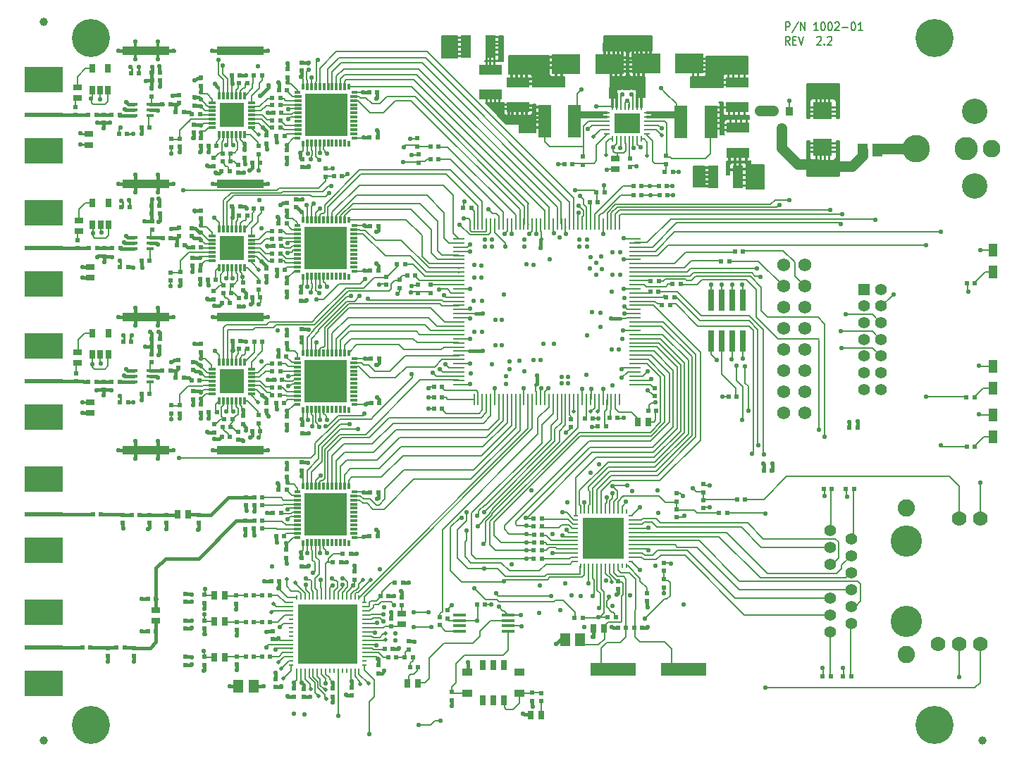
<source format=gbr>
G04 #@! TF.FileFunction,Copper,L1,Top,Signal*
%FSLAX46Y46*%
G04 Gerber Fmt 4.6, Leading zero omitted, Abs format (unit mm)*
G04 Created by KiCad (PCBNEW 4.0.5) date Sat Apr  8 15:14:58 2017*
%MOMM*%
%LPD*%
G01*
G04 APERTURE LIST*
%ADD10C,0.100000*%
%ADD11C,0.177800*%
%ADD12C,0.558800*%
%ADD13R,5.590000X1.020000*%
%ADD14R,0.558800X0.508000*%
%ADD15R,0.508000X0.558800*%
%ADD16R,1.300000X1.500000*%
%ADD17R,3.349752X2.450084*%
%ADD18R,1.000000X0.750000*%
%ADD19R,2.700000X1.300000*%
%ADD20R,1.300000X2.700000*%
%ADD21R,0.750000X1.000000*%
%ADD22R,1.407922X1.407922*%
%ADD23C,1.407922*%
%ADD24C,1.397000*%
%ADD25C,1.778000*%
%ADD26C,2.082800*%
%ADD27C,3.759200*%
%ADD28C,3.048000*%
%ADD29C,2.108200*%
%ADD30C,2.794000*%
%ADD31C,3.302000*%
%ADD32C,1.574800*%
%ADD33R,1.500124X3.999992*%
%ADD34R,1.000000X1.500000*%
%ADD35C,4.572000*%
%ADD36R,0.762000X1.295400*%
%ADD37R,1.295400X0.939800*%
%ADD38R,0.863600X1.016000*%
%ADD39C,0.508000*%
%ADD40R,0.711200X2.540000*%
%ADD41R,1.449832X0.249936*%
%ADD42R,0.249936X1.449832*%
%ADD43R,1.499870X0.329946*%
%ADD44R,0.660000X1.000000*%
%ADD45R,5.500116X1.500124*%
%ADD46R,2.299716X2.100072*%
%ADD47R,0.889000X0.406400*%
%ADD48C,1.000000*%
%ADD49R,4.597400X0.508000*%
%ADD50R,4.572000X3.048000*%
%ADD51R,0.949706X0.299974*%
%ADD52R,0.299974X0.949706*%
%ADD53R,2.950000X2.950000*%
%ADD54R,0.863600X0.863600*%
%ADD55R,0.599948X0.249936*%
%ADD56R,0.249936X0.599948*%
%ADD57R,7.199884X7.199884*%
%ADD58R,1.524000X1.524000*%
%ADD59R,0.249936X0.700024*%
%ADD60R,0.700024X0.249936*%
%ADD61R,3.050000X2.350000*%
%ADD62R,1.092200X1.092200*%
%ADD63R,4.999990X4.999990*%
%ADD64R,1.651000X1.651000*%
%ADD65R,0.748030X0.299974*%
%ADD66R,0.849630X0.299974*%
%ADD67R,0.299974X0.748030*%
%ADD68R,0.299974X0.849630*%
%ADD69R,5.100000X5.100000*%
%ADD70R,1.168400X1.168400*%
%ADD71C,0.152400*%
%ADD72C,0.457200*%
%ADD73C,0.254000*%
%ADD74C,0.304800*%
%ADD75C,1.270000*%
%ADD76C,0.203200*%
G04 APERTURE END LIST*
D10*
D11*
X91677067Y91678881D02*
X91677067Y92694881D01*
X92015733Y92694881D01*
X92100400Y92646500D01*
X92142733Y92598119D01*
X92185067Y92501357D01*
X92185067Y92356214D01*
X92142733Y92259452D01*
X92100400Y92211071D01*
X92015733Y92162690D01*
X91677067Y92162690D01*
X93201067Y92743262D02*
X92439067Y91436976D01*
X93497400Y91678881D02*
X93497400Y92694881D01*
X94005400Y91678881D01*
X94005400Y92694881D01*
X95571732Y91678881D02*
X95063732Y91678881D01*
X95317732Y91678881D02*
X95317732Y92694881D01*
X95233066Y92549738D01*
X95148399Y92452976D01*
X95063732Y92404595D01*
X96122066Y92694881D02*
X96206733Y92694881D01*
X96291399Y92646500D01*
X96333733Y92598119D01*
X96376066Y92501357D01*
X96418399Y92307833D01*
X96418399Y92065929D01*
X96376066Y91872405D01*
X96333733Y91775643D01*
X96291399Y91727262D01*
X96206733Y91678881D01*
X96122066Y91678881D01*
X96037399Y91727262D01*
X95995066Y91775643D01*
X95952733Y91872405D01*
X95910399Y92065929D01*
X95910399Y92307833D01*
X95952733Y92501357D01*
X95995066Y92598119D01*
X96037399Y92646500D01*
X96122066Y92694881D01*
X96968733Y92694881D02*
X97053400Y92694881D01*
X97138066Y92646500D01*
X97180400Y92598119D01*
X97222733Y92501357D01*
X97265066Y92307833D01*
X97265066Y92065929D01*
X97222733Y91872405D01*
X97180400Y91775643D01*
X97138066Y91727262D01*
X97053400Y91678881D01*
X96968733Y91678881D01*
X96884066Y91727262D01*
X96841733Y91775643D01*
X96799400Y91872405D01*
X96757066Y92065929D01*
X96757066Y92307833D01*
X96799400Y92501357D01*
X96841733Y92598119D01*
X96884066Y92646500D01*
X96968733Y92694881D01*
X97603733Y92598119D02*
X97646067Y92646500D01*
X97730733Y92694881D01*
X97942400Y92694881D01*
X98027067Y92646500D01*
X98069400Y92598119D01*
X98111733Y92501357D01*
X98111733Y92404595D01*
X98069400Y92259452D01*
X97561400Y91678881D01*
X98111733Y91678881D01*
X98492734Y92065929D02*
X99170067Y92065929D01*
X99762734Y92694881D02*
X99847401Y92694881D01*
X99932067Y92646500D01*
X99974401Y92598119D01*
X100016734Y92501357D01*
X100059067Y92307833D01*
X100059067Y92065929D01*
X100016734Y91872405D01*
X99974401Y91775643D01*
X99932067Y91727262D01*
X99847401Y91678881D01*
X99762734Y91678881D01*
X99678067Y91727262D01*
X99635734Y91775643D01*
X99593401Y91872405D01*
X99551067Y92065929D01*
X99551067Y92307833D01*
X99593401Y92501357D01*
X99635734Y92598119D01*
X99678067Y92646500D01*
X99762734Y92694881D01*
X100905734Y91678881D02*
X100397734Y91678881D01*
X100651734Y91678881D02*
X100651734Y92694881D01*
X100567068Y92549738D01*
X100482401Y92452976D01*
X100397734Y92404595D01*
X92185067Y89977081D02*
X91888733Y90460890D01*
X91677067Y89977081D02*
X91677067Y90993081D01*
X92015733Y90993081D01*
X92100400Y90944700D01*
X92142733Y90896319D01*
X92185067Y90799557D01*
X92185067Y90654414D01*
X92142733Y90557652D01*
X92100400Y90509271D01*
X92015733Y90460890D01*
X91677067Y90460890D01*
X92566067Y90509271D02*
X92862400Y90509271D01*
X92989400Y89977081D02*
X92566067Y89977081D01*
X92566067Y90993081D01*
X92989400Y90993081D01*
X93243400Y90993081D02*
X93539733Y89977081D01*
X93836066Y90993081D01*
X95444732Y90896319D02*
X95487066Y90944700D01*
X95571732Y90993081D01*
X95783399Y90993081D01*
X95868066Y90944700D01*
X95910399Y90896319D01*
X95952732Y90799557D01*
X95952732Y90702795D01*
X95910399Y90557652D01*
X95402399Y89977081D01*
X95952732Y89977081D01*
X96333733Y90073843D02*
X96376066Y90025462D01*
X96333733Y89977081D01*
X96291399Y90025462D01*
X96333733Y90073843D01*
X96333733Y89977081D01*
X96714732Y90896319D02*
X96757066Y90944700D01*
X96841732Y90993081D01*
X97053399Y90993081D01*
X97138066Y90944700D01*
X97180399Y90896319D01*
X97222732Y90799557D01*
X97222732Y90702795D01*
X97180399Y90557652D01*
X96672399Y89977081D01*
X97222732Y89977081D01*
D12*
X68910200Y62306200D03*
X58470800Y51003200D03*
X59690000Y51993800D03*
X58496200Y51943000D03*
X69570600Y63017400D03*
X68148200Y63068200D03*
X69545200Y64541400D03*
X68224400Y64490600D03*
X74726800Y89789000D03*
X74142600Y90678000D03*
X73863200Y89789000D03*
X73177400Y90652600D03*
X72898000Y89763600D03*
X72339200Y90652600D03*
X71882000Y89738200D03*
X71374000Y90652600D03*
X57531000Y88849200D03*
X57531000Y90576400D03*
X86207600Y88036400D03*
X85242400Y87020400D03*
X84582000Y88087200D03*
X82727800Y88112600D03*
X82753200Y85775800D03*
X80949800Y75031600D03*
X80924400Y73761600D03*
X81432400Y73177400D03*
X88519000Y75082400D03*
X87452200Y75057000D03*
X87985600Y74015600D03*
X87376000Y73126600D03*
X96139000Y74726800D03*
X96901000Y75641200D03*
X97028000Y83870800D03*
X96139000Y84658200D03*
X63220600Y85572600D03*
X95224600Y83870800D03*
X61950600Y85521800D03*
X59131200Y88036400D03*
X60020200Y87096600D03*
X60985400Y88061800D03*
X61391800Y86893400D03*
X51866800Y88747600D03*
X50800000Y88722200D03*
X51892200Y90627200D03*
X50876200Y90627200D03*
D13*
X14859000Y89281000D03*
X26162000Y89281000D03*
X14859000Y73279000D03*
X26162000Y73279000D03*
D14*
X27813000Y86258400D03*
X28778200Y86258400D03*
X15519400Y86614000D03*
X16484600Y86614000D03*
X7899400Y81534000D03*
X8864600Y81534000D03*
X15544800Y85674200D03*
X16510000Y85674200D03*
X16789400Y82804000D03*
X17754600Y82804000D03*
X20345400Y81661000D03*
X21310600Y81661000D03*
X26009600Y85344000D03*
X26974800Y85344000D03*
X29997400Y83591400D03*
X30962600Y83591400D03*
X29997400Y82702400D03*
X30962600Y82702400D03*
X29997400Y80899000D03*
X30962600Y80899000D03*
X29997400Y80010000D03*
X30962600Y80010000D03*
D15*
X25933400Y75539600D03*
X25933400Y74574400D03*
D14*
X24866600Y74803000D03*
X23901400Y74803000D03*
D15*
X22987000Y76377800D03*
X22987000Y75412600D03*
X18923000Y78695800D03*
X18923000Y77730600D03*
D14*
X23317200Y77825600D03*
X22352000Y77825600D03*
D15*
X21437600Y78790800D03*
X21437600Y77825600D03*
X29311600Y79070200D03*
X29311600Y78105000D03*
X21437600Y85039200D03*
X21437600Y86004400D03*
X20701000Y83642200D03*
X20701000Y82677000D03*
D14*
X25120600Y86334600D03*
X26085800Y86334600D03*
D15*
X26695400Y77393800D03*
X26695400Y76428600D03*
X20548600Y80365600D03*
X20548600Y79400400D03*
D14*
X10693400Y81534000D03*
X11658600Y81534000D03*
X31083000Y81788000D03*
X30117800Y81788000D03*
X31775400Y84505800D03*
X30810200Y84505800D03*
X31470600Y78994000D03*
X30505400Y78994000D03*
D15*
X33578800Y76250800D03*
X33578800Y75285600D03*
X31724600Y77343000D03*
X31724600Y76377800D03*
D14*
X41681400Y78867000D03*
X42646600Y78867000D03*
D15*
X31800800Y86080600D03*
X31800800Y87045800D03*
X33528000Y86893400D03*
X33528000Y87858600D03*
D14*
X41630600Y84251800D03*
X42595800Y84251800D03*
D15*
X28371800Y76835000D03*
X28371800Y77800200D03*
D14*
X31724600Y36474400D03*
X30759400Y36474400D03*
X31445200Y30937200D03*
X30480000Y30937200D03*
X31064200Y33756600D03*
X30099000Y33756600D03*
X44462190Y17373600D03*
X43496990Y17373600D03*
X44907200Y16357600D03*
X43942000Y16357600D03*
X47523400Y15189200D03*
X46558200Y15189200D03*
X29718000Y23825200D03*
X28752800Y23825200D03*
X29718000Y20574000D03*
X28752800Y20574000D03*
X29718000Y16433800D03*
X28752800Y16433800D03*
D16*
X27747800Y12852400D03*
X25947800Y12852400D03*
D15*
X30429200Y13766800D03*
X30429200Y12801600D03*
D14*
X43002200Y23698200D03*
X43967400Y23698200D03*
D15*
X30048200Y18567400D03*
X30048200Y19532600D03*
X33756600Y12573000D03*
X33756600Y11607800D03*
X32639000Y12598400D03*
X32639000Y11633200D03*
X37261800Y12630400D03*
X37261800Y11665200D03*
X39522400Y12750800D03*
X39522400Y11785600D03*
D14*
X30861000Y25476200D03*
X29895800Y25476200D03*
D15*
X39878000Y25704800D03*
X39878000Y26670000D03*
X42722800Y15417800D03*
X42722800Y14452600D03*
D14*
X27800300Y70332600D03*
X28765500Y70332600D03*
X15494000Y70637400D03*
X16459200Y70637400D03*
X7975600Y65532000D03*
X8940800Y65532000D03*
X15519400Y69672200D03*
X16484600Y69672200D03*
X16814800Y66776600D03*
X17780000Y66776600D03*
X20472400Y65608200D03*
X21437600Y65608200D03*
X26009600Y69418200D03*
X26974800Y69418200D03*
X29997400Y67564000D03*
X30962600Y67564000D03*
X29997400Y66675000D03*
X30962600Y66675000D03*
X29997400Y64897000D03*
X30962600Y64897000D03*
X29997400Y64008000D03*
X30962600Y64008000D03*
D15*
X25984200Y59512200D03*
X25984200Y58547000D03*
D14*
X24892000Y58928000D03*
X23926800Y58928000D03*
D15*
X22987000Y60375800D03*
X22987000Y59410600D03*
X18948400Y62636400D03*
X18948400Y61671200D03*
D14*
X23215600Y61722000D03*
X22250400Y61722000D03*
D15*
X21463000Y69113400D03*
X21463000Y70078600D03*
X29311600Y63093600D03*
X29311600Y62128400D03*
X20447000Y64363600D03*
X20447000Y63398400D03*
D14*
X25171400Y70510400D03*
X26136600Y70510400D03*
D15*
X26492200Y61417200D03*
X26492200Y60452000D03*
X20320000Y67919600D03*
X20320000Y66954400D03*
X21336000Y62814200D03*
X21336000Y61849000D03*
D14*
X10769600Y65532000D03*
X11734800Y65532000D03*
X31089600Y65786000D03*
X30124400Y65786000D03*
X31724600Y68503800D03*
X30759400Y68503800D03*
X31528000Y62960000D03*
X30562800Y62960000D03*
D15*
X33477200Y60198000D03*
X33477200Y59232800D03*
X31743400Y61296800D03*
X31743400Y60331600D03*
X31731200Y70021200D03*
X31731200Y70986400D03*
D14*
X41757600Y68173600D03*
X42722800Y68173600D03*
X41757600Y62839600D03*
X42722800Y62839600D03*
D15*
X32867600Y70434200D03*
X32867600Y71399400D03*
X28397200Y60528200D03*
X28397200Y61493400D03*
D14*
X27863800Y54279800D03*
X28829000Y54279800D03*
X15519400Y54635400D03*
X16484600Y54635400D03*
X7899400Y49504600D03*
X8864600Y49504600D03*
X15468600Y53721000D03*
X16433800Y53721000D03*
X16789400Y50850800D03*
X17754600Y50850800D03*
X20320000Y49606200D03*
X21285200Y49606200D03*
X26009600Y53416200D03*
X26974800Y53416200D03*
X29946600Y51638200D03*
X30911800Y51638200D03*
X29997400Y50698400D03*
X30962600Y50698400D03*
X29972000Y48818800D03*
X30937200Y48818800D03*
X29972000Y47853600D03*
X30937200Y47853600D03*
D15*
X25933400Y43459400D03*
X25933400Y42494200D03*
D14*
X24917400Y42900600D03*
X23952200Y42900600D03*
D15*
X23037800Y44373800D03*
X23037800Y43408600D03*
X18897600Y46634400D03*
X18897600Y45669200D03*
D14*
X23342600Y45796200D03*
X22377400Y45796200D03*
D15*
X21463000Y53060600D03*
X21463000Y54025800D03*
X20472400Y51841400D03*
X20472400Y50876200D03*
X26466800Y45364400D03*
X26466800Y44399200D03*
X20497800Y48336200D03*
X20497800Y47371000D03*
D14*
X25196800Y54381400D03*
X26162000Y54381400D03*
D15*
X29260800Y46964600D03*
X29260800Y45999400D03*
X21437600Y46736000D03*
X21437600Y45770800D03*
D14*
X10693400Y49504600D03*
X11658600Y49504600D03*
X31165800Y49758600D03*
X30200600Y49758600D03*
X31699200Y52552600D03*
X30734000Y52552600D03*
X31445200Y46939200D03*
X30480000Y46939200D03*
D15*
X31750000Y54089810D03*
X31750000Y55055010D03*
X31750000Y45288200D03*
X31750000Y44323000D03*
X33578800Y44272200D03*
X33578800Y43307000D03*
X33528000Y54813200D03*
X33528000Y55778400D03*
D14*
X41884600Y46888400D03*
X42849800Y46888400D03*
X41859200Y52247800D03*
X42824400Y52247800D03*
D15*
X28371800Y44500800D03*
X28371800Y45466000D03*
D14*
X27838400Y35610800D03*
X28803600Y35610800D03*
X27838400Y34645600D03*
X28803600Y34645600D03*
X27838400Y32766000D03*
X28803600Y32766000D03*
X27806400Y31826200D03*
X28771600Y31826200D03*
X72517000Y19913600D03*
X71551800Y19913600D03*
X73488800Y19939000D03*
X74454000Y19939000D03*
D17*
X70519544Y87680800D03*
X65319656Y87680800D03*
D18*
X71196200Y76316586D03*
X71196200Y75016586D03*
D19*
X59563000Y82471000D03*
X59563000Y85471000D03*
D17*
X74895456Y87706200D03*
X80095344Y87706200D03*
D19*
X85852000Y82472400D03*
X85852000Y85472400D03*
D15*
X31775400Y38042600D03*
X31775400Y39007800D03*
X33502600Y38836600D03*
X33502600Y39801800D03*
X31699200Y29305000D03*
X31699200Y28339800D03*
X33528000Y28263600D03*
X33528000Y27298400D03*
D14*
X41757600Y36195000D03*
X42722800Y36195000D03*
X41700200Y30886400D03*
X42665400Y30886400D03*
X68961000Y72237600D03*
X69926200Y72237600D03*
D15*
X36449000Y74117200D03*
X36449000Y75082400D03*
X47498000Y60172600D03*
X47498000Y61137800D03*
X19532600Y16440400D03*
X19532600Y15475200D03*
X19558000Y19830800D03*
X19558000Y20796000D03*
X19583400Y24003000D03*
X19583400Y23037800D03*
D20*
X85980400Y74117200D03*
X82980400Y74117200D03*
D15*
X44272200Y20098000D03*
X44272200Y21063200D03*
D18*
X45516800Y20305000D03*
X45516800Y21605000D03*
D16*
X67016200Y18491200D03*
X65216200Y18491200D03*
D15*
X71577200Y25527000D03*
X71577200Y24561800D03*
D14*
X37287200Y27762200D03*
X38252400Y27762200D03*
D15*
X61239400Y12122400D03*
X61239400Y11157200D03*
X25679400Y23799800D03*
X25679400Y22834600D03*
X21869400Y23876000D03*
X21869400Y22910800D03*
X25711400Y20618200D03*
X25711400Y19653000D03*
X21876000Y20796000D03*
X21876000Y19830800D03*
X25755600Y16484600D03*
X25755600Y15519400D03*
X21818600Y16433800D03*
X21818600Y15468600D03*
D20*
X56262400Y89763600D03*
X53262400Y89763600D03*
D15*
X17297400Y33502600D03*
X17297400Y32537400D03*
X21183600Y33502600D03*
X21183600Y32537400D03*
D14*
X16027400Y19456400D03*
X15062200Y19456400D03*
X16027400Y23393400D03*
X15062200Y23393400D03*
X12573000Y79248000D03*
X11607800Y79248000D03*
X13970000Y86512400D03*
X13004800Y86512400D03*
X12674600Y63246000D03*
X11709400Y63246000D03*
X12852400Y70485000D03*
X11887200Y70485000D03*
X12674600Y46990000D03*
X11709400Y46990000D03*
X13074400Y54305200D03*
X12109200Y54305200D03*
X90036400Y38760400D03*
X89071200Y38760400D03*
X100304600Y43942000D03*
X99339400Y43942000D03*
X97110800Y14097000D03*
X96145600Y14097000D03*
X99561400Y14097000D03*
X98596200Y14097000D03*
X99904800Y36576000D03*
X98939600Y36576000D03*
X97237800Y36576000D03*
X96272600Y36576000D03*
D15*
X51028600Y21031200D03*
X51028600Y21996400D03*
X51587400Y12185400D03*
X51587400Y11220200D03*
D21*
X68565000Y19837400D03*
X69865000Y19837400D03*
D14*
X45694600Y25298400D03*
X44729400Y25298400D03*
X39420800Y28778200D03*
X38455600Y28778200D03*
D15*
X62331600Y11106400D03*
X62331600Y12071600D03*
D18*
X8001000Y77948000D03*
X8001000Y79248000D03*
X8128000Y61961000D03*
X8128000Y63261000D03*
X8128000Y45705000D03*
X8128000Y47005000D03*
D14*
X55575200Y22733000D03*
X54610000Y22733000D03*
D22*
X101124004Y60572396D03*
D23*
X103124000Y60572396D03*
X101124004Y58572400D03*
X103124000Y58572400D03*
X101124004Y56572404D03*
X103124000Y56572404D03*
X101124004Y54572408D03*
X103124000Y54572408D03*
X101124004Y52572412D03*
X103124000Y52572412D03*
X101124004Y50572416D03*
X103124000Y50572416D03*
X101124004Y48572420D03*
X103124000Y48572420D03*
D24*
X99568000Y30607000D03*
X99568000Y28575000D03*
X99568000Y26543000D03*
X99568000Y24511000D03*
X99568000Y22479000D03*
X99568000Y20447000D03*
X97028000Y31623000D03*
X97028000Y29591000D03*
X97028000Y27559000D03*
X97028000Y23495000D03*
X97028000Y21463000D03*
X97028000Y19431000D03*
D25*
X112522000Y33045400D03*
X115062000Y33045400D03*
X109982000Y18008600D03*
X112522000Y18008600D03*
X115062000Y18008600D03*
D26*
X106172000Y34315400D03*
X106172000Y16738600D03*
D27*
X106172000Y30353000D03*
X106172000Y20701000D03*
D28*
X114382804Y81970118D03*
X114382804Y72969882D03*
D29*
X116382800Y77470000D03*
D30*
X113382806Y77470000D03*
D31*
X107382818Y77470000D03*
D32*
X93980000Y45720000D03*
X91440000Y45720000D03*
X93980000Y48260000D03*
X91440000Y48260000D03*
X93980000Y50800000D03*
X91440000Y50800000D03*
X93980000Y53340000D03*
X91440000Y53340000D03*
X93980000Y55880000D03*
X91440000Y55880000D03*
X93980000Y58420000D03*
X91440000Y58420000D03*
X93980000Y60960000D03*
X91440000Y60960000D03*
X93980000Y63500000D03*
X91440000Y63500000D03*
D15*
X9779000Y81584800D03*
X9779000Y80619600D03*
X15494000Y84759800D03*
X15494000Y83794600D03*
X9855200Y65532000D03*
X9855200Y64566800D03*
X15544800Y68757800D03*
X15544800Y67792600D03*
X9779000Y49479200D03*
X9779000Y48514000D03*
X15468600Y52806600D03*
X15468600Y51841400D03*
D33*
X66341498Y80772000D03*
X62741302Y80772000D03*
X82724498Y80746600D03*
X79124302Y80746600D03*
D15*
X6350000Y82499200D03*
X6350000Y81534000D03*
X6604000Y66497200D03*
X6604000Y65532000D03*
X6477000Y50495200D03*
X6477000Y49530000D03*
D21*
X24322800Y23850600D03*
X23022800Y23850600D03*
X24348200Y20675600D03*
X23048200Y20675600D03*
X24348200Y16383000D03*
X23048200Y16383000D03*
X18603200Y33528000D03*
X19903200Y33528000D03*
D18*
X16027400Y20762200D03*
X16027400Y22062200D03*
D21*
X75199000Y44678600D03*
X73899000Y44678600D03*
D34*
X116586000Y48708000D03*
X116586000Y51308000D03*
X116586000Y42866000D03*
X116586000Y45466000D03*
X116586000Y62682600D03*
X116586000Y65282600D03*
D35*
X8255000Y90805000D03*
X109601000Y90805000D03*
X8255000Y8255000D03*
X109601000Y8255000D03*
D36*
X57835800Y15392400D03*
X56565800Y15392400D03*
X55295800Y15392400D03*
X55295800Y11226800D03*
X56565800Y11226800D03*
X57835800Y11226800D03*
D37*
X53467000Y14579600D03*
X53467000Y12039600D03*
X59664600Y12039600D03*
X59664600Y14579600D03*
D38*
X92151200Y82016600D03*
X90170000Y82016600D03*
X91160600Y79933800D03*
D15*
X18796000Y82956400D03*
X18796000Y83921600D03*
D14*
X14274800Y80035400D03*
X15240000Y80035400D03*
X19380200Y81915000D03*
X18415000Y81915000D03*
X24053800Y76936600D03*
X25019000Y76936600D03*
X25019000Y75946000D03*
X24053800Y75946000D03*
D15*
X17830800Y78670400D03*
X17830800Y77705200D03*
D14*
X28575000Y75819000D03*
X27609800Y75819000D03*
X46888400Y16383000D03*
X45923200Y16383000D03*
D15*
X46373800Y17316200D03*
X46373800Y18281400D03*
D14*
X27813000Y23825200D03*
X26847800Y23825200D03*
X27787600Y20574000D03*
X26822400Y20574000D03*
X27800810Y16433800D03*
X26835610Y16433800D03*
D15*
X18796000Y67030600D03*
X18796000Y67995800D03*
D14*
X14274800Y64008000D03*
X15240000Y64008000D03*
X19507200Y65887600D03*
X18542000Y65887600D03*
X24155400Y61061600D03*
X25120600Y61061600D03*
X25069800Y60121800D03*
X24104600Y60121800D03*
D15*
X17805400Y62611000D03*
X17805400Y61645800D03*
D14*
X28575000Y59613800D03*
X27609800Y59613800D03*
D15*
X18719800Y51155600D03*
X18719800Y52120800D03*
D14*
X14274800Y48031400D03*
X15240000Y48031400D03*
X19380200Y49936400D03*
X18415000Y49936400D03*
X24257000Y45008800D03*
X25222200Y45008800D03*
X25019000Y44043600D03*
X24053800Y44043600D03*
D15*
X17830800Y46634400D03*
X17830800Y45669200D03*
D14*
X28575000Y43561000D03*
X27609800Y43561000D03*
D15*
X26847800Y35610800D03*
X26847800Y34645600D03*
X10236200Y17500600D03*
X10236200Y16535400D03*
X13360400Y17507200D03*
X13360400Y16542000D03*
D14*
X11309600Y17526000D03*
X12274800Y17526000D03*
D15*
X26771600Y32766000D03*
X26771600Y31800800D03*
D14*
X70535800Y45135800D03*
X71501000Y45135800D03*
X84836000Y47701200D03*
X85801200Y47701200D03*
D15*
X65864990Y45014390D03*
X65864990Y44049190D03*
D14*
X70072000Y44170600D03*
X69106800Y44170600D03*
D15*
X75990200Y48736000D03*
X75990200Y47770800D03*
D14*
X50419000Y48869600D03*
X49453800Y48869600D03*
X50419000Y46253400D03*
X49453800Y46253400D03*
X76123800Y45999400D03*
X75158600Y45999400D03*
X52959000Y70383400D03*
X53924200Y70383400D03*
X50419000Y47574200D03*
X49453800Y47574200D03*
X67564000Y45085000D03*
X68529200Y45085000D03*
X113436400Y41656000D03*
X114401600Y41656000D03*
X113417600Y47625000D03*
X114382800Y47625000D03*
X85833200Y35356800D03*
X86798400Y35356800D03*
X83667600Y33731200D03*
X84632800Y33731200D03*
D15*
X77292200Y76606400D03*
X77292200Y75641200D03*
D14*
X77165200Y74676000D03*
X78130400Y74676000D03*
X66065400Y75641200D03*
X65100200Y75641200D03*
D15*
X67310000Y75565000D03*
X67310000Y76530200D03*
X73025000Y76276200D03*
X73025000Y75311000D03*
D14*
X113455200Y61341000D03*
X114420400Y61341000D03*
X68148200Y71043800D03*
X69113400Y71043800D03*
X38354000Y74168000D03*
X37388800Y74168000D03*
D15*
X49003200Y61131200D03*
X49003200Y60166000D03*
D14*
X77425800Y72999600D03*
X76460600Y72999600D03*
X77470000Y71932800D03*
X76504800Y71932800D03*
D15*
X47574200Y76784200D03*
X47574200Y75819000D03*
X47440600Y78746600D03*
X47440600Y77781400D03*
X45262800Y60750200D03*
X45262800Y61715400D03*
X43688000Y61131200D03*
X43688000Y62096400D03*
D14*
X85579200Y65151000D03*
X86544400Y65151000D03*
X84905600Y63982600D03*
X83940400Y63982600D03*
D19*
X85979000Y77010000D03*
X85979000Y80010000D03*
D15*
X45516800Y22599400D03*
X45516800Y23564600D03*
X75006200Y24079200D03*
X75006200Y23114000D03*
D14*
X66338200Y21107400D03*
X67303400Y21107400D03*
X71272400Y21183600D03*
X70307200Y21183600D03*
X61410600Y28244800D03*
X62375800Y28244800D03*
X61436000Y30175200D03*
X62401200Y30175200D03*
X61436000Y31115000D03*
X62401200Y31115000D03*
X61410600Y32080200D03*
X62375800Y32080200D03*
X61410600Y33070800D03*
X62375800Y33070800D03*
X61429390Y29210000D03*
X62394590Y29210000D03*
D15*
X81806800Y34283400D03*
X81806800Y35248600D03*
X78587600Y34144200D03*
X78587600Y33179000D03*
X81788000Y36201600D03*
X81788000Y37166800D03*
X78587600Y36061400D03*
X78587600Y35096200D03*
X77012800Y27711400D03*
X77012800Y26746200D03*
X77012800Y25730200D03*
X77012800Y24765000D03*
D18*
X6604000Y83576400D03*
X6604000Y84876400D03*
X6807200Y67599800D03*
X6807200Y68899800D03*
X6604000Y51735210D03*
X6604000Y53035210D03*
D15*
X12039600Y33483800D03*
X12039600Y32518600D03*
X15214600Y33477200D03*
X15214600Y32512000D03*
D14*
X13131800Y33502600D03*
X14097000Y33502600D03*
D21*
X61031610Y9423400D03*
X62331610Y9423400D03*
X47538400Y13233400D03*
X46238400Y13233400D03*
D14*
X8458200Y33528000D03*
X9423400Y33528000D03*
X7188200Y17526000D03*
X8153400Y17526000D03*
X74371200Y71932800D03*
X73406000Y71932800D03*
X74364600Y72999600D03*
X73399400Y72999600D03*
X49022000Y77774800D03*
X49987200Y77774800D03*
X49022000Y76250800D03*
X49987200Y76250800D03*
X45948600Y63576200D03*
X44983400Y63576200D03*
X47174400Y62280800D03*
X46209200Y62280800D03*
D19*
X56261000Y83995000D03*
X56261000Y86995000D03*
D15*
X50088800Y20243800D03*
X50088800Y21209000D03*
D16*
X102743080Y77343000D03*
X100943080Y77343000D03*
D14*
X76447400Y61544200D03*
X75482200Y61544200D03*
X79076800Y61214000D03*
X78111600Y61214000D03*
X76396600Y60325000D03*
X75431400Y60325000D03*
X78301600Y59664600D03*
X77336400Y59664600D03*
X77800200Y58706000D03*
X76835000Y58706000D03*
D13*
X14859000Y57277000D03*
X26162000Y57277000D03*
X14859000Y41275000D03*
X26162000Y41275000D03*
D39*
X41859200Y25704800D03*
X40894000Y25704800D03*
X31292800Y13792200D03*
X31089600Y15036800D03*
X34594800Y12522200D03*
X35534600Y11734800D03*
X36423600Y12446000D03*
X36474400Y11379200D03*
X43637200Y18491200D03*
X43637200Y19253200D03*
X40589200Y13157200D03*
X41554400Y13208000D03*
X28397200Y79171800D03*
X28346400Y62966600D03*
X28295600Y47015400D03*
X32791400Y25374600D03*
X31775400Y25755600D03*
X69088000Y45872400D03*
X68249800Y45872400D03*
X66243200Y45897800D03*
X70815200Y25450800D03*
X76809600Y79121000D03*
X75057000Y76657200D03*
X68605400Y78968600D03*
X70078600Y76758800D03*
X30149800Y22783800D03*
X29870400Y21818600D03*
X30759400Y15798800D03*
D40*
X82727800Y54356000D03*
X83997800Y54356000D03*
X85267800Y54356000D03*
X86537800Y54356000D03*
X86537800Y59283600D03*
X85267800Y59283600D03*
X83997800Y59283600D03*
X82727800Y59283600D03*
D41*
X52441856Y66664078D03*
X52441856Y66163952D03*
X52441856Y65663826D03*
X52441856Y65163700D03*
X52441856Y64663574D03*
X52441856Y64163448D03*
X52441856Y63663322D03*
X52441856Y63163196D03*
X52441856Y62663070D03*
X52441856Y62162944D03*
X52441856Y61662818D03*
X52441856Y61162692D03*
X52441856Y60662566D03*
X52441856Y60162440D03*
X52441856Y59662314D03*
X52441856Y59162188D03*
X52441856Y58662062D03*
X52441856Y58161936D03*
X52441856Y57661810D03*
X52441856Y57161684D03*
X52441856Y56661558D03*
X52441856Y56161432D03*
X52441856Y55661306D03*
X52441856Y55161180D03*
X52441856Y54661054D03*
X52441856Y54160928D03*
X52441856Y53660802D03*
X52441856Y53160676D03*
X52441856Y52660550D03*
X52441856Y52160424D03*
X52441856Y51660298D03*
X52441856Y51160172D03*
X52441856Y50660046D03*
X52441856Y50159920D03*
X52441856Y49659794D03*
X52441856Y49159668D03*
X73541890Y49159922D03*
X73541890Y49660048D03*
X73541890Y50160174D03*
X73541890Y50660300D03*
X73541890Y51160426D03*
X73541890Y51660552D03*
X73541890Y52160678D03*
X73541890Y52660804D03*
X73541890Y53160930D03*
X73541890Y53661056D03*
X73541890Y54161182D03*
X73541890Y54661308D03*
X73541890Y55161434D03*
X73541890Y55661560D03*
X73541890Y56161686D03*
X73541890Y56661812D03*
X73541890Y57161938D03*
X73541890Y57662064D03*
X73541890Y58162190D03*
X73541890Y58662316D03*
X73541890Y59162442D03*
X73541890Y59662568D03*
X73541890Y60162694D03*
X73541890Y60662820D03*
X73541890Y61162946D03*
X73541890Y61663072D03*
X73541890Y62163198D03*
X73541890Y62663324D03*
X73541890Y63163450D03*
X73541890Y63663576D03*
X73541890Y64163702D03*
X73541890Y64663828D03*
X73541890Y65163954D03*
X73541890Y65664080D03*
X73541890Y66164206D03*
X73541890Y66664332D03*
D42*
X54239922Y47362110D03*
X54740048Y47362110D03*
X55240174Y47362110D03*
X55740300Y47362110D03*
X56240426Y47362110D03*
X56740552Y47362110D03*
X57240678Y47362110D03*
X57740804Y47362110D03*
X58240930Y47362110D03*
X58741056Y47362110D03*
X59241182Y47362110D03*
X59741308Y47362110D03*
X60241434Y47362110D03*
X60741560Y47362110D03*
X61241686Y47362110D03*
X61741812Y47362110D03*
X62241938Y47362110D03*
X62742064Y47362110D03*
X63242190Y47362110D03*
X63742316Y47362110D03*
X64242442Y47362110D03*
X64742568Y47362110D03*
X65242694Y47362110D03*
X65742820Y47362110D03*
X66242946Y47362110D03*
X66743072Y47362110D03*
X67243198Y47362110D03*
X67743324Y47362110D03*
X68243450Y47362110D03*
X68743576Y47362110D03*
X69243702Y47362110D03*
X69743828Y47362110D03*
X70243954Y47362110D03*
X70744080Y47362110D03*
X71244206Y47362110D03*
X71744332Y47362110D03*
X71744078Y68462144D03*
X71243952Y68462144D03*
X70743826Y68462144D03*
X70243700Y68462144D03*
X69743574Y68462144D03*
X69243448Y68462144D03*
X68743322Y68462144D03*
X68243196Y68462144D03*
X67743070Y68462144D03*
X67242944Y68462144D03*
X66742818Y68462144D03*
X66242692Y68462144D03*
X65742566Y68462144D03*
X65242440Y68462144D03*
X64742314Y68462144D03*
X64242188Y68462144D03*
X63742062Y68462144D03*
X63241936Y68462144D03*
X62741810Y68462144D03*
X62241684Y68462144D03*
X61741558Y68462144D03*
X61241432Y68462144D03*
X60741306Y68462144D03*
X60241180Y68462144D03*
X59741054Y68462144D03*
X59240928Y68462144D03*
X58740802Y68462144D03*
X58240676Y68462144D03*
X57740550Y68462144D03*
X57240424Y68462144D03*
X56740298Y68462144D03*
X56240172Y68462144D03*
X55740046Y68462144D03*
X55239920Y68462144D03*
X54739794Y68462144D03*
X54239668Y68462144D03*
D43*
X58372756Y19497548D03*
X58372756Y20147534D03*
X58372756Y20797266D03*
X58372756Y21447252D03*
X52472844Y21447252D03*
X52472844Y20797266D03*
X52472844Y20147534D03*
X52472844Y19497548D03*
D44*
X8382000Y84522000D03*
X9332000Y84522000D03*
X10282000Y84522000D03*
X10282000Y87122000D03*
X8382000Y87122000D03*
X8422600Y68376800D03*
X9372600Y68376800D03*
X10322600Y68376800D03*
X10322600Y70976800D03*
X8422600Y70976800D03*
X8397200Y52730400D03*
X9347200Y52730400D03*
X10297200Y52730400D03*
X10297200Y55330400D03*
X8397200Y55330400D03*
D45*
X79416908Y14960600D03*
X70916798Y14960600D03*
D46*
X96139000Y77641958D03*
X96139000Y82042000D03*
D47*
X13398500Y82829400D03*
X13398500Y82169000D03*
X13398500Y81508600D03*
X15303500Y81508600D03*
X15303500Y82169000D03*
X15303500Y82829400D03*
X13398500Y66827400D03*
X13398500Y66167000D03*
X13398500Y65506600D03*
X15303500Y65506600D03*
X15303500Y66167000D03*
X15303500Y66827400D03*
X13398500Y50825400D03*
X13398500Y50165000D03*
X13398500Y49504600D03*
X15303500Y49504600D03*
X15303500Y50165000D03*
X15303500Y50825400D03*
D48*
X2540000Y6350000D03*
X115316000Y6350000D03*
X2540000Y92710000D03*
D12*
X88519000Y82042000D03*
D49*
X2527300Y81534000D03*
D50*
X2540000Y77279500D03*
X2540000Y85788500D03*
D39*
X2540000Y78105000D03*
X4191000Y78105000D03*
X889000Y78105000D03*
X889000Y76327000D03*
X2540000Y76327000D03*
X4191000Y76327000D03*
X889000Y86741000D03*
X2540000Y86741000D03*
X4191000Y86741000D03*
X4191000Y84963000D03*
X2540000Y84963000D03*
X889000Y84963000D03*
D49*
X2527300Y65532000D03*
D50*
X2540000Y61277500D03*
X2540000Y69786500D03*
D39*
X2540000Y62103000D03*
X4191000Y62103000D03*
X889000Y62103000D03*
X889000Y60325000D03*
X2540000Y60325000D03*
X4191000Y60325000D03*
X889000Y70739000D03*
X2540000Y70739000D03*
X4191000Y70739000D03*
X4191000Y68961000D03*
X2540000Y68961000D03*
X889000Y68961000D03*
D49*
X2527300Y49530000D03*
D50*
X2540000Y45275500D03*
X2540000Y53784500D03*
D39*
X2540000Y46101000D03*
X4191000Y46101000D03*
X889000Y46101000D03*
X889000Y44323000D03*
X2540000Y44323000D03*
X4191000Y44323000D03*
X889000Y54737000D03*
X2540000Y54737000D03*
X4191000Y54737000D03*
X4191000Y52959000D03*
X2540000Y52959000D03*
X889000Y52959000D03*
D49*
X2527300Y33528000D03*
D50*
X2540000Y29273500D03*
X2540000Y37782500D03*
D39*
X2540000Y30099000D03*
X4191000Y30099000D03*
X889000Y30099000D03*
X889000Y28321000D03*
X2540000Y28321000D03*
X4191000Y28321000D03*
X889000Y38735000D03*
X2540000Y38735000D03*
X4191000Y38735000D03*
X4191000Y36957000D03*
X2540000Y36957000D03*
X889000Y36957000D03*
D49*
X2527300Y17526000D03*
D50*
X2540000Y13271500D03*
X2540000Y21780500D03*
D39*
X2540000Y14097000D03*
X4191000Y14097000D03*
X889000Y14097000D03*
X889000Y12319000D03*
X2540000Y12319000D03*
X4191000Y12319000D03*
X889000Y22733000D03*
X2540000Y22733000D03*
X4191000Y22733000D03*
X4191000Y20955000D03*
X2540000Y20955000D03*
X889000Y20955000D03*
D51*
X22807676Y83031076D03*
X22807676Y82530950D03*
X22807676Y82030824D03*
X22807676Y81530698D03*
X22807676Y81030572D03*
X22807676Y80530446D03*
X22807676Y80030320D03*
X27487626Y80030320D03*
X27487626Y80530446D03*
X27487626Y81030572D03*
X27487626Y81530698D03*
X27487626Y82030824D03*
X27487626Y82530950D03*
X27487626Y83031076D03*
D52*
X23647400Y79190850D03*
X24147526Y79190850D03*
X24647652Y79190850D03*
X25147778Y79190850D03*
X25647904Y79190850D03*
X26148030Y79190850D03*
X26648156Y79190850D03*
X26648156Y83870800D03*
X26148030Y83870800D03*
X25647904Y83870800D03*
X25147778Y83870800D03*
X24647652Y83870800D03*
X24147526Y83870800D03*
X23647400Y83870800D03*
D53*
X25147778Y81530698D03*
D54*
X24576278Y82102198D03*
X24576278Y80959198D03*
X25719278Y82102198D03*
X25719278Y80959198D03*
D39*
X24004778Y82673698D03*
X25147778Y82673698D03*
X26290778Y82673698D03*
X24004778Y81530698D03*
X25147778Y81530698D03*
X26290778Y81530698D03*
X24004778Y80387698D03*
X25147778Y80387698D03*
X26290778Y80387698D03*
D51*
X22807676Y67029076D03*
X22807676Y66528950D03*
X22807676Y66028824D03*
X22807676Y65528698D03*
X22807676Y65028572D03*
X22807676Y64528446D03*
X22807676Y64028320D03*
X27487626Y64028320D03*
X27487626Y64528446D03*
X27487626Y65028572D03*
X27487626Y65528698D03*
X27487626Y66028824D03*
X27487626Y66528950D03*
X27487626Y67029076D03*
D52*
X23647400Y63188850D03*
X24147526Y63188850D03*
X24647652Y63188850D03*
X25147778Y63188850D03*
X25647904Y63188850D03*
X26148030Y63188850D03*
X26648156Y63188850D03*
X26648156Y67868800D03*
X26148030Y67868800D03*
X25647904Y67868800D03*
X25147778Y67868800D03*
X24647652Y67868800D03*
X24147526Y67868800D03*
X23647400Y67868800D03*
D53*
X25147778Y65528698D03*
D54*
X24576278Y66100198D03*
X24576278Y64957198D03*
X25719278Y66100198D03*
X25719278Y64957198D03*
D39*
X24004778Y66671698D03*
X25147778Y66671698D03*
X26290778Y66671698D03*
X24004778Y65528698D03*
X25147778Y65528698D03*
X26290778Y65528698D03*
X24004778Y64385698D03*
X25147778Y64385698D03*
X26290778Y64385698D03*
D51*
X22807676Y51027076D03*
X22807676Y50526950D03*
X22807676Y50026824D03*
X22807676Y49526698D03*
X22807676Y49026572D03*
X22807676Y48526446D03*
X22807676Y48026320D03*
X27487626Y48026320D03*
X27487626Y48526446D03*
X27487626Y49026572D03*
X27487626Y49526698D03*
X27487626Y50026824D03*
X27487626Y50526950D03*
X27487626Y51027076D03*
D52*
X23647400Y47186850D03*
X24147526Y47186850D03*
X24647652Y47186850D03*
X25147778Y47186850D03*
X25647904Y47186850D03*
X26148030Y47186850D03*
X26648156Y47186850D03*
X26648156Y51866800D03*
X26148030Y51866800D03*
X25647904Y51866800D03*
X25147778Y51866800D03*
X24647652Y51866800D03*
X24147526Y51866800D03*
X23647400Y51866800D03*
D53*
X25147778Y49526698D03*
D54*
X24576278Y50098198D03*
X24576278Y48955198D03*
X25719278Y50098198D03*
X25719278Y48955198D03*
D39*
X24004778Y50669698D03*
X25147778Y50669698D03*
X26290778Y50669698D03*
X24004778Y49526698D03*
X25147778Y49526698D03*
X26290778Y49526698D03*
X24004778Y48383698D03*
X25147778Y48383698D03*
X26290778Y48383698D03*
D55*
X32277558Y22927818D03*
X32277558Y22427692D03*
X32277558Y21927566D03*
X32277558Y21427440D03*
X32277558Y20927314D03*
X32277558Y20427188D03*
X32277558Y19927062D03*
X32277558Y19426936D03*
X32277558Y18926810D03*
X32277558Y18426684D03*
X32277558Y17926558D03*
X32277558Y17426432D03*
X32277558Y16926306D03*
X32277558Y16426180D03*
X32277558Y15926054D03*
X32277558Y15425928D03*
X41077388Y15426182D03*
X41077388Y15926308D03*
X41077388Y16426434D03*
X41077388Y16926560D03*
X41077388Y17426686D03*
X41077388Y17926812D03*
X41077388Y18426938D03*
X41077388Y18927064D03*
X41077388Y19427190D03*
X41077388Y19927316D03*
X41077388Y20427442D03*
X41077388Y20927568D03*
X41077388Y21427694D03*
X41077388Y21927820D03*
X41077388Y22427946D03*
X41077388Y22928072D03*
D56*
X32926782Y14777212D03*
X33426908Y14777212D03*
X33927034Y14777212D03*
X34427160Y14777212D03*
X34927286Y14777212D03*
X35427412Y14777212D03*
X35927538Y14777212D03*
X36427664Y14777212D03*
X36927790Y14777212D03*
X37427916Y14777212D03*
X37928042Y14777212D03*
X38428168Y14777212D03*
X38928294Y14777212D03*
X39428420Y14777212D03*
X39928546Y14777212D03*
X40428672Y14777212D03*
X40428418Y23577042D03*
X39928292Y23577042D03*
X39428166Y23577042D03*
X38928040Y23577042D03*
X38427914Y23577042D03*
X37927788Y23577042D03*
X37427662Y23577042D03*
X36927536Y23577042D03*
X36427410Y23577042D03*
X35927284Y23577042D03*
X35427158Y23577042D03*
X34927032Y23577042D03*
X34426906Y23577042D03*
X33926780Y23577042D03*
X33426654Y23577042D03*
X32926528Y23577042D03*
D57*
X36677600Y19177000D03*
D58*
X34696400Y21158200D03*
X36677600Y21158200D03*
X38658800Y21158200D03*
X34696400Y19177000D03*
X36677600Y19177000D03*
X38658800Y19177000D03*
X34696400Y17195800D03*
X36677600Y17195800D03*
X38658800Y17195800D03*
D39*
X35661600Y20193000D03*
X37693600Y20193000D03*
X37693600Y18161000D03*
X35661600Y18161000D03*
X35661600Y22225000D03*
X37693600Y22225000D03*
X33629600Y22225000D03*
X33629600Y20193000D03*
X33629600Y18161000D03*
X33629600Y16129000D03*
X35661600Y16129000D03*
X37693600Y16129000D03*
X39725600Y16129000D03*
X39725600Y18161000D03*
X39725600Y20193000D03*
X39725600Y22225000D03*
D12*
X95351600Y75488800D03*
X88544400Y73177400D03*
X81407000Y74396600D03*
X83566000Y87122000D03*
X70967600Y89738200D03*
X62230000Y87807800D03*
X57531000Y89712800D03*
X51308000Y89687400D03*
D59*
X70862444Y78663800D03*
X71362570Y78663800D03*
X71862696Y78663800D03*
X72362822Y78663800D03*
X72862948Y78663800D03*
X73363074Y78663800D03*
X73863200Y78663800D03*
X74363326Y78663800D03*
X74363072Y82463894D03*
X73862946Y82463894D03*
X73362820Y82463894D03*
X72862694Y82463894D03*
X72362568Y82463894D03*
X71862442Y82463894D03*
X71362316Y82463894D03*
X70862190Y82463894D03*
D60*
X75012804Y79313786D03*
X75012804Y79813912D03*
X75012804Y80314038D03*
X75012804Y80814164D03*
X75012804Y81314290D03*
X75012804Y81814416D03*
X70212712Y81814162D03*
X70212712Y81314036D03*
X70212712Y80813910D03*
X70212712Y80313784D03*
X70212712Y79813658D03*
X70212712Y79313532D03*
D61*
X72612758Y80563974D03*
D62*
X73374758Y80563974D03*
X71850758Y80563974D03*
D39*
X72612758Y79674974D03*
X72612758Y81452974D03*
X73882758Y81452974D03*
X73882758Y79674974D03*
X71342758Y79674974D03*
X71342758Y81452974D03*
D55*
X73073768Y27881834D03*
X73073768Y28381960D03*
X73073768Y28882086D03*
X73073768Y29382212D03*
X73073768Y29882338D03*
X73073768Y30382464D03*
X73073768Y30882590D03*
X73073768Y31382716D03*
X73073768Y31882842D03*
X73073768Y32382968D03*
X73073768Y32883094D03*
X73073768Y33383220D03*
D56*
X72524366Y33932368D03*
X72024240Y33932368D03*
X71524114Y33932368D03*
X71023988Y33932368D03*
X70523862Y33932368D03*
X70023736Y33932368D03*
X69523610Y33932368D03*
X69023484Y33932368D03*
X68523358Y33932368D03*
X68023232Y33932368D03*
X67523106Y33932368D03*
X67022980Y33932368D03*
D55*
X66473832Y33382966D03*
X66473832Y32882840D03*
X66473832Y32382714D03*
X66473832Y31882588D03*
X66473832Y31382462D03*
X66473832Y30882336D03*
X66473832Y30382210D03*
X66473832Y29882084D03*
X66473832Y29381958D03*
X66473832Y28881832D03*
X66473832Y28381706D03*
X66473832Y27881580D03*
D56*
X67023234Y27332432D03*
X67523360Y27332432D03*
X68023486Y27332432D03*
X68523612Y27332432D03*
X69023738Y27332432D03*
X69523864Y27332432D03*
X70023990Y27332432D03*
X70524116Y27332432D03*
X71024242Y27332432D03*
X71524368Y27332432D03*
X72024494Y27332432D03*
X72524620Y27332432D03*
D63*
X69773800Y30632400D03*
D39*
X69773800Y30632400D03*
X69773800Y28600400D03*
X71805800Y28600400D03*
X67741800Y28600400D03*
X71805800Y30632400D03*
X67741800Y30632400D03*
X67741800Y32664400D03*
X69773800Y32664400D03*
X71805800Y32664400D03*
D64*
X70916800Y29489400D03*
X68630800Y29489400D03*
X68630800Y31775400D03*
X70916800Y31775400D03*
D65*
X33041082Y84281264D03*
D66*
X33091882Y83781138D03*
X33091882Y83281012D03*
X33091882Y82780886D03*
X33091882Y82280760D03*
X33091882Y81780634D03*
X33091882Y81280508D03*
X33091882Y80780382D03*
X33091882Y80280256D03*
X33091882Y79780130D03*
X33091882Y79280004D03*
D65*
X33041082Y78779878D03*
D67*
X33716214Y78105000D03*
D68*
X34216340Y78155800D03*
X34716466Y78155800D03*
X35216592Y78155800D03*
X35716718Y78155800D03*
X36216844Y78155800D03*
X36716970Y78155800D03*
X37217096Y78155800D03*
X37717222Y78155800D03*
X38217348Y78155800D03*
X38717474Y78155800D03*
D67*
X39217600Y78105000D03*
D65*
X39892478Y78780132D03*
D66*
X39841678Y79280258D03*
X39841678Y79780384D03*
X39841678Y80280510D03*
X39841678Y80780636D03*
X39841678Y81280762D03*
X39841678Y81780888D03*
X39841678Y82281014D03*
X39841678Y82781140D03*
X39841678Y83281266D03*
X39841678Y83781392D03*
D65*
X39892478Y84281518D03*
D67*
X39217346Y84956396D03*
D68*
X38717220Y84905596D03*
X38217094Y84905596D03*
X37716968Y84905596D03*
X37216842Y84905596D03*
X36716716Y84905596D03*
X36216590Y84905596D03*
X35716464Y84905596D03*
X35216338Y84905596D03*
X34716212Y84905596D03*
X34216086Y84905596D03*
D67*
X33715960Y84956396D03*
D69*
X36466780Y81530698D03*
D70*
X35018980Y82978498D03*
X36466780Y82978498D03*
X37914580Y82978498D03*
X35018980Y81530698D03*
X36466780Y81530698D03*
X37914580Y81530698D03*
X35018980Y80082898D03*
X36466780Y80082898D03*
X37914580Y80082898D03*
D39*
X35704780Y82292698D03*
X37228780Y82292698D03*
X37228780Y80768698D03*
X35704780Y80768698D03*
X34307780Y83689698D03*
X38625780Y83689698D03*
X35704780Y83689698D03*
X37228780Y83689698D03*
X34307780Y82292698D03*
X38625780Y82292698D03*
X38625780Y80768698D03*
X34307780Y80768698D03*
X34307780Y79371698D03*
X35704780Y79371698D03*
X37228780Y79371698D03*
X38625780Y79371698D03*
D65*
X33015682Y68279264D03*
D66*
X33066482Y67779138D03*
X33066482Y67279012D03*
X33066482Y66778886D03*
X33066482Y66278760D03*
X33066482Y65778634D03*
X33066482Y65278508D03*
X33066482Y64778382D03*
X33066482Y64278256D03*
X33066482Y63778130D03*
X33066482Y63278004D03*
D65*
X33015682Y62777878D03*
D67*
X33690814Y62103000D03*
D68*
X34190940Y62153800D03*
X34691066Y62153800D03*
X35191192Y62153800D03*
X35691318Y62153800D03*
X36191444Y62153800D03*
X36691570Y62153800D03*
X37191696Y62153800D03*
X37691822Y62153800D03*
X38191948Y62153800D03*
X38692074Y62153800D03*
D67*
X39192200Y62103000D03*
D65*
X39867078Y62778132D03*
D66*
X39816278Y63278258D03*
X39816278Y63778384D03*
X39816278Y64278510D03*
X39816278Y64778636D03*
X39816278Y65278762D03*
X39816278Y65778888D03*
X39816278Y66279014D03*
X39816278Y66779140D03*
X39816278Y67279266D03*
X39816278Y67779392D03*
D65*
X39867078Y68279518D03*
D67*
X39191946Y68954396D03*
D68*
X38691820Y68903596D03*
X38191694Y68903596D03*
X37691568Y68903596D03*
X37191442Y68903596D03*
X36691316Y68903596D03*
X36191190Y68903596D03*
X35691064Y68903596D03*
X35190938Y68903596D03*
X34690812Y68903596D03*
X34190686Y68903596D03*
D67*
X33690560Y68954396D03*
D69*
X36441380Y65528698D03*
D70*
X34993580Y66976498D03*
X36441380Y66976498D03*
X37889180Y66976498D03*
X34993580Y65528698D03*
X36441380Y65528698D03*
X37889180Y65528698D03*
X34993580Y64080898D03*
X36441380Y64080898D03*
X37889180Y64080898D03*
D39*
X35679380Y66290698D03*
X37203380Y66290698D03*
X37203380Y64766698D03*
X35679380Y64766698D03*
X34282380Y67687698D03*
X38600380Y67687698D03*
X35679380Y67687698D03*
X37203380Y67687698D03*
X34282380Y66290698D03*
X38600380Y66290698D03*
X38600380Y64766698D03*
X34282380Y64766698D03*
X34282380Y63369698D03*
X35679380Y63369698D03*
X37203380Y63369698D03*
X38600380Y63369698D03*
D65*
X33015682Y52277264D03*
D66*
X33066482Y51777138D03*
X33066482Y51277012D03*
X33066482Y50776886D03*
X33066482Y50276760D03*
X33066482Y49776634D03*
X33066482Y49276508D03*
X33066482Y48776382D03*
X33066482Y48276256D03*
X33066482Y47776130D03*
X33066482Y47276004D03*
D65*
X33015682Y46775878D03*
D67*
X33690814Y46101000D03*
D68*
X34190940Y46151800D03*
X34691066Y46151800D03*
X35191192Y46151800D03*
X35691318Y46151800D03*
X36191444Y46151800D03*
X36691570Y46151800D03*
X37191696Y46151800D03*
X37691822Y46151800D03*
X38191948Y46151800D03*
X38692074Y46151800D03*
D67*
X39192200Y46101000D03*
D65*
X39867078Y46776132D03*
D66*
X39816278Y47276258D03*
X39816278Y47776384D03*
X39816278Y48276510D03*
X39816278Y48776636D03*
X39816278Y49276762D03*
X39816278Y49776888D03*
X39816278Y50277014D03*
X39816278Y50777140D03*
X39816278Y51277266D03*
X39816278Y51777392D03*
D65*
X39867078Y52277518D03*
D67*
X39191946Y52952396D03*
D68*
X38691820Y52901596D03*
X38191694Y52901596D03*
X37691568Y52901596D03*
X37191442Y52901596D03*
X36691316Y52901596D03*
X36191190Y52901596D03*
X35691064Y52901596D03*
X35190938Y52901596D03*
X34690812Y52901596D03*
X34190686Y52901596D03*
D67*
X33690560Y52952396D03*
D69*
X36441380Y49526698D03*
D70*
X34993580Y50974498D03*
X36441380Y50974498D03*
X37889180Y50974498D03*
X34993580Y49526698D03*
X36441380Y49526698D03*
X37889180Y49526698D03*
X34993580Y48078898D03*
X36441380Y48078898D03*
X37889180Y48078898D03*
D39*
X35679380Y50288698D03*
X37203380Y50288698D03*
X37203380Y48764698D03*
X35679380Y48764698D03*
X34282380Y51685698D03*
X38600380Y51685698D03*
X35679380Y51685698D03*
X37203380Y51685698D03*
X34282380Y50288698D03*
X38600380Y50288698D03*
X38600380Y48764698D03*
X34282380Y48764698D03*
X34282380Y47367698D03*
X35679380Y47367698D03*
X37203380Y47367698D03*
X38600380Y47367698D03*
D65*
X33015682Y36275264D03*
D66*
X33066482Y35775138D03*
X33066482Y35275012D03*
X33066482Y34774886D03*
X33066482Y34274760D03*
X33066482Y33774634D03*
X33066482Y33274508D03*
X33066482Y32774382D03*
X33066482Y32274256D03*
X33066482Y31774130D03*
X33066482Y31274004D03*
D65*
X33015682Y30773878D03*
D67*
X33690814Y30099000D03*
D68*
X34190940Y30149800D03*
X34691066Y30149800D03*
X35191192Y30149800D03*
X35691318Y30149800D03*
X36191444Y30149800D03*
X36691570Y30149800D03*
X37191696Y30149800D03*
X37691822Y30149800D03*
X38191948Y30149800D03*
X38692074Y30149800D03*
D67*
X39192200Y30099000D03*
D65*
X39867078Y30774132D03*
D66*
X39816278Y31274258D03*
X39816278Y31774384D03*
X39816278Y32274510D03*
X39816278Y32774636D03*
X39816278Y33274762D03*
X39816278Y33774888D03*
X39816278Y34275014D03*
X39816278Y34775140D03*
X39816278Y35275266D03*
X39816278Y35775392D03*
D65*
X39867078Y36275518D03*
D67*
X39191946Y36950396D03*
D68*
X38691820Y36899596D03*
X38191694Y36899596D03*
X37691568Y36899596D03*
X37191442Y36899596D03*
X36691316Y36899596D03*
X36191190Y36899596D03*
X35691064Y36899596D03*
X35190938Y36899596D03*
X34690812Y36899596D03*
X34190686Y36899596D03*
D67*
X33690560Y36950396D03*
D69*
X36441380Y33524698D03*
D70*
X34993580Y34972498D03*
X36441380Y34972498D03*
X37889180Y34972498D03*
X34993580Y33524698D03*
X36441380Y33524698D03*
X37889180Y33524698D03*
X34993580Y32076898D03*
X36441380Y32076898D03*
X37889180Y32076898D03*
D39*
X35679380Y34286698D03*
X37203380Y34286698D03*
X37203380Y32762698D03*
X35679380Y32762698D03*
X34282380Y35683698D03*
X38600380Y35683698D03*
X35679380Y35683698D03*
X37203380Y35683698D03*
X34282380Y34286698D03*
X38600380Y34286698D03*
X38600380Y32762698D03*
X34282380Y32762698D03*
X34282380Y31365698D03*
X35679380Y31365698D03*
X37203380Y31365698D03*
X38600380Y31365698D03*
D12*
X68910200Y63804800D03*
X60248800Y50749200D03*
X14782800Y85648800D03*
X15570200Y87350600D03*
X14325600Y79273400D03*
X8255000Y83489800D03*
X6985000Y79375000D03*
X13335000Y79248000D03*
X13995400Y87274400D03*
X13589000Y40259000D03*
X13589000Y42316400D03*
X16256000Y40259000D03*
X16256000Y42316400D03*
X16256000Y58318400D03*
X16256000Y56261000D03*
X13589000Y56261000D03*
X13589000Y58318400D03*
X16256000Y74320400D03*
X16256000Y72263000D03*
X13589000Y72263000D03*
X13563600Y74320400D03*
X16256000Y90322400D03*
X16256000Y88239600D03*
X13589000Y88239600D03*
X13563600Y90322400D03*
X29489400Y89281000D03*
X22809200Y89281000D03*
X11811000Y80010000D03*
X12979400Y87274400D03*
X36576000Y28905200D03*
X35712400Y28930600D03*
X34239200Y28905200D03*
X31877000Y32994600D03*
X31877000Y34163000D03*
X36601400Y44907200D03*
X35737800Y44932600D03*
X34290000Y44907200D03*
X31902400Y48996600D03*
X31902400Y50165000D03*
X36576000Y60909200D03*
X35712400Y60934600D03*
X34239200Y60909200D03*
X31877000Y64998600D03*
X31877000Y66167000D03*
X36550600Y76936600D03*
X35737800Y76962000D03*
X34264600Y76936600D03*
X31902400Y81026000D03*
X31902400Y82194400D03*
X65354200Y31673800D03*
X74244200Y77622400D03*
X92100400Y83261200D03*
X78841600Y74676000D03*
X73710800Y75412600D03*
X70231000Y74980800D03*
X64338200Y75641200D03*
X36372800Y13258800D03*
X30911800Y19989800D03*
X25298400Y45923200D03*
X24511000Y45923200D03*
X23088600Y53213000D03*
X25273000Y61925200D03*
X24485600Y61925200D03*
X23063200Y69215000D03*
X23088600Y85242400D03*
X25298400Y77952600D03*
X24511000Y77952600D03*
X73253600Y36322000D03*
X57810400Y59994800D03*
X57912000Y67233800D03*
X60909200Y67259200D03*
X69743600Y67238600D03*
X72263000Y66700400D03*
X72237600Y60680600D03*
X72288400Y58521600D03*
X71983600Y50977800D03*
X69743800Y48661800D03*
X65532000Y50088800D03*
X64795400Y50088800D03*
X56413400Y51587400D03*
X63169800Y48691800D03*
X60241400Y48684400D03*
X58115200Y50139600D03*
X53796900Y54661100D03*
X55194200Y55473600D03*
X55179700Y59171100D03*
X53797200Y60680600D03*
X55105300Y61963300D03*
X55092600Y63474600D03*
X53771800Y65963800D03*
X69843400Y73120000D03*
X53086000Y71145400D03*
X65278000Y43357800D03*
X75107800Y48488600D03*
X86563200Y52273200D03*
X115062000Y65278000D03*
X68224400Y38531800D03*
X76377800Y33756600D03*
X76073000Y27406600D03*
X79400400Y22733000D03*
X77038200Y24079200D03*
X75107800Y22402800D03*
X75133200Y20015200D03*
X73025000Y23825200D03*
X70866000Y22504400D03*
X71399400Y23876000D03*
X70078600Y25628600D03*
X70815200Y20015200D03*
X67056000Y23698200D03*
X65989200Y23774400D03*
X64084200Y17957800D03*
X65455800Y34975800D03*
X63684400Y31210000D03*
X62077600Y21691600D03*
X61163200Y36398200D03*
X58750200Y27533600D03*
X79527400Y33401000D03*
X82550000Y37007800D03*
X99060000Y35687000D03*
X96355400Y35724600D03*
X59886600Y21444200D03*
X57200800Y22453600D03*
X61264800Y10464800D03*
X53517800Y15773400D03*
X51587400Y10490200D03*
X51562000Y22656800D03*
X44627800Y23723600D03*
X45440600Y24282400D03*
X44272200Y21793200D03*
X43408600Y22377400D03*
X44754800Y19253200D03*
X44754800Y18389600D03*
X47103800Y18198600D03*
X45212000Y17424400D03*
X43459400Y14757400D03*
X38836600Y11861800D03*
X37236400Y10972800D03*
X34544000Y11658600D03*
X31826200Y11684000D03*
X31121600Y12884400D03*
X29311600Y19431000D03*
X25730200Y14833600D03*
X25704800Y18948400D03*
X25679400Y22123400D03*
X21818600Y22225000D03*
X21793200Y14782800D03*
X20320000Y15544800D03*
X21876000Y19145000D03*
X20345400Y23088600D03*
X14351000Y23393400D03*
X14325600Y19456400D03*
X13385800Y15875000D03*
X10236200Y15875000D03*
X38963600Y27762200D03*
X39878000Y27330400D03*
X34366200Y27355800D03*
X31724600Y27635200D03*
X29057600Y25527000D03*
X42545000Y31648400D03*
X42621200Y35407600D03*
X34315400Y39751000D03*
X31775400Y39700200D03*
X30683200Y37261800D03*
X30556200Y30175200D03*
X29387800Y33731200D03*
X27863800Y31013400D03*
X26771600Y31013400D03*
X27889200Y33858200D03*
X26898600Y33934400D03*
X21107400Y31724600D03*
X17246600Y31800800D03*
X15113000Y31800800D03*
X12090400Y31851600D03*
X29464000Y41275000D03*
X22834600Y41275000D03*
X31775400Y55753000D03*
X34340800Y55753000D03*
X30708600Y53263800D03*
X29464000Y57277000D03*
X22834600Y57277000D03*
X42519600Y51460400D03*
X42589200Y47631600D03*
X34391600Y43307000D03*
X31750000Y43611800D03*
X30607000Y46151800D03*
X29565600Y45339000D03*
X29508200Y49758600D03*
X27355800Y42773600D03*
X26543000Y42392600D03*
X26847800Y43662600D03*
X26822400Y54279800D03*
X21463000Y50495200D03*
X23037800Y42646600D03*
X22212300Y43472100D03*
X22358604Y45053000D03*
X21386800Y45059600D03*
X20472400Y46659800D03*
X18897600Y45034200D03*
X16256000Y50012600D03*
X20650200Y54000400D03*
X17907000Y51841400D03*
X16370300Y52717700D03*
X16357600Y55499000D03*
X18161000Y57277000D03*
X11531600Y57277000D03*
X10642600Y48488600D03*
X9753600Y47853600D03*
X8864600Y48488600D03*
X12192000Y50241200D03*
X12446000Y51028600D03*
X9423400Y51638200D03*
X46761400Y61010800D03*
X42532300Y63665100D03*
X42494200Y67462400D03*
X34156400Y59327800D03*
X31743400Y59607200D03*
X30562800Y62185800D03*
X33578800Y71374000D03*
X31013400Y70739000D03*
X30683200Y69265800D03*
X29387800Y65786000D03*
X26898600Y70332600D03*
X27406600Y58775600D03*
X29337000Y61417200D03*
X26619200Y58496200D03*
X26822400Y59664600D03*
X23012400Y58648600D03*
X22148800Y59486800D03*
X22352000Y61036200D03*
X21336000Y61137800D03*
X20447000Y62712600D03*
X21437600Y66497200D03*
X20624800Y70002400D03*
X17881600Y67843400D03*
X18872200Y60960000D03*
X11531600Y73279000D03*
X16357600Y68707000D03*
X16357600Y71475600D03*
X16230600Y66014600D03*
X12420600Y67030600D03*
X12166600Y66243200D03*
X10718800Y64465200D03*
X9829800Y63830200D03*
X8940800Y64465200D03*
X9499600Y67386200D03*
X37261800Y75107800D03*
X42570400Y79679800D03*
X42506900Y83502500D03*
X34417000Y75361800D03*
X34340800Y87782400D03*
X31724600Y75666600D03*
X31800800Y87731600D03*
X30708600Y85445600D03*
X30594300Y78219300D03*
X29413200Y77393800D03*
X29438600Y81788000D03*
X26822400Y86334600D03*
X26797000Y75666600D03*
X27228800Y74879200D03*
X26600400Y74574400D03*
X23164800Y74574400D03*
X22225000Y75488800D03*
X22358604Y77082396D03*
X21336000Y77063600D03*
X20523200Y78765400D03*
X21437600Y82550000D03*
X20701000Y85699600D03*
X18897600Y77063600D03*
X11531600Y89281000D03*
X18161000Y89281000D03*
X18059400Y83845400D03*
X16433800Y87376000D03*
X16503396Y84944204D03*
X12319000Y82219800D03*
X16256000Y82042000D03*
X12446000Y83058000D03*
X9779000Y79908400D03*
X10541000Y80645000D03*
X9017000Y80645000D03*
X18161000Y41275000D03*
X11557000Y41275000D03*
X18161000Y73279000D03*
X29464000Y73279000D03*
X22834600Y73279000D03*
X114935000Y45593000D03*
X114935000Y51435000D03*
X9321800Y83439000D03*
X96139000Y15113000D03*
X98552000Y15113000D03*
X24866600Y12852400D03*
X64592200Y22072600D03*
X69240400Y39573200D03*
X69443600Y56108600D03*
X62153800Y24993600D03*
X55549800Y65735200D03*
X56413400Y65760600D03*
X60261500Y65747900D03*
X66903600Y65760600D03*
X67818000Y65760600D03*
X70866000Y65024000D03*
X70847200Y62312800D03*
X70777100Y60286900D03*
X70796400Y53346600D03*
X67843400Y55092600D03*
X63373000Y64236600D03*
X89027000Y39624000D03*
X99339400Y44678600D03*
X20320000Y20726400D03*
X11684000Y64008000D03*
X11861800Y71247000D03*
X11684000Y47752000D03*
X12083796Y55067200D03*
X56794400Y53848000D03*
X56781700Y56959500D03*
X60585600Y63569600D03*
X68453000Y57810400D03*
X61366400Y52095400D03*
X62560200Y54025800D03*
X67767200Y50342800D03*
X25247600Y85242400D03*
X21437600Y79476600D03*
X26670000Y78079600D03*
X28879800Y80010000D03*
X21463000Y80264000D03*
X21386800Y83439000D03*
X21463000Y84277200D03*
X28575000Y83820000D03*
X29591000Y85090000D03*
X70891400Y49072800D03*
X90061800Y39617400D03*
X100330000Y44704000D03*
X20320000Y19913600D03*
X64541400Y66852800D03*
X72085200Y54610000D03*
X55549800Y66573400D03*
X56413400Y66573400D03*
X60248800Y66573400D03*
X66903600Y66573400D03*
X67818000Y66573400D03*
X71773800Y65056000D03*
X71812400Y62338200D03*
X72288400Y59563000D03*
X71653400Y53365400D03*
X37261800Y13335000D03*
X31699200Y30048200D03*
X28244800Y87401400D03*
X72146160Y55661560D03*
X58801000Y67233800D03*
X61722000Y67259200D03*
X63830200Y67310000D03*
X65278000Y67284600D03*
X72266300Y64163700D03*
X72288400Y57708800D03*
X72009000Y49961800D03*
X67243200Y48625000D03*
X65532000Y49276000D03*
X64795400Y49276000D03*
X62357000Y48691800D03*
X58115200Y49174400D03*
X56740600Y48688800D03*
X53797200Y49174400D03*
X53873400Y50495200D03*
X53797200Y51663600D03*
X54254400Y55448200D03*
X53797200Y57073800D03*
X53797200Y58242200D03*
X54214500Y59221900D03*
X54292500Y61988700D03*
X54254400Y63550800D03*
X53759100Y65163700D03*
X78181200Y71907400D03*
X78105000Y72999600D03*
X68402200Y44043600D03*
X76022200Y46990000D03*
X82727800Y61188600D03*
X83997800Y61188600D03*
X85217000Y52197000D03*
X113665000Y60325000D03*
X76276200Y36449000D03*
X67462400Y19989800D03*
X112522000Y13970000D03*
X115062000Y37338000D03*
X56337200Y22682200D03*
X60147200Y9575800D03*
X46431200Y25298400D03*
X42570400Y20523200D03*
X42367200Y19329400D03*
X42468800Y17830800D03*
X42697400Y16179800D03*
X39522400Y13462000D03*
X33832800Y9474200D03*
X32588200Y9550400D03*
X30734000Y18643600D03*
X20320000Y16357600D03*
X20345400Y23926800D03*
X33426400Y28956000D03*
X40132000Y28778200D03*
X29972000Y27254200D03*
X40995600Y30861000D03*
X41021000Y36195000D03*
X33553400Y38125400D03*
X31800800Y37338000D03*
X48768000Y46253400D03*
X48768000Y47574200D03*
X31800800Y53390800D03*
X33528000Y54178200D03*
X41122600Y52247800D03*
X41198800Y46761400D03*
X33502600Y44958000D03*
X31750000Y45974000D03*
X7213600Y45745400D03*
X45008800Y60071000D03*
X42824400Y61188600D03*
X41071800Y62839600D03*
X41071800Y68249800D03*
X33451800Y60934600D03*
X31743400Y62008000D03*
X33528000Y69875400D03*
X31750000Y69342000D03*
X7213600Y62001400D03*
X46736000Y76733400D03*
X46558200Y78714600D03*
X40970200Y78867000D03*
X40886380Y84284820D03*
X33401000Y76962000D03*
X33464500Y86118700D03*
X31724600Y77952600D03*
X31800800Y85420200D03*
X6985000Y77978000D03*
X42951400Y26924000D03*
X28448000Y71297800D03*
X30632400Y55626000D03*
X21894800Y24561800D03*
X28346400Y74828400D03*
X28930600Y12928600D03*
X29260800Y17551400D03*
X30429200Y14478000D03*
X30429200Y17297400D03*
X33502600Y13309600D03*
X32613600Y13335000D03*
X30759400Y24688800D03*
X39700200Y25019000D03*
X12827000Y71272400D03*
X13335000Y63220600D03*
X14681200Y68783200D03*
X15570200Y71424800D03*
X14376400Y63220600D03*
X7224014Y63261000D03*
X8432800Y67360800D03*
X28727400Y63906400D03*
X28702000Y67945000D03*
X25209500Y69202300D03*
X26441400Y62103000D03*
X21412200Y63500000D03*
X21310600Y64363600D03*
X21437600Y67411600D03*
X21463000Y68275200D03*
X21818600Y21488400D03*
X28346400Y58750200D03*
X13335000Y46990000D03*
X13099796Y55067200D03*
X8407400Y51562000D03*
X14757400Y53721000D03*
X15367000Y55473600D03*
X14338300Y47256700D03*
X7188200Y46990000D03*
X26466800Y46050200D03*
X28702000Y51943000D03*
X28790900Y47866300D03*
X25247600Y53213000D03*
X21463000Y48234600D03*
X21463000Y51409600D03*
X21463000Y52273200D03*
X21463000Y47472600D03*
X21793200Y17119600D03*
X28371800Y42748200D03*
X57607200Y53848000D03*
X57607200Y56946800D03*
X61385200Y63532000D03*
X69424800Y57778400D03*
X63830200Y54025800D03*
X62230000Y52095400D03*
X62230000Y65557400D03*
X70739000Y57124600D03*
X61798200Y50266600D03*
X55270400Y53162200D03*
X55321200Y57661800D03*
X68529200Y18821400D03*
X72466200Y35102800D03*
X64846200Y33782000D03*
X65201800Y25273000D03*
X70154800Y35610800D03*
X67523100Y34975800D03*
X64820800Y31038800D03*
X68023500Y25275300D03*
X73431400Y77546200D03*
X71805800Y77597000D03*
X68961000Y82575400D03*
X72618600Y83286600D03*
X76809600Y79908400D03*
X70993000Y77673200D03*
X67945000Y79832200D03*
X67157600Y84632800D03*
X72059800Y84023200D03*
X73177400Y84023200D03*
X76708000Y84734400D03*
X66344800Y72466200D03*
X17830800Y76936600D03*
X17780000Y60960000D03*
X19304000Y72517000D03*
X18821800Y40362600D03*
X46761400Y50419000D03*
X17830800Y45008800D03*
X46685200Y60198000D03*
X69215000Y21183600D03*
X75158600Y31953200D03*
X75184000Y29210000D03*
X77901800Y27609800D03*
X72618600Y36982400D03*
X70891400Y36906200D03*
X70434200Y23672800D03*
X63500000Y23723600D03*
X63703200Y28879800D03*
X79324200Y35763200D03*
X82550000Y34366200D03*
X56870600Y24028400D03*
X68529200Y23698200D03*
X74193400Y34391600D03*
X74142600Y26898600D03*
X59918600Y20091400D03*
X54635400Y20751800D03*
X104673400Y59944000D03*
X102489000Y68961000D03*
X98907600Y57607200D03*
X98475800Y69621400D03*
X98298000Y68427600D03*
X98298000Y55549800D03*
X98399600Y53568600D03*
X97053400Y70154800D03*
X89281000Y33655000D03*
X89281000Y12700000D03*
X75107800Y50723800D03*
X75488800Y49784000D03*
X88214200Y63068200D03*
X88646000Y62103000D03*
X92151200Y71348600D03*
X90906600Y70739000D03*
X86461600Y44932600D03*
X85750400Y51384200D03*
X72237600Y45135800D03*
X85293200Y61188600D03*
X68326000Y48615600D03*
X84099400Y47701200D03*
X83362800Y52095400D03*
X48768000Y48666400D03*
X87172800Y46024800D03*
X86817200Y51358800D03*
X69189600Y45085000D03*
X86461600Y61188600D03*
X110363000Y41859200D03*
X110312200Y67513200D03*
X108585000Y47650400D03*
X108585000Y65913000D03*
X70866000Y36093400D03*
X80492600Y36677600D03*
X55956200Y70231000D03*
X39039800Y74447400D03*
X24079200Y87503000D03*
X75387200Y73025000D03*
X75412600Y71932800D03*
X23545800Y88163400D03*
X36830000Y72136000D03*
X45720000Y75920600D03*
X45796200Y77698600D03*
X37084000Y73025000D03*
X55397400Y29972000D03*
X54305200Y24688800D03*
X60579000Y28219400D03*
X60502800Y30200600D03*
X60502800Y31191200D03*
X60502800Y32207200D03*
X60477400Y33147000D03*
X60502800Y29210000D03*
X55448200Y27025600D03*
X55473600Y33832800D03*
X53365400Y33807400D03*
X54635400Y33401000D03*
X52781200Y33147000D03*
X57835800Y25501600D03*
X74803000Y21031200D03*
X69265800Y22301200D03*
X96393000Y42875200D03*
X41656000Y7137400D03*
X95694500Y43751500D03*
X37922200Y9347200D03*
X89052400Y40741600D03*
X46990000Y19989800D03*
X49149000Y19989800D03*
X43357800Y20675600D03*
X88392000Y41808400D03*
X50241200Y8712200D03*
X47574200Y8229600D03*
X44627800Y22656800D03*
X87630000Y40817800D03*
X48793400Y21742400D03*
X46990000Y21742400D03*
X43332400Y21564600D03*
X34061400Y25044400D03*
X34671000Y76200000D03*
X34036000Y25857200D03*
X35610800Y76123800D03*
X66802000Y69748400D03*
X35458400Y88138000D03*
X66827400Y70612000D03*
X34698400Y86082632D03*
X67005200Y71780400D03*
X34391600Y86944200D03*
X38404800Y25882600D03*
X34671000Y60198000D03*
X38404800Y25044400D03*
X35610800Y60096400D03*
X52984400Y69088000D03*
X35737800Y70307200D03*
X52527200Y68351400D03*
X35001200Y70866000D03*
X34112200Y70739000D03*
X58039000Y65709800D03*
X37236400Y25019000D03*
X34772600Y44145200D03*
X37211000Y25857200D03*
X35661600Y44018200D03*
X35331400Y54178200D03*
X41122600Y61798200D03*
X41529000Y59436000D03*
X35280600Y59334400D03*
X50647600Y59918600D03*
X40487600Y59791600D03*
X50012600Y60579000D03*
X39446200Y59766200D03*
X35814000Y25654000D03*
X34874200Y26492200D03*
X35788600Y38201600D03*
X41097200Y45643800D03*
X36449000Y44119800D03*
X49250600Y50596800D03*
X40309800Y43764200D03*
X50139600Y50977800D03*
X50800000Y51562000D03*
X39268400Y44399200D03*
X53314600Y31572200D03*
X54737000Y32105600D03*
D71*
X27813000Y86258400D02*
X27676600Y86122000D01*
X27584400Y84734400D02*
X26724100Y83874102D01*
X27676600Y86122000D02*
X27676600Y85353396D01*
X27676600Y85353396D02*
X27584400Y85261196D01*
X27584400Y85261196D02*
X27584400Y84734400D01*
X26724100Y83874102D02*
X26646400Y83874102D01*
X27485800Y83034378D02*
X27485800Y83823000D01*
X27485800Y83823000D02*
X28473400Y84810600D01*
X28473400Y84810600D02*
X28473400Y85337396D01*
X28473400Y85337396D02*
X28466800Y85344000D01*
X28466800Y85344000D02*
X28466800Y85388196D01*
X28466800Y85388196D02*
X28778200Y85699600D01*
X28778200Y85699600D02*
X28778200Y86258400D01*
D72*
X15570200Y85674200D02*
X14808200Y85674200D01*
X14808200Y85674200D02*
X14782800Y85648800D01*
D71*
X14274800Y79324200D02*
X14325600Y79273400D01*
D73*
X7112000Y79248000D02*
X6985000Y79375000D01*
X8001000Y79248000D02*
X7112000Y79248000D01*
D71*
X8356600Y84505800D02*
X8356600Y83591400D01*
X8356600Y83591400D02*
X8255000Y83489800D01*
X10256600Y84505800D02*
X10256600Y83129200D01*
X10256600Y83129200D02*
X9931400Y82804000D01*
X9931400Y82804000D02*
X8483600Y82804000D01*
X8483600Y82804000D02*
X8280400Y83007200D01*
X8280400Y83007200D02*
X8280400Y83464400D01*
X8280400Y83464400D02*
X8255000Y83489800D01*
D72*
X15494000Y84727796D02*
X15494000Y85489796D01*
X15570200Y87350600D02*
X15570200Y86646000D01*
X14274800Y80035400D02*
X14274800Y79324200D01*
X15519400Y86614000D02*
X15519400Y85750400D01*
D71*
X13970000Y86512400D02*
X13970000Y87249000D01*
X13970000Y87249000D02*
X13995400Y87274400D01*
D73*
X12573000Y79248000D02*
X13335000Y79248000D01*
X13995400Y86639400D02*
X13868400Y86512400D01*
X13995400Y87274400D02*
X13995400Y86639400D01*
D72*
X13589000Y40259000D02*
X13589000Y41275000D01*
X13589000Y41275000D02*
X14859000Y41275000D01*
X13589000Y42316400D02*
X13589000Y41275000D01*
X13589000Y41275000D02*
X14859000Y41275000D01*
X16256000Y40259000D02*
X16256000Y41275000D01*
X16256000Y41275000D02*
X14859000Y41275000D01*
X16256000Y42316400D02*
X16256000Y41275000D01*
X16256000Y41275000D02*
X14859000Y41275000D01*
X16256000Y58318400D02*
X16256000Y57277000D01*
X16256000Y57277000D02*
X16230600Y57251600D01*
X16230600Y57251600D02*
X14859000Y57277000D01*
X16256000Y56261000D02*
X16256000Y57277000D01*
X16256000Y57277000D02*
X14859000Y57277000D01*
X13589000Y56261000D02*
X13589000Y57302400D01*
X13589000Y57302400D02*
X14859000Y57277000D01*
X13589000Y58318400D02*
X13589000Y57277000D01*
X13589000Y57277000D02*
X14859000Y57277000D01*
X16256000Y74320400D02*
X16256000Y73279000D01*
X16256000Y73279000D02*
X14859000Y73279000D01*
X16256000Y72263000D02*
X16256000Y73279000D01*
X16256000Y73279000D02*
X14859000Y73279000D01*
X13589000Y72263000D02*
X13589000Y73279000D01*
X13589000Y73279000D02*
X14859000Y73279000D01*
X13563600Y73279000D02*
X13563600Y74320400D01*
X13563600Y74320400D02*
X13589000Y74295000D01*
X13563600Y73279000D02*
X14859000Y73279000D01*
D74*
X16256000Y90322400D02*
X16256000Y89281000D01*
X16256000Y89281000D02*
X14859000Y89281000D01*
X16256000Y88239600D02*
X16256000Y89281000D01*
X16256000Y89281000D02*
X14859000Y89281000D01*
X13589000Y89281000D02*
X13589000Y88239600D01*
D72*
X13589000Y88239600D02*
X13589000Y88265000D01*
D74*
X13589000Y89281000D02*
X14859000Y89281000D01*
X13563600Y90322400D02*
X13563600Y89281000D01*
X13563600Y89281000D02*
X14859000Y89281000D01*
D72*
X26162000Y89281000D02*
X29489400Y89281000D01*
X29489400Y89281000D02*
X27813000Y89281000D01*
X26162000Y89281000D02*
X22809200Y89281000D01*
X22809200Y89281000D02*
X24384000Y89281000D01*
D73*
X13106400Y87147400D02*
X12979400Y87274400D01*
X13106400Y86512400D02*
X13106400Y87147400D01*
D71*
X11607800Y79248000D02*
X11607800Y79806800D01*
X11607800Y79806800D02*
X11811000Y80010000D01*
X35698900Y28944100D02*
X35712400Y28930600D01*
X34198560Y28945840D02*
X34239200Y28905200D01*
X35698900Y44971500D02*
X35737800Y44932600D01*
X34290000Y44907200D02*
X34198560Y44998640D01*
X34198560Y44998640D02*
X34198560Y46155100D01*
X36372800Y60960000D02*
X36525200Y60960000D01*
X36525200Y60960000D02*
X36576000Y60909200D01*
X34198560Y60949840D02*
X34239200Y60909200D01*
X36449000Y76936600D02*
X36550600Y76936600D01*
X35698900Y77000862D02*
X35698938Y77000862D01*
X35698938Y77000862D02*
X35737800Y76962000D01*
X36199100Y78159102D02*
X36199100Y77440536D01*
X36199100Y77440536D02*
X36347400Y77292200D01*
X36347400Y77292200D02*
X36347400Y77038200D01*
X36347400Y77038200D02*
X36449000Y76936600D01*
X35698900Y78159102D02*
X35698900Y77000862D01*
X34198560Y78159102D02*
X34198560Y77002640D01*
X34198560Y77002640D02*
X34264600Y76936600D01*
X33074100Y82284062D02*
X31992100Y82284062D01*
X31992100Y82284062D02*
X31902400Y82194400D01*
X33074100Y81283810D02*
X32160200Y81283810D01*
X32160200Y81283810D02*
X31902400Y81026000D01*
X33074100Y65281800D02*
X32541200Y65281800D01*
X32541200Y65281800D02*
X32334200Y65074800D01*
X32334200Y65074800D02*
X31953200Y65074800D01*
X31953200Y65074800D02*
X31877000Y64998600D01*
X33074100Y66282100D02*
X31992100Y66282100D01*
X31992100Y66282100D02*
X31877000Y66167000D01*
X36199100Y62157100D02*
X36199100Y61489300D01*
X36199100Y61489300D02*
X36372800Y61315600D01*
X36372800Y61315600D02*
X36372800Y60960000D01*
X36372800Y60960000D02*
X36423600Y60909200D01*
X35698900Y62157100D02*
X35698900Y60948100D01*
X35698900Y60948100D02*
X35712400Y60934600D01*
X34198560Y62157100D02*
X34198560Y60949840D01*
X31902400Y50165000D02*
X32156400Y50165000D01*
X32156400Y50165000D02*
X32258000Y50266600D01*
X32258000Y50266600D02*
X33060640Y50266600D01*
X33060640Y50266600D02*
X33074100Y50280100D01*
X31902400Y48996600D02*
X32080200Y48996600D01*
X32080200Y48996600D02*
X32308800Y49225200D01*
X32308800Y49225200D02*
X33019500Y49225200D01*
X33019500Y49225200D02*
X33074100Y49279800D01*
X35698900Y46155100D02*
X35698900Y44971500D01*
X36199100Y46155100D02*
X36199100Y45639700D01*
X36199100Y45639700D02*
X36474400Y45364400D01*
X36474400Y45364400D02*
X36474400Y45034200D01*
X36474400Y45034200D02*
X36601400Y44907200D01*
X31992100Y34278100D02*
X31877000Y34163000D01*
X33074100Y34278100D02*
X31992100Y34278100D01*
X32160200Y33277800D02*
X31877000Y32994600D01*
X33074100Y33277800D02*
X32160200Y33277800D01*
X34198560Y30153100D02*
X34198560Y28945840D01*
X35698900Y30153100D02*
X35698900Y28944100D01*
X36449000Y29032200D02*
X36576000Y28905200D01*
X36449000Y29260800D02*
X36449000Y29032200D01*
X36199100Y29510700D02*
X36449000Y29260800D01*
X36199100Y30153100D02*
X36199100Y29510700D01*
X65645500Y31382500D02*
X65354200Y31673800D01*
X66473800Y31382500D02*
X65645500Y31382500D01*
X73869000Y77997558D02*
X74244200Y77622400D01*
X73869000Y78668626D02*
X73869000Y77997558D01*
X92151200Y83210400D02*
X92100400Y83261200D01*
X73678800Y75444604D02*
X73678800Y75444600D01*
X73678800Y75444600D02*
X73710800Y75412600D01*
X70343000Y75016614D02*
X70343000Y75016600D01*
X70343000Y75016600D02*
X70307200Y74980800D01*
X64541400Y75641200D02*
X64516000Y75666600D01*
D72*
X33477200Y59232800D02*
X34061400Y59232800D01*
X34061400Y59232800D02*
X34156400Y59327800D01*
X30480000Y46939200D02*
X30480000Y46278800D01*
X30480000Y46278800D02*
X30607000Y46151800D01*
D71*
X36398200Y13284200D02*
X36372800Y13258800D01*
X30911800Y19989800D02*
X31349200Y20427200D01*
X31349200Y20427200D02*
X32277600Y20427200D01*
X25146000Y79194152D02*
X25146000Y78105000D01*
X25146000Y78105000D02*
X25298400Y77952600D01*
X24645874Y79194152D02*
X24645874Y78087474D01*
X24645874Y78087474D02*
X24511000Y77952600D01*
X25146000Y63192200D02*
X25146000Y62052200D01*
X25146000Y62052200D02*
X25273000Y61925200D01*
X24645874Y63192200D02*
X24645874Y62085500D01*
X24645874Y62085500D02*
X24485600Y61925200D01*
X24645874Y47190200D02*
X24645874Y46058100D01*
X24645874Y46058100D02*
X24511000Y45923200D01*
X25146000Y47190200D02*
X25146000Y46075600D01*
X25146000Y46075600D02*
X25298400Y45923200D01*
X23645622Y83874102D02*
X23645622Y84685378D01*
X23645622Y84685378D02*
X23088600Y85242400D01*
D72*
X23088600Y85242400D02*
X23431500Y84899500D01*
D71*
X23645622Y67872100D02*
X23645622Y68632600D01*
X23645622Y68632600D02*
X23063200Y69215000D01*
X23645622Y51870100D02*
X23645622Y52656000D01*
X23645622Y52656000D02*
X23088600Y53213000D01*
X36398200Y13843000D02*
X36398200Y13284200D01*
X35927500Y14313700D02*
X36398200Y13843000D01*
X35927500Y14777000D02*
X35927500Y14313700D01*
D72*
X31121600Y12884400D02*
X31038800Y12801600D01*
X21818600Y15468600D02*
X21818600Y14808200D01*
X21818600Y14808200D02*
X21793200Y14782800D01*
X33528000Y27298400D02*
X34308800Y27298400D01*
X34308800Y27298400D02*
X34366200Y27355800D01*
X23037800Y43408600D02*
X22275800Y43408600D01*
X22275800Y43408600D02*
X22212300Y43472100D01*
X16484600Y54635400D02*
X16484600Y55372000D01*
X16484600Y55372000D02*
X16357600Y55499000D01*
X16433800Y53721000D02*
X16433800Y52781200D01*
X16433800Y52781200D02*
X16370300Y52717700D01*
X22987000Y59410600D02*
X22225000Y59410600D01*
X22225000Y59410600D02*
X22148800Y59486800D01*
X20320000Y66954400D02*
X20561300Y66713100D01*
X20561300Y66713100D02*
X21221700Y66713100D01*
X21221700Y66713100D02*
X21437600Y66497200D01*
X16357600Y68707000D02*
X16484600Y68834000D01*
X30505400Y78994000D02*
X30505400Y78308200D01*
X30505400Y78308200D02*
X30594300Y78219300D01*
D71*
X21437600Y82550000D02*
X21386800Y82550000D01*
X21386800Y82550000D02*
X21285200Y82651600D01*
X21953474Y82034126D02*
X21437600Y82550000D01*
X72299100Y66664300D02*
X72263000Y66700400D01*
X72255380Y60662820D02*
X72237600Y60680600D01*
X53779200Y60662600D02*
X53797200Y60680600D01*
X53041800Y71101200D02*
X53086000Y71145400D01*
X65376400Y43439080D02*
X65359280Y43439080D01*
X65359280Y43439080D02*
X65278000Y43357800D01*
X86537800Y52298600D02*
X86563200Y52273200D01*
X75006200Y22504400D02*
X75107800Y22402800D01*
X75057000Y19939000D02*
X75133200Y20015200D01*
X70993000Y19913600D02*
X70891400Y20015200D01*
X70891400Y20015200D02*
X70815200Y20015200D01*
D72*
X64084200Y17957800D02*
X64566800Y18440400D01*
X64566800Y18440400D02*
X65151000Y18440400D01*
D71*
X79515200Y33388800D02*
X79527400Y33401000D01*
X82524600Y36982400D02*
X82550000Y37007800D01*
X99022400Y35724600D02*
X99060000Y35687000D01*
X61239400Y10541000D02*
X61264800Y10515600D01*
X61264800Y10515600D02*
X61264800Y10464800D01*
D72*
X43935400Y23698200D02*
X44602400Y23698200D01*
X44602400Y23698200D02*
X44627800Y23723600D01*
D71*
X45516800Y24206200D02*
X45440600Y24282400D01*
X45161200Y17373600D02*
X45212000Y17424400D01*
X38912800Y11785600D02*
X38836600Y11861800D01*
D72*
X37236400Y10972800D02*
X37261800Y10998200D01*
X37261800Y10998200D02*
X37261800Y11665200D01*
X33756600Y11607800D02*
X34493200Y11607800D01*
X34493200Y11607800D02*
X34544000Y11658600D01*
X34544000Y11658600D02*
X34569400Y11658600D01*
X32639000Y11633200D02*
X31877000Y11633200D01*
D71*
X29413200Y19532600D02*
X29311600Y19431000D01*
D72*
X25730200Y14833600D02*
X25730200Y14859000D01*
X25730200Y14833600D02*
X25755600Y14859000D01*
X25755600Y14859000D02*
X25755600Y15519400D01*
X25711400Y19653000D02*
X25711400Y18955000D01*
X25711400Y18955000D02*
X25704800Y18948400D01*
X25704800Y18948400D02*
X25704800Y18973800D01*
X25679400Y22834600D02*
X25679400Y22123400D01*
X21869400Y22910800D02*
X21869400Y22275800D01*
X21869400Y22275800D02*
X21818600Y22225000D01*
X21818600Y22225000D02*
X21844000Y22250400D01*
X20320000Y15544800D02*
X20320000Y15532604D01*
X19532600Y15475200D02*
X20250400Y15475200D01*
X20250400Y15475200D02*
X20320000Y15544800D01*
X20320000Y15532604D02*
X20339304Y15513300D01*
D71*
X20269200Y23037800D02*
X20294600Y23037800D01*
X20294600Y23037800D02*
X20345400Y23088600D01*
D72*
X15062200Y23393400D02*
X14351000Y23393400D01*
D71*
X13360400Y15900400D02*
X13385800Y15875000D01*
X31699200Y27660600D02*
X31724600Y27635200D01*
X29108400Y25476200D02*
X29057600Y25527000D01*
X42665400Y31528000D02*
X42545000Y31648400D01*
X42722800Y35509200D02*
X42621200Y35407600D01*
X34264600Y39801800D02*
X34315400Y39751000D01*
X30759400Y37185600D02*
X30683200Y37261800D01*
X30480000Y30251400D02*
X30556200Y30175200D01*
X29413200Y33756600D02*
X29387800Y33731200D01*
X27806400Y31070800D02*
X27863800Y31013400D01*
X27838400Y33909000D02*
X27889200Y33858200D01*
X26847800Y33985200D02*
X26898600Y33934400D01*
X21183600Y31800800D02*
X21107400Y31724600D01*
X17297400Y31851600D02*
X17246600Y31800800D01*
X15214600Y31902400D02*
X15113000Y31800800D01*
X12039600Y31902400D02*
X12090400Y31851600D01*
D72*
X15214600Y41275000D02*
X14859000Y41275000D01*
X14630400Y41275000D02*
X14859000Y41275000D01*
X26162000Y41275000D02*
X29464000Y41275000D01*
X29464000Y41275000D02*
X28448000Y41275000D01*
X26162000Y41275000D02*
X22834600Y41275000D01*
X22834600Y41275000D02*
X23749000Y41275000D01*
D71*
X31750000Y55676800D02*
X31775400Y55702200D01*
X31775400Y55702200D02*
X31775400Y55753000D01*
X34290000Y55803800D02*
X34340800Y55753000D01*
X30734000Y53238400D02*
X30708600Y53263800D01*
D72*
X26162000Y57277000D02*
X29464000Y57277000D01*
X29464000Y57277000D02*
X28575000Y57277000D01*
X26162000Y57277000D02*
X22834600Y57277000D01*
X22834600Y57277000D02*
X23749000Y57277000D01*
D71*
X26441400Y42494200D02*
X26543000Y42392600D01*
X26720800Y54381400D02*
X26822400Y54279800D01*
X21412200Y50495200D02*
X21463000Y50495200D01*
X21437600Y45110400D02*
X21386800Y45059600D01*
X20497800Y46685200D02*
X20472400Y46659800D01*
X16103600Y50165000D02*
X16256000Y50012600D01*
X20675600Y54025800D02*
X20650200Y54000400D01*
D72*
X15214600Y57277000D02*
X14859000Y57277000D01*
X14630400Y57277000D02*
X14859000Y57277000D01*
X14859000Y57277000D02*
X18161000Y57277000D01*
X18161000Y57277000D02*
X17272000Y57277000D01*
X14859000Y57277000D02*
X11531600Y57277000D01*
X11531600Y57277000D02*
X12954000Y57277000D01*
D71*
X10585196Y48546000D02*
X10585200Y48546000D01*
X10585200Y48546000D02*
X10642600Y48488600D01*
X8922000Y48546000D02*
X8864600Y48488600D01*
X12268200Y50165000D02*
X12192000Y50241200D01*
X46805600Y61055000D02*
X46761400Y61010800D01*
X42563800Y67532000D02*
X42494200Y67462400D01*
X33534600Y71418200D02*
X33578800Y71374000D01*
X30759400Y69189600D02*
X30683200Y69265800D01*
D72*
X27406600Y58775600D02*
X27591000Y58960000D01*
X27591000Y58960000D02*
X27591000Y59613800D01*
D71*
X29311600Y61442600D02*
X29337000Y61417200D01*
X22250400Y61137800D02*
X22352000Y61036200D01*
X20701000Y70078600D02*
X20624800Y70002400D01*
X18002000Y67963800D02*
X17881600Y67843400D01*
X18948400Y61036200D02*
X18872200Y60960000D01*
D72*
X14859000Y73279000D02*
X11531600Y73279000D01*
X11531600Y73279000D02*
X12954000Y73279000D01*
D71*
X16459200Y71374000D02*
X16357600Y71475600D01*
X16078200Y66167000D02*
X16230600Y66014600D01*
X12242800Y66167000D02*
X12166600Y66243200D01*
X10617200Y64566800D02*
X10718800Y64465200D01*
X9855200Y63855600D02*
X9829800Y63830200D01*
X9074400Y64598800D02*
X8940800Y64465200D01*
X42646600Y79603600D02*
X42570400Y79679800D01*
X42595800Y83591400D02*
X42506900Y83502500D01*
X34340800Y75285600D02*
X34417000Y75361800D01*
X34264600Y87858600D02*
X34340800Y87782400D01*
X30810200Y85344000D02*
X30708600Y85445600D01*
X29311600Y77495400D02*
X29413200Y77393800D01*
X26695400Y75768200D02*
X26797000Y75666600D01*
X23241000Y74498200D02*
X23164800Y74574400D01*
X22301200Y75412600D02*
X22225000Y75488800D01*
X21437600Y77165200D02*
X21336000Y77063600D01*
X20548600Y78790800D02*
X20523200Y78765400D01*
X18923000Y77089000D02*
X18897600Y77063600D01*
D72*
X14859000Y89281000D02*
X11531600Y89281000D01*
X14859000Y89281000D02*
X18186400Y89281000D01*
D71*
X18135600Y83921600D02*
X18059400Y83845400D01*
X12395200Y82169000D02*
X12344400Y82219800D01*
X12344400Y82219800D02*
X12319000Y82219800D01*
X16129000Y82169000D02*
X16256000Y82042000D01*
D72*
X9779000Y79908400D02*
X9779000Y80619600D01*
D74*
X81457800Y72999600D02*
X83312000Y72999600D01*
X81508600Y73533000D02*
X83159600Y73533000D01*
X81457800Y75184000D02*
X83261200Y75184000D01*
X81508600Y74650600D02*
X83235800Y74650600D01*
X81534000Y74091800D02*
X83210400Y74091800D01*
D72*
X14859000Y41275000D02*
X15240000Y41275000D01*
X14859000Y41275000D02*
X14605000Y41275000D01*
X14859000Y41275000D02*
X18161000Y41275000D01*
X14859000Y41275000D02*
X11557000Y41275000D01*
X14859000Y57277000D02*
X15240000Y57277000D01*
X14859000Y57277000D02*
X14605000Y57277000D01*
X14859000Y73279000D02*
X18161000Y73279000D01*
X26162000Y73279000D02*
X29337000Y73279000D01*
X26162000Y73279000D02*
X22987000Y73279000D01*
X13398500Y82829400D02*
X12674600Y82829400D01*
X12674600Y82829400D02*
X12446000Y83058000D01*
X12446000Y83058000D02*
X12509500Y83058000D01*
X15303500Y82169000D02*
X16129000Y82169000D01*
X13398500Y82169000D02*
X12395200Y82169000D01*
X13398500Y66827400D02*
X12623800Y66827400D01*
X12623800Y66827400D02*
X12420600Y67030600D01*
X13398500Y66167000D02*
X12242800Y66167000D01*
X15303500Y66167000D02*
X16078200Y66167000D01*
X13398500Y50165000D02*
X12268200Y50165000D01*
X13398500Y50825400D02*
X12649200Y50825400D01*
X12649200Y50825400D02*
X12446000Y51028600D01*
X15303500Y50165000D02*
X16103600Y50165000D01*
X32867600Y71418200D02*
X33534600Y71418200D01*
D71*
X47498000Y61055000D02*
X46805600Y61055000D01*
D72*
X47103800Y18198600D02*
X47117000Y18211800D01*
X18669000Y67963800D02*
X18002000Y67963800D01*
X20631404Y69995800D02*
X20624800Y70002400D01*
X34308800Y55721000D02*
X34340800Y55753000D01*
D71*
X9332000Y52721200D02*
X9332000Y51729640D01*
X9332000Y51729640D02*
X9423400Y51638200D01*
X9382800Y68367600D02*
X9382800Y67503000D01*
X9382800Y67503000D02*
X9499600Y67386200D01*
X92151200Y82042000D02*
X92151200Y83210400D01*
X81788000Y36982400D02*
X82524600Y36982400D01*
D72*
X9855200Y64598800D02*
X9855200Y63855600D01*
X9855200Y64598800D02*
X9074400Y64598800D01*
X9855200Y64566800D02*
X10617200Y64566800D01*
X21463000Y70078600D02*
X20701000Y70078600D01*
X18719800Y52120800D02*
X18186400Y52120800D01*
X18186400Y52120800D02*
X17907000Y51841400D01*
X21463000Y54025800D02*
X20675600Y54025800D01*
X31750000Y55055000D02*
X31750000Y55676800D01*
X33528000Y55803800D02*
X34290000Y55803800D01*
X31775400Y39007800D02*
X31775400Y39700200D01*
X33502600Y39801800D02*
X34264600Y39801800D01*
X39878000Y26670000D02*
X39878000Y27330400D01*
X46373800Y18281400D02*
X47021000Y18281400D01*
X47021000Y18281400D02*
X47103800Y18198600D01*
X44272200Y21063200D02*
X44272200Y21793200D01*
X45516800Y23564600D02*
X45516800Y24206200D01*
D71*
X51028600Y21996400D02*
X51028600Y22123400D01*
X51028600Y22123400D02*
X51562000Y22656800D01*
X9306600Y83454200D02*
X9321800Y83439000D01*
X86537800Y54356000D02*
X86537800Y52298600D01*
X37153600Y74999596D02*
X37261800Y75107800D01*
X36449000Y74999596D02*
X37153600Y74999596D01*
D73*
X84074000Y85775800D02*
X84048600Y85750400D01*
X84912200Y85775800D02*
X84074000Y85775800D01*
X84734400Y85877400D02*
X84810600Y85801200D01*
X84734400Y86512400D02*
X84734400Y85877400D01*
X85344000Y85801200D02*
X85369400Y85775800D01*
X85344000Y86461600D02*
X85344000Y85801200D01*
X86055200Y85750400D02*
X86080600Y85725000D01*
X86055200Y86487000D02*
X86055200Y85750400D01*
X86741000Y86588600D02*
X86741000Y85725000D01*
D74*
X60579000Y85852000D02*
X60553600Y85826600D01*
X61315600Y85852000D02*
X60579000Y85852000D01*
X60502800Y85902800D02*
X60553600Y85852000D01*
X60502800Y86588600D02*
X60502800Y85902800D01*
X59969400Y85826600D02*
X59918600Y85775800D01*
X59969400Y86537800D02*
X59969400Y85826600D01*
X59385200Y85826600D02*
X59309000Y85750400D01*
X59385200Y86563200D02*
X59385200Y85826600D01*
X58775600Y85953600D02*
X58902600Y85826600D01*
X58775600Y86639400D02*
X58775600Y85953600D01*
D71*
X72999600Y75444604D02*
X73678800Y75444604D01*
D72*
X20288000Y23146000D02*
X20345400Y23088600D01*
X20294600Y15558000D02*
X20320000Y15532600D01*
D71*
X29184600Y78308200D02*
X29362400Y78130400D01*
D72*
X20574000Y78816200D02*
X20523200Y78765400D01*
X22206204Y75495404D02*
X22199600Y75488800D01*
X25908000Y74574400D02*
X26600400Y74574400D01*
X34410400Y75368404D02*
X34417000Y75361800D01*
X34334200Y87775796D02*
X34340800Y87782400D01*
X10541000Y80645000D02*
X9525000Y80645000D01*
X9017000Y80645000D02*
X9670800Y80645000D01*
D71*
X116586000Y65278000D02*
X115062000Y65278000D01*
X116586000Y51308000D02*
X115062000Y51308000D01*
X115062000Y51308000D02*
X114935000Y51435000D01*
X116586000Y45466000D02*
X115062000Y45466000D01*
X115062000Y45466000D02*
X114935000Y45593000D01*
D73*
X96901000Y81493106D02*
X97790000Y81493106D01*
X96901000Y82001106D02*
X97790000Y82001106D01*
X96901000Y82509106D02*
X97790000Y82509106D01*
X96901000Y82763106D02*
X96901000Y83652106D01*
X96393000Y82763106D02*
X96393000Y83652106D01*
X95885000Y82763106D02*
X95885000Y83652106D01*
X95377000Y82763106D02*
X95377000Y83906106D01*
X95377000Y82509106D02*
X94488000Y82509106D01*
X95377000Y82001106D02*
X94488000Y82001106D01*
X95377000Y81493106D02*
X94361000Y81493106D01*
D71*
X9306600Y84505800D02*
X9306600Y83454200D01*
D72*
X9779000Y80619600D02*
X9804400Y80645000D01*
X26695400Y76377800D02*
X26695400Y75768200D01*
X29311600Y78105000D02*
X29311600Y77495400D01*
X18796000Y83921600D02*
X18135600Y83921600D01*
X18923000Y77730604D02*
X18923000Y77089000D01*
X20548600Y79400400D02*
X20548600Y78790800D01*
X22987000Y75412600D02*
X22301200Y75412600D01*
X31724600Y76377800D02*
X31724600Y75666600D01*
X31800800Y87045800D02*
X31800800Y87731600D01*
X31800800Y87731600D02*
X31775400Y87757000D01*
X33528000Y87858600D02*
X34264600Y87858600D01*
X33578800Y75285600D02*
X34340800Y75285600D01*
X12039600Y32518600D02*
X12039600Y31902400D01*
X15214600Y32512000D02*
X15214600Y31902400D01*
X21183600Y32537400D02*
X21183600Y31800800D01*
X17297400Y32537400D02*
X17297400Y31851600D01*
X26847800Y34645600D02*
X26847800Y33985200D01*
X26771600Y31800800D02*
X26771600Y31013400D01*
X13360400Y16542000D02*
X13360400Y15900400D01*
X10236200Y16535400D02*
X10236200Y15875000D01*
X31699200Y28339800D02*
X31699200Y27660600D01*
X19583400Y23037800D02*
X20269200Y23037800D01*
X20269200Y23037800D02*
X20332700Y23101300D01*
X21876000Y19830800D02*
X21876000Y19145000D01*
X21876000Y19145000D02*
X21894800Y19126200D01*
X39522400Y11785600D02*
X38912800Y11785600D01*
X30429200Y12801600D02*
X31038800Y12801600D01*
X21437600Y77851000D02*
X21437600Y77165200D01*
D71*
X69843400Y73120000D02*
X69850000Y73126600D01*
X69843400Y72237600D02*
X69843400Y73120000D01*
X78047600Y74701400D02*
X78714600Y74701400D01*
D73*
X82169000Y88341200D02*
X82219800Y88392000D01*
X81584800Y88341200D02*
X82169000Y88341200D01*
X82194400Y87807800D02*
X82270600Y87731600D01*
X81508600Y87807800D02*
X82194400Y87807800D01*
X82219800Y87299800D02*
X82245200Y87274400D01*
X81457800Y87299800D02*
X82219800Y87299800D01*
X81381600Y86842600D02*
X82296000Y86842600D01*
X81127600Y86004400D02*
X81102200Y85979000D01*
X81127600Y86664800D02*
X81127600Y86004400D01*
X80543400Y86664800D02*
X80543400Y86004400D01*
D74*
X60655200Y85318600D02*
X60629800Y85293200D01*
X61366400Y85318600D02*
X60655200Y85318600D01*
D71*
X72166200Y51160400D02*
X71983600Y50977800D01*
X73541900Y51160400D02*
X72166200Y51160400D01*
X72647800Y58162200D02*
X72288400Y58521600D01*
X73541900Y58162200D02*
X72647800Y58162200D01*
X53471800Y65663800D02*
X53771800Y65963800D01*
X52441900Y65663800D02*
X53471800Y65663800D01*
X53041800Y70383400D02*
X53041800Y71101200D01*
D72*
X43452800Y14764000D02*
X43459400Y14757400D01*
D71*
X26797000Y86334600D02*
X26822400Y86309200D01*
X22805898Y82034126D02*
X21953474Y82034126D01*
D72*
X42563800Y79673196D02*
X42570400Y79679800D01*
X42513000Y83496404D02*
X42519600Y83489800D01*
X16401796Y71431400D02*
X16357600Y71475600D01*
D71*
X22805898Y66032100D02*
X21902674Y66032100D01*
D72*
X42563800Y63633600D02*
X42545000Y63652400D01*
D71*
X21463000Y50495200D02*
X21488400Y50495200D01*
X21488400Y50495200D02*
X21945600Y50038000D01*
X21945600Y50038000D02*
X22798000Y50038000D01*
X22798000Y50038000D02*
X22805898Y50030100D01*
D72*
X21310600Y50647600D02*
X21463000Y50495200D01*
X42563800Y51504600D02*
X42519600Y51460400D01*
X42589200Y47631600D02*
X42570400Y47650400D01*
X16433800Y87376000D02*
X16433800Y86646000D01*
D71*
X58240700Y67562500D02*
X57912000Y67233800D01*
X58240700Y68462100D02*
X58240700Y67562500D01*
X61241400Y67591400D02*
X60909200Y67259200D01*
X61241400Y68462100D02*
X61241400Y67591400D01*
X69743600Y67238600D02*
X69748400Y67233800D01*
X69743600Y68462100D02*
X69743600Y67238600D01*
X73541900Y66664300D02*
X72299100Y66664300D01*
X73541900Y60662820D02*
X72255380Y60662820D01*
X69743800Y48661800D02*
X69748400Y48666400D01*
X69743800Y47362100D02*
X69743800Y48661800D01*
X62742100Y48264100D02*
X63169800Y48691800D01*
X62742100Y47362100D02*
X62742100Y48264100D01*
X60241400Y48684400D02*
X60248800Y48691800D01*
X60241400Y47362100D02*
X60241400Y48684400D01*
X52441900Y60662600D02*
X53779200Y60662600D01*
X53796900Y54661100D02*
X53797200Y54660800D01*
X52441900Y54661100D02*
X53796900Y54661100D01*
X61214000Y68489600D02*
X61241400Y68462100D01*
D72*
X16503396Y85674200D02*
X16503396Y84944204D01*
X16503396Y84944204D02*
X16510000Y84937600D01*
X11557000Y41275000D02*
X12954000Y41275000D01*
X18161000Y41275000D02*
X17272000Y41275000D01*
X18161000Y73279000D02*
X17272000Y73279000D01*
X22987000Y73279000D02*
X23749000Y73279000D01*
X29337000Y73279000D02*
X28702000Y73279000D01*
X21285200Y82651600D02*
X20726400Y82651600D01*
X26085800Y86334600D02*
X26822400Y86334600D01*
X26822400Y86334600D02*
X26847800Y86309200D01*
X42595800Y84251800D02*
X42595800Y83591400D01*
X42646600Y78867000D02*
X42646600Y79603600D01*
X16459200Y70637400D02*
X16459200Y71374000D01*
X16484600Y69672200D02*
X16484600Y68834000D01*
X26136600Y70510400D02*
X26720800Y70510400D01*
X26720800Y70510400D02*
X26898600Y70332600D01*
X42722800Y68173600D02*
X42722800Y67691000D01*
X42722800Y67691000D02*
X42494200Y67462400D01*
X42722800Y62839600D02*
X42722800Y63474600D01*
X42722800Y63474600D02*
X42532300Y63665100D01*
X20751800Y50723800D02*
X21183600Y50723800D01*
X21183600Y50723800D02*
X21412200Y50495200D01*
X26162000Y54381400D02*
X26720800Y54381400D01*
X42849800Y46888400D02*
X42849800Y47371000D01*
X42849800Y47371000D02*
X42595800Y47625000D01*
X42824400Y52247800D02*
X42824400Y51765200D01*
X42824400Y51765200D02*
X42519600Y51460400D01*
X27838400Y34645600D02*
X27838400Y33909000D01*
X27806400Y31826200D02*
X27806400Y31070800D01*
X42722800Y36195000D02*
X42722800Y35509200D01*
X42665400Y30886400D02*
X42665400Y31528000D01*
X38252400Y27762200D02*
X38963600Y27762200D01*
X42722800Y14452600D02*
X43154600Y14452600D01*
X43154600Y14452600D02*
X43459400Y14757400D01*
X74454000Y19939000D02*
X75057000Y19939000D01*
X21437600Y85979000D02*
X20980400Y85979000D01*
X20980400Y85979000D02*
X20701000Y85699600D01*
X30562800Y30181800D02*
X30556200Y30175200D01*
X30480000Y30937200D02*
X30480000Y30251400D01*
X30099000Y33756600D02*
X29413200Y33756600D01*
X29895800Y25476200D02*
X29108400Y25476200D01*
D73*
X84861400Y85191600D02*
X84124800Y85191600D01*
D72*
X15062200Y19456400D02*
X14325600Y19456400D01*
X31731200Y70986400D02*
X31260800Y70986400D01*
X31260800Y70986400D02*
X31013400Y70739000D01*
D74*
X64135000Y85928200D02*
X64135000Y86614000D01*
X64744600Y85877400D02*
X64744600Y86588600D01*
X62865000Y87223600D02*
X63804800Y87223600D01*
X62890400Y87807800D02*
X63754000Y87807800D01*
X62915800Y88468200D02*
X63931800Y88468200D01*
D71*
X21902674Y66032100D02*
X21437600Y66497200D01*
X96355400Y36576000D02*
X96355400Y35724600D01*
X96355400Y35724600D02*
X96393000Y35687000D01*
X99022400Y36576000D02*
X99022400Y35724600D01*
D72*
X29330400Y19449800D02*
X29311600Y19431000D01*
X30048200Y19532600D02*
X29413200Y19532600D01*
X29311600Y62128400D02*
X29311600Y61442600D01*
X9753600Y48546000D02*
X10585196Y48546000D01*
X9709400Y48546000D02*
X8922000Y48546000D01*
X9753600Y47853600D02*
X9753600Y48520600D01*
X9753600Y48520600D02*
X9779000Y48546000D01*
X18948400Y61671200D02*
X18948400Y61036200D01*
X18897600Y45669200D02*
X18897600Y45034200D01*
X30759400Y36474400D02*
X30759400Y37185600D01*
X34359600Y43389800D02*
X34417000Y43332400D01*
X31750000Y44323000D02*
X31750000Y43611800D01*
X31750000Y43611800D02*
X31724600Y43586400D01*
X33578800Y43307000D02*
X34391600Y43307000D01*
X34391600Y43307000D02*
X34417000Y43332400D01*
X30283400Y49758600D02*
X29508200Y49758600D01*
X30734000Y52552600D02*
X30734000Y53238400D01*
X30810200Y84505800D02*
X30810200Y85344000D01*
X31743400Y60331600D02*
X31743400Y59607200D01*
X31743400Y59607200D02*
X31724600Y59588400D01*
X30759400Y68503800D02*
X30759400Y69189600D01*
X30562800Y62960000D02*
X30562800Y62185800D01*
X30562800Y62185800D02*
X30556200Y62179200D01*
X30117800Y81788000D02*
X29438600Y81788000D01*
D71*
X96228400Y14097000D02*
X96228400Y15023600D01*
X96228400Y15023600D02*
X96139000Y15113000D01*
X98679000Y14097000D02*
X98679000Y14986000D01*
X98679000Y14986000D02*
X98552000Y15113000D01*
D72*
X71551800Y19913600D02*
X70993000Y19913600D01*
D71*
X75742800Y47853600D02*
X75107800Y48488600D01*
X75990200Y47853600D02*
X75742800Y47853600D01*
X65859000Y43921680D02*
X65376400Y43439080D01*
X65859000Y44106200D02*
X65859000Y43921680D01*
X78587600Y33179000D02*
X79305400Y33179000D01*
X79305400Y33179000D02*
X79527400Y33401000D01*
D72*
X75006200Y23114000D02*
X75006200Y22504400D01*
D71*
X77038200Y24790400D02*
X77038200Y24079200D01*
D72*
X71577200Y24561800D02*
X71577200Y24053800D01*
X71577200Y24053800D02*
X71399400Y23876000D01*
X53517800Y15773400D02*
X53517800Y14605000D01*
X53517800Y14605000D02*
X53492400Y14579600D01*
X51587400Y10490200D02*
X51587400Y11252200D01*
X61239400Y11189200D02*
X61239400Y10541000D01*
D71*
X57672700Y21981700D02*
X57200800Y22453600D01*
X57670700Y21983700D02*
X57836300Y21983700D01*
X57836300Y21983700D02*
X58372800Y21447300D01*
X58375800Y21444200D02*
X59886600Y21444200D01*
X59886600Y21444200D02*
X59893200Y21437600D01*
D72*
X44462200Y17373600D02*
X45161200Y17373600D01*
X26619200Y58496200D02*
X26035000Y58496200D01*
X26035000Y58496200D02*
X25984200Y58547000D01*
X23037800Y58623200D02*
X23012400Y58648600D01*
X23012400Y58648600D02*
X23647400Y58648600D01*
X23647400Y58648600D02*
X23926800Y58928000D01*
X26822400Y59664600D02*
X26822400Y60121800D01*
X26822400Y60121800D02*
X26492200Y60452000D01*
X22333204Y61055000D02*
X22352000Y61036200D01*
X22250400Y61722000D02*
X22250400Y61137800D01*
X21336000Y61849000D02*
X21336000Y61137800D01*
X20447000Y63398400D02*
X20447000Y62712600D01*
X23908000Y74803000D02*
X23901400Y74803000D01*
X23901400Y74803000D02*
X23596600Y74498200D01*
X23596600Y74498200D02*
X23241000Y74498200D01*
X22358604Y77825600D02*
X22358604Y77082396D01*
X22358604Y77082396D02*
X22377400Y77063600D01*
X27591000Y75819000D02*
X27591000Y75241404D01*
X27591000Y75241404D02*
X27228800Y74879200D01*
X20497800Y47371000D02*
X20497800Y46685200D01*
X20472400Y50876200D02*
X20599400Y50876200D01*
X20599400Y50876200D02*
X20751800Y50723800D01*
X25933400Y42494200D02*
X26441400Y42494200D01*
X23958804Y42900600D02*
X23901400Y42900600D01*
X23901400Y42900600D02*
X23647400Y42646600D01*
X23647400Y42646600D02*
X23037800Y42646600D01*
X22358604Y45796200D02*
X22358604Y45053000D01*
X22358604Y45053000D02*
X22377400Y45034200D01*
X26847800Y43662600D02*
X26847800Y43992800D01*
X26847800Y43992800D02*
X26466800Y44373800D01*
X21437600Y45770800D02*
X21437600Y45110400D01*
X27609800Y43561000D02*
X27609800Y43027600D01*
X27609800Y43027600D02*
X27355800Y42773600D01*
X29260800Y45999400D02*
X29260800Y45643800D01*
X29260800Y45643800D02*
X29565600Y45339000D01*
X30124400Y65786000D02*
X29387800Y65786000D01*
X29387800Y65786000D02*
X29362400Y65760600D01*
D73*
X53035200Y88646000D02*
X53111400Y88722200D01*
X52171600Y88646000D02*
X53035200Y88646000D01*
X52984400Y89204800D02*
X53035200Y89255600D01*
X51943000Y89204800D02*
X52984400Y89204800D01*
X52832000Y89763600D02*
X52882800Y89814400D01*
X52019200Y89763600D02*
X52832000Y89763600D01*
X52095400Y90322400D02*
X52933600Y90322400D01*
X52908200Y90830400D02*
X52933600Y90855800D01*
X52171600Y90830400D02*
X52908200Y90830400D01*
D71*
X65183000Y75641200D02*
X64541400Y75641200D01*
X71196200Y75016614D02*
X70343000Y75016614D01*
D72*
X25947900Y12852400D02*
X24866600Y12852400D01*
X24866600Y12852400D02*
X24841200Y12877800D01*
X19558000Y20796000D02*
X20250400Y20796000D01*
X20250400Y20796000D02*
X20320000Y20726400D01*
D71*
X89096600Y39554400D02*
X89027000Y39624000D01*
D72*
X89096600Y38836600D02*
X89096600Y39554400D01*
X99339400Y43942000D02*
X99339400Y44678600D01*
X99339400Y44678600D02*
X99314000Y44704000D01*
D73*
X11811000Y63881000D02*
X11684000Y64008000D01*
X11811000Y63246000D02*
X11811000Y63881000D01*
X11988800Y70485000D02*
X11988800Y71120000D01*
X11988800Y71120000D02*
X11861800Y71247000D01*
X11811000Y47625000D02*
X11684000Y47752000D01*
X11811000Y46990000D02*
X11811000Y47625000D01*
X12210796Y54940200D02*
X12083796Y55067200D01*
X12210796Y54305200D02*
X12210796Y54940200D01*
D72*
X6350000Y81534000D02*
X7899400Y81534000D01*
X2540000Y81534000D02*
X6350000Y81534000D01*
D71*
X9779000Y81584800D02*
X8915400Y81584800D01*
X8915400Y81584800D02*
X8864600Y81534000D01*
D72*
X8864600Y81534000D02*
X10668000Y81534000D01*
X16872204Y82804000D02*
X15354300Y82804000D01*
D71*
X15494000Y83794600D02*
X15494000Y82956400D01*
X15494000Y82956400D02*
X15367000Y82829400D01*
X18415000Y82804000D02*
X18643600Y82804000D01*
X18643600Y82804000D02*
X18796000Y82956400D01*
D72*
X17754600Y82804000D02*
X18643600Y82804000D01*
X18415000Y82804000D02*
X18415000Y81915000D01*
X19380200Y81915000D02*
X20091400Y81915000D01*
X20091400Y81915000D02*
X20345400Y81661000D01*
D71*
X22805898Y81534000D02*
X21227796Y81534000D01*
X25646100Y83874102D02*
X25646100Y84497926D01*
X25646100Y84497926D02*
X25933400Y84785200D01*
X25933400Y84785200D02*
X25933400Y85261196D01*
X25933400Y85261196D02*
X26016200Y85344000D01*
X26146300Y83874102D02*
X26146300Y84439252D01*
X26146300Y84439252D02*
X26492200Y84785200D01*
X26492200Y84785200D02*
X26695400Y84785200D01*
X26695400Y84785200D02*
X26797000Y84886800D01*
X26797000Y84886800D02*
X26797000Y85325204D01*
X26797000Y85325204D02*
X26815800Y85344000D01*
X27485800Y82534252D02*
X28483100Y82534252D01*
X28483100Y82534252D02*
X29489400Y83540600D01*
X29489400Y83540600D02*
X30054800Y83540600D01*
X30054800Y83540600D02*
X30080200Y83566000D01*
X33074100Y83284314D02*
X31625300Y83284314D01*
X31625300Y83284314D02*
X31394400Y83515200D01*
X31394400Y83515200D02*
X30930600Y83515200D01*
X30930600Y83515200D02*
X30879800Y83566000D01*
X27485800Y82034126D02*
X28643300Y82034126D01*
X28643300Y82034126D02*
X29260800Y82651600D01*
X29260800Y82651600D02*
X30054800Y82651600D01*
X30054800Y82651600D02*
X30080200Y82677000D01*
X33074100Y82784188D02*
X30987000Y82784188D01*
X30987000Y82784188D02*
X30879800Y82677000D01*
X27485800Y81534000D02*
X28803600Y81534000D01*
X28803600Y81534000D02*
X29413200Y80924400D01*
X29413200Y80924400D02*
X30054800Y80924400D01*
X30054800Y80924400D02*
X30080200Y80899000D01*
X31013400Y80899000D02*
X30886400Y80899000D01*
X31623000Y80289400D02*
X31013400Y80899000D01*
X33068260Y80289400D02*
X31623000Y80289400D01*
X33069500Y80288130D02*
X33068260Y80289400D01*
X33068260Y80289400D02*
X33074100Y80283558D01*
X30905200Y80924400D02*
X30879800Y80899000D01*
X31013400Y80772000D02*
X30883100Y80902302D01*
X27485800Y81033874D02*
X28668700Y81033874D01*
X28668700Y81033874D02*
X29692600Y80010000D01*
X29692600Y80010000D02*
X30080200Y80010000D01*
X30879800Y80010000D02*
X31191200Y80010000D01*
X31191200Y80010000D02*
X31419800Y79781400D01*
X31419800Y79781400D02*
X33072100Y79781400D01*
X33072100Y79781400D02*
X33074100Y79783432D01*
X25646100Y79194152D02*
X25646100Y78468500D01*
X25646100Y78468500D02*
X25869900Y78244700D01*
X25869900Y78244700D02*
X25869900Y77370940D01*
X25461000Y76962000D02*
X25077420Y76962000D01*
X25869900Y77370940D02*
X25461000Y76962000D01*
X25222200Y76962000D02*
X24936196Y76962000D01*
X24936196Y76962000D02*
X24936196Y75996800D01*
X25444200Y75946000D02*
X25984200Y75406000D01*
X24936196Y75996800D02*
X24987000Y75946000D01*
X24987000Y75946000D02*
X25444200Y75946000D01*
X24714200Y75260200D02*
X24714200Y74809604D01*
X24714200Y74809604D02*
X24707596Y74803000D01*
X24587200Y75387200D02*
X24714200Y75260200D01*
X24409400Y75387200D02*
X24587200Y75387200D01*
X24187404Y75609196D02*
X24409400Y75387200D01*
X24187404Y75946000D02*
X24187404Y75609196D01*
X24053800Y76936600D02*
X23926800Y77063600D01*
X23926800Y78282800D02*
X24145748Y78501748D01*
X23926800Y77063600D02*
X23926800Y78282800D01*
X24145748Y78501748D02*
X24145748Y79194152D01*
X24136604Y76962000D02*
X23654000Y76962000D01*
X23654000Y76962000D02*
X22987000Y76295000D01*
X20277074Y81033874D02*
X22805898Y81033874D01*
X19989800Y80746600D02*
X20277074Y81033874D01*
X17830800Y78587600D02*
X18897600Y78587600D01*
X18897600Y78587600D02*
X18900902Y78590902D01*
X20277074Y81033874D02*
X18923000Y79679800D01*
X18923000Y79679800D02*
X18923000Y78587600D01*
X23215600Y77883000D02*
X23158196Y77825600D01*
X23266400Y78282800D02*
X23266400Y77933804D01*
X23266400Y77933804D02*
X23212298Y77879702D01*
X23645622Y78662000D02*
X23266400Y78282800D01*
X23645622Y79194152D02*
X23645622Y78662000D01*
X26428700Y78346348D02*
X26428700Y78320900D01*
X26428700Y78320900D02*
X26670000Y78079600D01*
X25171400Y85344000D02*
X25171400Y85318600D01*
X25171400Y85318600D02*
X25247600Y85242400D01*
X25247600Y85242400D02*
X25146000Y85140800D01*
X25146000Y85140800D02*
X25146000Y83874102D01*
X21894800Y79603600D02*
X21564600Y79603600D01*
X21564600Y79603600D02*
X21437600Y79476600D01*
X21463000Y84277200D02*
X21463000Y84251800D01*
X21463000Y84251800D02*
X21640800Y84074000D01*
X26428700Y78346348D02*
X26146300Y78628748D01*
D72*
X26670000Y78079600D02*
X26670000Y77361796D01*
D71*
X21894800Y79603600D02*
X22324822Y80033622D01*
X22324822Y80033622D02*
X22805898Y80033622D01*
X21361400Y80365600D02*
X21463000Y80264000D01*
X26146300Y79194152D02*
X26146300Y78628748D01*
X22805898Y83416902D02*
X22805898Y83034378D01*
X27501600Y80518000D02*
X27485800Y80533748D01*
X27492200Y80527398D02*
X28337000Y80527398D01*
X28337000Y80527398D02*
X28854400Y80010000D01*
X28854400Y80010000D02*
X28879800Y80010000D01*
X28879800Y80010000D02*
X29159200Y79730600D01*
X29159200Y79280000D02*
X29184600Y79254604D01*
X25222200Y86315804D02*
X25203404Y86334600D01*
D72*
X28879800Y80010000D02*
X29184600Y79705200D01*
D71*
X22805898Y80533748D02*
X21732748Y80533748D01*
X21732748Y80533748D02*
X21463000Y80264000D01*
X22805898Y83416902D02*
X22148800Y84074000D01*
X22148800Y84074000D02*
X21640800Y84074000D01*
X22805898Y82534252D02*
X22240748Y82534252D01*
X22240748Y82534252D02*
X22047200Y82727800D01*
X22047200Y82727800D02*
X22047200Y82905600D01*
X22047200Y82905600D02*
X22021800Y82931000D01*
X22021800Y82931000D02*
X21945600Y82931000D01*
X21945600Y82931000D02*
X21437600Y83439000D01*
D72*
X21463000Y84277200D02*
X21463000Y84905596D01*
X21463000Y84905596D02*
X21444204Y84924392D01*
X29184600Y79705200D02*
X29311600Y79578200D01*
X29311600Y79578200D02*
X29311600Y79070200D01*
X20548600Y80365600D02*
X21361400Y80365600D01*
X21437600Y78816200D02*
X21437600Y79476600D01*
X21463000Y83439000D02*
X21386800Y83439000D01*
X21386800Y83439000D02*
X21183600Y83642200D01*
X21183600Y83642200D02*
X20726400Y83642200D01*
X20726400Y83642200D02*
X20701000Y83616800D01*
X25120600Y86334600D02*
X25120600Y85979000D01*
X25120600Y85979000D02*
X25171400Y85928200D01*
X25171400Y85928200D02*
X25171400Y85344000D01*
X29591000Y84836000D02*
X28575000Y83820000D01*
X29591000Y85090000D02*
X29591000Y84836000D01*
X13436600Y81508600D02*
X11639296Y81508600D01*
D71*
X31127200Y81661000D02*
X31000200Y81788000D01*
X32321500Y81622900D02*
X31165300Y81622900D01*
X31165300Y81622900D02*
X31133800Y81654396D01*
X32482500Y81783936D02*
X32321500Y81622900D01*
X33074100Y81783936D02*
X32482500Y81783936D01*
X32414000Y83784440D02*
X31692600Y84505800D01*
X33074100Y83784440D02*
X32414000Y83784440D01*
X31677100Y79283306D02*
X31387800Y78994000D01*
X33074100Y79283306D02*
X31677100Y79283306D01*
X33023302Y62781180D02*
X32656780Y62781180D01*
X32656780Y62781180D02*
X31883600Y62008000D01*
X31883600Y62008000D02*
X31743400Y62008000D01*
X33023300Y30777180D02*
X32555180Y30777180D01*
X32555180Y30777180D02*
X31826200Y30048200D01*
X31826200Y30048200D02*
X31699200Y30048200D01*
X100304600Y44678600D02*
X100330000Y44704000D01*
X20237196Y19830800D02*
X20237200Y19830800D01*
X20237200Y19830800D02*
X20320000Y19913600D01*
D72*
X19558000Y19830800D02*
X20237196Y19830800D01*
X90061800Y38836600D02*
X90061800Y39617400D01*
X100304600Y43942000D02*
X100304600Y44678600D01*
X33464500Y86118700D02*
X33528000Y86182200D01*
X33528000Y86182200D02*
X33528000Y86893400D01*
D71*
X33698180Y84959698D02*
X33698180Y85885020D01*
X33698180Y85885020D02*
X33464500Y86118700D01*
D72*
X33502600Y38836600D02*
X33502600Y38176200D01*
X33502600Y38176200D02*
X33553400Y38125400D01*
D71*
X33698180Y36953698D02*
X33698180Y37980620D01*
X33698180Y37980620D02*
X33553400Y38125400D01*
X41077426Y19427148D02*
X42269452Y19427148D01*
X42269452Y19427148D02*
X42367200Y19329400D01*
D72*
X41700200Y30886400D02*
X41021000Y30886400D01*
X41021000Y30886400D02*
X40995600Y30861000D01*
D71*
X39874698Y30777434D02*
X40912034Y30777434D01*
X40912034Y30777434D02*
X40995600Y30861000D01*
D72*
X39522400Y13462000D02*
X39522400Y12750800D01*
D71*
X39428458Y14777170D02*
X39428458Y13555942D01*
X39428458Y13555942D02*
X39522400Y13462000D01*
X36427700Y14777000D02*
X36427700Y14372300D01*
X36427700Y14372300D02*
X36880800Y13919200D01*
X36880800Y13919200D02*
X36880800Y13716000D01*
X36880800Y13716000D02*
X37261800Y13335000D01*
D72*
X31699200Y30048200D02*
X31699200Y29305000D01*
X33426400Y28956000D02*
X33426400Y28441400D01*
X33426400Y28441400D02*
X33388300Y28403300D01*
D71*
X33698400Y29228000D02*
X33426400Y28956000D01*
X39874698Y36278820D02*
X40937180Y36278820D01*
X40937180Y36278820D02*
X41021000Y36195000D01*
X33698180Y52955698D02*
X33698180Y54008020D01*
X33698180Y54008020D02*
X33528000Y54178200D01*
X33698400Y62106300D02*
X33698400Y61181200D01*
X33698400Y61181200D02*
X33451800Y60934600D01*
X33698400Y78108302D02*
X33698400Y77259400D01*
X33698400Y77259400D02*
X33401000Y76962000D01*
X32555180Y78783180D02*
X31724600Y77952600D01*
X31800800Y85420200D02*
X31927800Y85293200D01*
X31927800Y85293200D02*
X32258000Y85293200D01*
X72146160Y55661560D02*
X72136000Y55651400D01*
X61741600Y67278800D02*
X61722000Y67259200D01*
X65242440Y67320160D02*
X65278000Y67284600D01*
X72335100Y57662100D02*
X72288400Y57708800D01*
X53782500Y49159700D02*
X53797200Y49174400D01*
X53793900Y51660300D02*
X53797200Y51663600D01*
X78054200Y71907400D02*
X78181200Y71907400D01*
X78010000Y72999600D02*
X78105000Y72999600D01*
X68542400Y44043600D02*
X68402200Y44043600D01*
X75996800Y46964600D02*
X76022200Y46990000D01*
X85267800Y52247800D02*
X85217000Y52197000D01*
X56286400Y22733000D02*
X56337200Y22682200D01*
X60248800Y9474200D02*
X60147200Y9575800D01*
X42570400Y20523200D02*
X42474600Y20427400D01*
X42474600Y20427400D02*
X41077600Y20427400D01*
X42468800Y17830800D02*
X42372800Y17926800D01*
X42372800Y17926800D02*
X41859200Y17926800D01*
D72*
X42722800Y15417800D02*
X42722800Y16154400D01*
D71*
X42697400Y16179800D02*
X42697400Y16205200D01*
X42697400Y16205200D02*
X42476200Y16426400D01*
X42476200Y16426400D02*
X41077600Y16426400D01*
D72*
X37261800Y12630400D02*
X37261800Y13335000D01*
D71*
X30556200Y18567400D02*
X30632400Y18643600D01*
X30632400Y18643600D02*
X30734000Y18643600D01*
X20237196Y16440400D02*
X20237200Y16440400D01*
X20237200Y16440400D02*
X20320000Y16357600D01*
X20269200Y24003000D02*
X20345400Y23926800D01*
X33698400Y29228000D02*
X33698400Y30102300D01*
D72*
X31775400Y38042600D02*
X31775400Y37363400D01*
X31775400Y37363400D02*
X31800800Y37338000D01*
X31800800Y37338000D02*
X31800800Y37388800D01*
X31800800Y37388800D02*
X31762700Y37426900D01*
D71*
X49536600Y46253400D02*
X48768000Y46253400D01*
X49536600Y47574200D02*
X48768000Y47574200D01*
X31800800Y53441600D02*
X31800800Y53390800D01*
X31750000Y53492400D02*
X31800800Y53441600D01*
D72*
X41859200Y52247800D02*
X41122600Y52247800D01*
X41122600Y52247800D02*
X41135300Y52235100D01*
D71*
X41130000Y46779400D02*
X41180800Y46779400D01*
X41180800Y46779400D02*
X41198800Y46761400D01*
X33502600Y44958000D02*
X33698400Y45153800D01*
X33698400Y45153800D02*
X33698400Y46104300D01*
X33578800Y44831000D02*
X33502600Y44907200D01*
X33502600Y44907200D02*
X33502600Y44958000D01*
X31750000Y45872400D02*
X31750000Y45974000D01*
D72*
X7213600Y45745400D02*
X8087600Y45745400D01*
X8087600Y45745400D02*
X8128000Y45705000D01*
D71*
X42849800Y61214000D02*
X42824400Y61188600D01*
X41064400Y62781400D02*
X41064400Y62832200D01*
X41064400Y62832200D02*
X41071800Y62839600D01*
X41064180Y68282820D02*
X41064180Y68257420D01*
X41064180Y68257420D02*
X41071800Y68249800D01*
D72*
X33477200Y60198000D02*
X33477200Y60909200D01*
D71*
X31731200Y69360800D02*
X31750000Y69342000D01*
X7253986Y61961000D02*
X7253986Y61961014D01*
X7253986Y61961014D02*
X7213600Y62001400D01*
X46768000Y76701396D02*
X46768000Y76701400D01*
X46768000Y76701400D02*
X46736000Y76733400D01*
X46609000Y78663800D02*
X46558200Y78714600D01*
X40919400Y84251800D02*
X40886380Y84284820D01*
D73*
X86334600Y73101200D02*
X87198200Y73101200D01*
X87172800Y73761600D02*
X87249000Y73685400D01*
X86334600Y73761600D02*
X87172800Y73761600D01*
X87122000Y74371200D02*
X87223600Y74269600D01*
X86334600Y74371200D02*
X87122000Y74371200D01*
D74*
X84785200Y74930000D02*
X85699600Y74930000D01*
X87122000Y75006200D02*
X86436200Y75006200D01*
X85572600Y75184000D02*
X85598000Y75158600D01*
D71*
X41077600Y17926800D02*
X41853600Y17926800D01*
X41853600Y17926800D02*
X41859200Y17932400D01*
D72*
X31743400Y61296800D02*
X31743400Y62008000D01*
X31750000Y45288200D02*
X31750000Y45974000D01*
X33578800Y44272200D02*
X33578800Y44831000D01*
D71*
X30054800Y18643600D02*
X30048200Y18650200D01*
D72*
X30048200Y18567400D02*
X30556200Y18567400D01*
D71*
X30950900Y18426700D02*
X30734000Y18643600D01*
X43688000Y61214000D02*
X42849800Y61214000D01*
X45262800Y60325000D02*
X45008800Y60071000D01*
X45262800Y60833000D02*
X45262800Y60325000D01*
D72*
X8128000Y61961000D02*
X7253986Y61961000D01*
D71*
X85267800Y54356000D02*
X85267800Y52247800D01*
X83997800Y59283600D02*
X83997800Y61188600D01*
X82727800Y59283600D02*
X82727800Y61188600D01*
D74*
X86918800Y75895200D02*
X86944200Y75869800D01*
X86918800Y76657200D02*
X86918800Y75895200D01*
X84912200Y75895200D02*
X84886800Y75869800D01*
X84912200Y76555600D02*
X84912200Y75895200D01*
D73*
X6985000Y77978000D02*
X8001000Y77978000D01*
D71*
X115062000Y37338000D02*
X115062000Y33045400D01*
X112522000Y13970000D02*
X112522000Y18008600D01*
D72*
X19583400Y24003000D02*
X20269200Y24003000D01*
X19532600Y16440400D02*
X20237196Y16440400D01*
D74*
X86233000Y76606400D02*
X86233000Y75209400D01*
X85572600Y76631800D02*
X85572600Y75184000D01*
D71*
X72707500Y50660300D02*
X72009000Y49961800D01*
X73541900Y50660300D02*
X72707500Y50660300D01*
X32277600Y18426700D02*
X30950900Y18426700D01*
X32029400Y37160200D02*
X31775400Y37414200D01*
X32562800Y37160200D02*
X32029400Y37160200D01*
X33023300Y36699700D02*
X32562800Y37160200D01*
X33023300Y36278600D02*
X33023300Y36699700D01*
X41089580Y52280820D02*
X41122600Y52247800D01*
X39874700Y52280820D02*
X41089580Y52280820D01*
X41130000Y46779400D02*
X41148000Y46761400D01*
X39874700Y46779400D02*
X41130000Y46779400D01*
X32656780Y46779180D02*
X31750000Y45872400D01*
X33023300Y46779180D02*
X32656780Y46779180D01*
X32029400Y53213000D02*
X31800800Y53441600D01*
X32664400Y53213000D02*
X32029400Y53213000D01*
X33023300Y52854100D02*
X32664400Y53213000D01*
X33023300Y52280600D02*
X33023300Y52854100D01*
X41064180Y68282820D02*
X41097200Y68249800D01*
X39874700Y68282820D02*
X41064180Y68282820D01*
X41064400Y62781400D02*
X41122600Y62839600D01*
X39874700Y62781400D02*
X41064400Y62781400D01*
X33023300Y62781180D02*
X32682180Y62781180D01*
X31927800Y69138800D02*
X31750000Y69316600D01*
X32461200Y69138800D02*
X31927800Y69138800D01*
X33023300Y68576700D02*
X32461200Y69138800D01*
X33023300Y68282600D02*
X33023300Y68576700D01*
X33698180Y69705220D02*
X33528000Y69875400D01*
X33698180Y68957700D02*
X33698180Y69705220D01*
D72*
X31731200Y69335400D02*
X31750000Y69316600D01*
D71*
X33023300Y84527898D02*
X32258000Y85293200D01*
X33023300Y84284566D02*
X33023300Y84527898D01*
X39874700Y84284820D02*
X40886380Y84284820D01*
X40886600Y78783434D02*
X40970200Y78867000D01*
X39874700Y78783434D02*
X40886600Y78783434D01*
X33023300Y78783180D02*
X32555180Y78783180D01*
X67243200Y48625000D02*
X67259200Y48641000D01*
X67243200Y47362100D02*
X67243200Y48625000D01*
X58740800Y67294000D02*
X58801000Y67233800D01*
X58740800Y68462100D02*
X58740800Y67294000D01*
X61741600Y68462100D02*
X61741600Y67278800D01*
X63742100Y67398100D02*
X63830200Y67310000D01*
X63742100Y68462100D02*
X63742100Y67398100D01*
X65242440Y68462100D02*
X65242440Y67320160D01*
X72266300Y64163700D02*
X72263000Y64160400D01*
X73541900Y64163700D02*
X72266300Y64163700D01*
X73541900Y57662100D02*
X72335100Y57662100D01*
X73541900Y55661560D02*
X72146160Y55661560D01*
X62241900Y48576700D02*
X62357000Y48691800D01*
X62241900Y47362100D02*
X62241900Y48576700D01*
X56740600Y48688800D02*
X56743600Y48691800D01*
X56740600Y47362100D02*
X56740600Y48688800D01*
X52441900Y49159700D02*
X53782500Y49159700D01*
X52441900Y51660300D02*
X53793900Y51660300D01*
X53709300Y57161700D02*
X53797200Y57073800D01*
X52441900Y57161700D02*
X53709300Y57161700D01*
X53716900Y58161900D02*
X53797200Y58242200D01*
X52441900Y58161900D02*
X53716900Y58161900D01*
X53759100Y65163700D02*
X53771800Y65151000D01*
X52441900Y65163700D02*
X53759100Y65163700D01*
X31826200Y38201600D02*
X31750000Y38277800D01*
X58740800Y68106800D02*
X58750200Y68097400D01*
X61741600Y68128600D02*
X61747400Y68122800D01*
X63742100Y68160100D02*
X63754000Y68148200D01*
X65242440Y68133000D02*
X65252600Y68122800D01*
X113538000Y61341000D02*
X113538000Y60452000D01*
X113538000Y60452000D02*
X113665000Y60325000D01*
D72*
X61006200Y9474200D02*
X60248800Y9474200D01*
X32867600Y70434200D02*
X32969200Y70434200D01*
X32969200Y70434200D02*
X33528000Y69875400D01*
X31724600Y77343000D02*
X31724600Y77952600D01*
X31800800Y86080600D02*
X31800800Y85420200D01*
X41630600Y84251800D02*
X40919400Y84251800D01*
X33401000Y76962000D02*
X33401000Y76428600D01*
X33401000Y76428600D02*
X33578800Y76250800D01*
X41681400Y78867000D02*
X40970200Y78867000D01*
X31731200Y70021200D02*
X31731200Y69360800D01*
X41757600Y68173600D02*
X41148000Y68173600D01*
X41148000Y68173600D02*
X41071800Y68249800D01*
X41757600Y62839600D02*
X41071800Y62839600D01*
X31750000Y54089800D02*
X31750000Y53492400D01*
X33528000Y54838600D02*
X33528000Y54178200D01*
X41884600Y46888400D02*
X41325800Y46888400D01*
X41325800Y46888400D02*
X41198800Y46761400D01*
X41757600Y36195000D02*
X41021000Y36195000D01*
X33388300Y28403300D02*
X33528000Y28263600D01*
D71*
X75565000Y46964600D02*
X75996800Y46964600D01*
X75292200Y46691800D02*
X75565000Y46964600D01*
X75292200Y45999400D02*
X75292200Y46691800D01*
X47574200Y76701396D02*
X46768000Y76701396D01*
X47440600Y78663800D02*
X46609000Y78663800D01*
D72*
X39420800Y28778200D02*
X40132000Y28778200D01*
D71*
X68542400Y44043600D02*
X69184000Y44043600D01*
X77317600Y72999600D02*
X78010000Y72999600D01*
X77336400Y71907400D02*
X78054200Y71907400D01*
X55492400Y22733000D02*
X56286400Y22733000D01*
D72*
X45694600Y25298400D02*
X46431200Y25298400D01*
D71*
X21894800Y24561800D02*
X21894800Y23882604D01*
X21894800Y23882604D02*
X21926804Y23850600D01*
X21926804Y23850600D02*
X23022814Y23850600D01*
X28390600Y74872596D02*
X28390596Y74872596D01*
X28390596Y74872596D02*
X28346400Y74828400D01*
X28371800Y75837796D02*
X28390600Y75819000D01*
X28390600Y75819000D02*
X28390600Y74872596D01*
X28371800Y76917804D02*
X28371800Y75837796D01*
X26646400Y79194152D02*
X27358800Y79194152D01*
X27358800Y79194152D02*
X28321000Y78232000D01*
X28321000Y78232000D02*
X28321000Y77768196D01*
X28321000Y77768196D02*
X28371800Y77717396D01*
X31673800Y36474400D02*
X32334200Y35814000D01*
X31641800Y36474400D02*
X31673800Y36474400D01*
X33038500Y35814000D02*
X33074100Y35778440D01*
X32334200Y35814000D02*
X33038500Y35814000D01*
X31702500Y31277300D02*
X31362400Y30937200D01*
X33074100Y31277300D02*
X31702500Y31277300D01*
X31006800Y33731200D02*
X30981400Y33756600D01*
X31267400Y33731200D02*
X31006800Y33731200D01*
X31394400Y33604200D02*
X31267400Y33731200D01*
X32258000Y33604200D02*
X31394400Y33604200D01*
X32431700Y33777900D02*
X32258000Y33604200D01*
X33074100Y33777900D02*
X32431700Y33777900D01*
X43440600Y17272000D02*
X43561000Y17392400D01*
X42138600Y17272000D02*
X43440600Y17272000D01*
X41983900Y17426700D02*
X42138600Y17272000D01*
X43526700Y17426700D02*
X43579800Y17373600D01*
X41077600Y17426700D02*
X41983900Y17426700D01*
X45974000Y16999200D02*
X46373800Y17399000D01*
X44824400Y16357600D02*
X45980600Y16357600D01*
X45980600Y16357600D02*
X46006000Y16383000D01*
X45974000Y16357600D02*
X45974000Y16999200D01*
X43357800Y16357600D02*
X44024800Y16357600D01*
X42788840Y16926560D02*
X43357800Y16357600D01*
X41077600Y16926560D02*
X42788840Y16926560D01*
X46431200Y14122400D02*
X46431200Y13324600D01*
X46431200Y13324600D02*
X46340000Y13233400D01*
X46634400Y14325600D02*
X46431200Y14122400D01*
X47440600Y15189200D02*
X47440600Y14750800D01*
X47440600Y14750800D02*
X47015400Y14325600D01*
X47015400Y14325600D02*
X46634400Y14325600D01*
X46888400Y16383000D02*
X46888400Y15976600D01*
X46888400Y15976600D02*
X46583600Y15671800D01*
X46583600Y15671800D02*
X46583600Y15214600D01*
X46583600Y15214600D02*
X46558200Y15189200D01*
X32269200Y22936200D02*
X32277600Y22927800D01*
X31546800Y22936200D02*
X32269200Y22936200D01*
X30657800Y23825200D02*
X31546800Y22936200D01*
X29584400Y23825200D02*
X30657800Y23825200D01*
X28784800Y23825200D02*
X27781000Y23825200D01*
X32267400Y21437600D02*
X32277600Y21427440D01*
X31496000Y21437600D02*
X32267400Y21437600D01*
X30632400Y20574000D02*
X31496000Y21437600D01*
X29584400Y20574000D02*
X30632400Y20574000D01*
X28784800Y20574000D02*
X27781000Y20574000D01*
X31251900Y16926300D02*
X30810200Y16484600D01*
X32277600Y16926300D02*
X31251900Y16926300D01*
X30810200Y16484600D02*
X29635200Y16484600D01*
X29635200Y16484600D02*
X29584400Y16433800D01*
X28784800Y16433800D02*
X27787600Y16433800D01*
D72*
X28930600Y12928600D02*
X27823900Y12928600D01*
X27823900Y12928600D02*
X27747700Y12852400D01*
D71*
X30880600Y17926600D02*
X30835600Y17881600D01*
X30835600Y17881600D02*
X29591000Y17881600D01*
X29591000Y17881600D02*
X29260800Y17551400D01*
X32277600Y17926600D02*
X30880600Y17926600D01*
D72*
X30429200Y13766800D02*
X30429200Y14478000D01*
D71*
X30558200Y17426400D02*
X30429200Y17297400D01*
X32277600Y17426400D02*
X30558200Y17426400D01*
X32250100Y17399000D02*
X32277600Y17426400D01*
X44812200Y25298400D02*
X44246800Y25298400D01*
X44246800Y25298400D02*
X43180000Y24231600D01*
X43180000Y23742400D02*
X43119800Y23682200D01*
X43180000Y24231600D02*
X43180000Y23742400D01*
X42551600Y23114000D02*
X43135800Y23698200D01*
X41833800Y23114000D02*
X42551600Y23114000D01*
X41656000Y22936200D02*
X41833800Y23114000D01*
X41656000Y22529800D02*
X41656000Y22936200D01*
X41554100Y22427900D02*
X41656000Y22529800D01*
X41077600Y22427900D02*
X41554100Y22427900D01*
X33426900Y13359900D02*
X33528000Y13258800D01*
X33426900Y14777000D02*
X33426900Y13359900D01*
D72*
X33756600Y12573000D02*
X33756600Y13055600D01*
X33756600Y13055600D02*
X33502600Y13309600D01*
X32613600Y13335000D02*
X32613600Y12623800D01*
X32613600Y12623800D02*
X32639000Y12598400D01*
D71*
X32926800Y14777000D02*
X32926800Y13648200D01*
X32926800Y13648200D02*
X32613600Y13335000D01*
D72*
X30861000Y25476200D02*
X30861000Y24739600D01*
D71*
X31839200Y23577000D02*
X30778200Y24638000D01*
X32926500Y23577000D02*
X31839200Y23577000D01*
D72*
X30861000Y24739600D02*
X30784800Y24663400D01*
D71*
X39700200Y25019000D02*
X39878000Y25196800D01*
X39446200Y24765000D02*
X39700200Y25019000D01*
X39446200Y24663400D02*
X39446200Y24765000D01*
X38928000Y24145240D02*
X39446200Y24663400D01*
X39878000Y25787600D02*
X39878000Y25196800D01*
X38928000Y23577000D02*
X38928000Y24145240D01*
X27800300Y70332600D02*
X27762200Y70294500D01*
X27635200Y69748400D02*
X27635200Y68859400D01*
X27762200Y70294500D02*
X27762200Y69875400D01*
X27762200Y69875400D02*
X27635200Y69748400D01*
X27635200Y68859400D02*
X26647900Y67872100D01*
X26647900Y67872100D02*
X26646400Y67872100D01*
X28765500Y70332600D02*
X28676600Y70243700D01*
X28676600Y70243700D02*
X28676600Y69805800D01*
X28676600Y69805800D02*
X28270200Y69399400D01*
X28270200Y69399400D02*
X28270200Y68681600D01*
X28270200Y68681600D02*
X27485800Y67897200D01*
X27485800Y67897200D02*
X27485800Y67032400D01*
X12852400Y71247000D02*
X12827000Y71272400D01*
D72*
X13335000Y63220600D02*
X13309600Y63246000D01*
X13309600Y63246000D02*
X12674600Y63246000D01*
X12769596Y71215000D02*
X12827000Y71272400D01*
D71*
X12852400Y70485000D02*
X12852400Y71170800D01*
D73*
X12852400Y70485000D02*
X12852400Y71247000D01*
D71*
X8458200Y66954400D02*
X8458200Y67335400D01*
X8458200Y67335400D02*
X8432800Y67360800D01*
D72*
X15519400Y69672200D02*
X15519400Y68783200D01*
X15519400Y68783200D02*
X15544800Y68757800D01*
X15494000Y70637400D02*
X15494000Y69697600D01*
X15494000Y69697600D02*
X15519400Y69672200D01*
X14681200Y68783200D02*
X14706600Y68783200D01*
X15443200Y68776600D02*
X14687800Y68776600D01*
X14687800Y68776600D02*
X14681200Y68783200D01*
D71*
X15494000Y71348600D02*
X15570200Y71424800D01*
X14357604Y63239400D02*
X14357604Y63239396D01*
X14357604Y63239396D02*
X14376400Y63220600D01*
D72*
X7224014Y63261000D02*
X7213600Y63271400D01*
X8128000Y63261000D02*
X7224014Y63261000D01*
D71*
X8432800Y68367600D02*
X8432800Y67386200D01*
X10332800Y68367600D02*
X10332800Y67076320D01*
X10332800Y67076320D02*
X10033000Y66776600D01*
X10033000Y66776600D02*
X8636000Y66776600D01*
X8636000Y66776600D02*
X8458200Y66954400D01*
D72*
X14274800Y64008000D02*
X14274800Y63322200D01*
X14274800Y63322200D02*
X14376400Y63220600D01*
X15494000Y70637400D02*
X15494000Y71348600D01*
X6604000Y65532000D02*
X7975600Y65532000D01*
X2527300Y65532000D02*
X6604000Y65532000D01*
X9035800Y65532000D02*
X9760200Y65532000D01*
X9760200Y65532000D02*
X9779000Y65550800D01*
X9804400Y65532000D02*
X10776204Y65532000D01*
D71*
X15417800Y67951600D02*
X15443200Y67977000D01*
X15417800Y66827400D02*
X15417800Y67951600D01*
D72*
X15303500Y66827400D02*
X16846804Y66827400D01*
X16846804Y66827400D02*
X16897604Y66776600D01*
X17780000Y66776600D02*
X18542000Y66776600D01*
X18542000Y65887600D02*
X18542000Y66776600D01*
X18796000Y67030600D02*
X18542000Y66776600D01*
X19507200Y65887600D02*
X19558000Y65887600D01*
X19558000Y65887600D02*
X19812000Y65633600D01*
X19812000Y65633600D02*
X20447000Y65633600D01*
X20447000Y65633600D02*
X20472400Y65608200D01*
D71*
X22805898Y65532000D02*
X21354796Y65532000D01*
X21354796Y65532000D02*
X21437600Y65608200D01*
X25646100Y67872100D02*
X25646100Y68724500D01*
X25646100Y68724500D02*
X25831800Y68910200D01*
X25831800Y68910200D02*
X25831800Y69284600D01*
X25831800Y69284600D02*
X26016200Y69469000D01*
X26146300Y67872100D02*
X26146300Y68488100D01*
X26146300Y68488100D02*
X26492200Y68834000D01*
X26492200Y68834000D02*
X26517600Y68834000D01*
X26517600Y68834000D02*
X26771600Y68834000D01*
X26771600Y68834000D02*
X26873200Y68935600D01*
X26873200Y68935600D02*
X26873200Y69316600D01*
X26873200Y69316600D02*
X26974800Y69418200D01*
X27485800Y66532300D02*
X28381500Y66532300D01*
X28381500Y66532300D02*
X29311600Y67462400D01*
X29311600Y67462400D02*
X29978600Y67462400D01*
X29978600Y67462400D02*
X30080200Y67564000D01*
X30879800Y67564000D02*
X31369000Y67564000D01*
X31369000Y67564000D02*
X31648400Y67284600D01*
X31648400Y67284600D02*
X33071800Y67284600D01*
X33071800Y67284600D02*
X33074100Y67282300D01*
X27485800Y66032100D02*
X28592500Y66032100D01*
X28592500Y66032100D02*
X29235400Y66675000D01*
X29235400Y66675000D02*
X30080200Y66675000D01*
X30879800Y66675000D02*
X31089600Y66675000D01*
X31089600Y66675000D02*
X31191200Y66776600D01*
X31191200Y66776600D02*
X33068500Y66776600D01*
X33068500Y66776600D02*
X33074100Y66782200D01*
X30004000Y64820800D02*
X30080200Y64897000D01*
X27485800Y65532000D02*
X28575000Y65532000D01*
X28575000Y65532000D02*
X29235400Y64871600D01*
X29235400Y64871600D02*
X30054800Y64871600D01*
X30054800Y64871600D02*
X30064200Y64881000D01*
X31165800Y64795400D02*
X30981400Y64795400D01*
X30981400Y64795400D02*
X30879800Y64897000D01*
X33074100Y64281600D02*
X31705000Y64281600D01*
X31705000Y64281600D02*
X31191200Y64795400D01*
X31191200Y64795400D02*
X30981400Y64795400D01*
X30981400Y64795400D02*
X30933900Y64842900D01*
X30004000Y63931800D02*
X30080200Y64008000D01*
X27485800Y65031900D02*
X28465500Y65031900D01*
X28465500Y65031900D02*
X29591000Y63906400D01*
X29591000Y63906400D02*
X29978600Y63906400D01*
X29978600Y63906400D02*
X30080200Y64008000D01*
X33074100Y63781400D02*
X31621000Y63781400D01*
X31621000Y63781400D02*
X31394400Y64008000D01*
X31394400Y64008000D02*
X30879800Y64008000D01*
X25374600Y60121800D02*
X25984200Y59512200D01*
X25646100Y63192200D02*
X25646100Y62568100D01*
X25646100Y62568100D02*
X25831800Y62382400D01*
X25831800Y62382400D02*
X25831800Y61645800D01*
X25831800Y61645800D02*
X25450800Y61264800D01*
X25450800Y61264800D02*
X25190196Y61264800D01*
X25190196Y61264800D02*
X24987000Y61061600D01*
X25012396Y61087000D02*
X25012396Y60147200D01*
X25012396Y60147200D02*
X24987000Y60121800D01*
X25069800Y60121800D02*
X25374600Y60121800D01*
X24815800Y59309000D02*
X24815800Y58928000D01*
X24587200Y59537600D02*
X24815800Y59309000D01*
X24409400Y59537600D02*
X24587200Y59537600D01*
X24180800Y59766200D02*
X24409400Y59537600D01*
X24765000Y58972200D02*
X24809196Y58928000D01*
X24180800Y60121800D02*
X24180800Y59766200D01*
X23755604Y61061600D02*
X22987000Y60293000D01*
X24145748Y61103300D02*
X24187404Y61061600D01*
X24187404Y61061600D02*
X23755604Y61061600D01*
X24145748Y63192200D02*
X24145748Y62728300D01*
X24145748Y62728300D02*
X23774400Y62357000D01*
X23774400Y62357000D02*
X23774400Y61474600D01*
X23774400Y61474600D02*
X24187404Y61061600D01*
X17805400Y62528200D02*
X17830800Y62553600D01*
X17830800Y62553600D02*
X18948400Y62553600D01*
X19946900Y65031900D02*
X22805898Y65031900D01*
X18948400Y62553600D02*
X18948400Y64033400D01*
X18948400Y64033400D02*
X19946900Y65031900D01*
X23164800Y62839600D02*
X23164800Y61754000D01*
X23164800Y61754000D02*
X23132796Y61722000D01*
X23645622Y63192200D02*
X23517352Y63192200D01*
X23517352Y63192200D02*
X23164800Y62839600D01*
X22807676Y66528950D02*
X22320250Y66528950D01*
X22320250Y66528950D02*
X21437600Y67411600D01*
D72*
X28727400Y63906400D02*
X29311600Y63322200D01*
X29311600Y63322200D02*
X29311600Y63093600D01*
D71*
X26441400Y62103000D02*
X26441400Y61468000D01*
X26441400Y61468000D02*
X26492200Y61417200D01*
X26314400Y62509400D02*
X26314400Y62230000D01*
X26314400Y62230000D02*
X26441400Y62103000D01*
D72*
X21412200Y63500000D02*
X21336000Y63423800D01*
X21336000Y63423800D02*
X21336000Y62814200D01*
D71*
X22805898Y64031600D02*
X21943800Y64031600D01*
X21943800Y64031600D02*
X21412200Y63500000D01*
X22805898Y64531700D02*
X21478700Y64531700D01*
X21478700Y64531700D02*
X21310600Y64363600D01*
X25147778Y67868800D02*
X25147778Y69140578D01*
X25147778Y69140578D02*
X25209500Y69202300D01*
D72*
X20447000Y64363600D02*
X21310600Y64363600D01*
D71*
X21463000Y68300600D02*
X21463000Y68275200D01*
D72*
X20726400Y67919600D02*
X20320000Y67919600D01*
X21234400Y67411600D02*
X20726400Y67919600D01*
X21437600Y67411600D02*
X21234400Y67411600D01*
X21437600Y67411600D02*
X21386800Y67411600D01*
D71*
X26146300Y62677500D02*
X26314400Y62509400D01*
X28102100Y64531700D02*
X28727400Y63906400D01*
D72*
X21463000Y68275200D02*
X21437600Y68249800D01*
D71*
X22805898Y67032400D02*
X22805898Y67440300D01*
X22805898Y67440300D02*
X22123400Y68122800D01*
X22123400Y68122800D02*
X21640800Y68122800D01*
X21640800Y68122800D02*
X21463000Y68300600D01*
X22805898Y66532300D02*
X22367748Y66532300D01*
X26146300Y63192200D02*
X26146300Y62677500D01*
X27485800Y64531700D02*
X28102100Y64531700D01*
D72*
X21463000Y69113400D02*
X21463000Y68275200D01*
X25209500Y69202300D02*
X25209500Y70472300D01*
X25209500Y70472300D02*
X25171400Y70510400D01*
X13398500Y65506600D02*
X11760200Y65506600D01*
X11760200Y65506600D02*
X11734800Y65532000D01*
D71*
X31521400Y65557400D02*
X31318200Y65760600D01*
X31318200Y65760600D02*
X31032200Y65760600D01*
X31032200Y65760600D02*
X31006800Y65786000D01*
X32207200Y65557400D02*
X31521400Y65557400D01*
X32431700Y65781900D02*
X32207200Y65557400D01*
X33074100Y65781900D02*
X32431700Y65781900D01*
X32363200Y67782440D02*
X31641800Y68503800D01*
X33074100Y67782440D02*
X32363200Y67782440D01*
X31766500Y63281300D02*
X31445200Y62960000D01*
X33074100Y63281300D02*
X31766500Y63281300D01*
X21818600Y21488400D02*
X21818600Y20675600D01*
X28346400Y58750200D02*
X28346400Y58801000D01*
X28346400Y58801000D02*
X28600400Y59055000D01*
X28600400Y59055000D02*
X28600400Y59588400D01*
X28600400Y59588400D02*
X28575000Y59613800D01*
X28390600Y59613800D02*
X28390600Y60477400D01*
X28390600Y60477400D02*
X28397200Y60484000D01*
X21913596Y20675600D02*
X21876000Y20713200D01*
X23048214Y20675600D02*
X21913596Y20675600D01*
X27051000Y63144400D02*
X26694100Y63144400D01*
X26694100Y63144400D02*
X26646400Y63192200D01*
X27051000Y63144400D02*
X28371800Y61823600D01*
X28371800Y61823600D02*
X28371800Y61518800D01*
X28371800Y61518800D02*
X28397200Y61493400D01*
X27863800Y54279800D02*
X27838400Y54254400D01*
X27838400Y54254400D02*
X27838400Y53009800D01*
X27838400Y53009800D02*
X26698700Y51870100D01*
X26698700Y51870100D02*
X26646400Y51870100D01*
X27485800Y51030400D02*
X27485800Y51844400D01*
X27485800Y51844400D02*
X28803600Y53162200D01*
X28803600Y53162200D02*
X28803600Y54254400D01*
X28803600Y54254400D02*
X28829000Y54279800D01*
D73*
X12573000Y46990000D02*
X13335000Y46990000D01*
X12972796Y54940200D02*
X13099796Y55067200D01*
X12972796Y54305200D02*
X12972796Y54940200D01*
D71*
X8382000Y51587400D02*
X8407400Y51562000D01*
X8382000Y52721200D02*
X8382000Y51587400D01*
X15519400Y55321200D02*
X15367000Y55473600D01*
X14274800Y47320200D02*
X14338300Y47256700D01*
D73*
X8128000Y46990000D02*
X7188200Y46990000D01*
D71*
X10282000Y52721200D02*
X10282000Y51379120D01*
X10282000Y51379120D02*
X9880600Y50977800D01*
X9880600Y50977800D02*
X8636000Y50977800D01*
X8636000Y50977800D02*
X8407400Y51206400D01*
X8407400Y51206400D02*
X8407400Y51562000D01*
D72*
X14757400Y53721000D02*
X14732000Y53695600D01*
X14274800Y48031400D02*
X14274800Y47320200D01*
X15468600Y52806600D02*
X15468600Y53721000D01*
X15468600Y53721000D02*
X14757400Y53721000D01*
X14757400Y53721000D02*
X14719300Y53682900D01*
X15468600Y53746400D02*
X15468600Y54051200D01*
X15468600Y54051200D02*
X15519400Y54102000D01*
X15519400Y54102000D02*
X15519400Y54635400D01*
X15519400Y54660800D02*
X15519400Y55321200D01*
X6731000Y49530000D02*
X3429000Y49530000D01*
X7340600Y49504600D02*
X7899400Y49504600D01*
X7315200Y49530000D02*
X7340600Y49504600D01*
X6451600Y49530000D02*
X7315200Y49530000D01*
D71*
X9779000Y49479200D02*
X8890000Y49479200D01*
X8890000Y49479200D02*
X8864600Y49504600D01*
D72*
X8864600Y49504600D02*
X10693400Y49504600D01*
D71*
X15303500Y51835300D02*
X15468600Y52000400D01*
X15303500Y50825400D02*
X15303500Y51835300D01*
D72*
X16789400Y50850800D02*
X15798800Y50850800D01*
X15798800Y50850800D02*
X15773400Y50825400D01*
X15773400Y50825400D02*
X15303500Y50825400D01*
X18719800Y51155600D02*
X18719800Y51079400D01*
X18719800Y51079400D02*
X18415000Y50774600D01*
X18415000Y49936400D02*
X18415000Y50774600D01*
X18415000Y50774600D02*
X18338800Y50850800D01*
X17754600Y50850800D02*
X18338800Y50850800D01*
X19380200Y49936400D02*
X19989800Y49936400D01*
X19989800Y49936400D02*
X20320000Y49606200D01*
D71*
X21177000Y49606200D02*
X22729698Y49606200D01*
X22729698Y49606200D02*
X22805898Y49530000D01*
X25646100Y51870100D02*
X25646100Y52544700D01*
X25646100Y52544700D02*
X25933400Y52832000D01*
X25933400Y52832000D02*
X25933400Y53358800D01*
X25933400Y53358800D02*
X25990800Y53416200D01*
X26146300Y51870100D02*
X26146300Y52359100D01*
X26146300Y52359100D02*
X26441400Y52654200D01*
X26441400Y52654200D02*
X26619200Y52654200D01*
X26619200Y52654200D02*
X26797000Y52832000D01*
X26797000Y52832000D02*
X26797000Y53409600D01*
X26797000Y53409600D02*
X26790400Y53416200D01*
X27485800Y50530300D02*
X28305300Y50530300D01*
X28305300Y50530300D02*
X29337000Y51562000D01*
X29337000Y51562000D02*
X29953200Y51562000D01*
X29953200Y51562000D02*
X30029400Y51638200D01*
X30829000Y51638200D02*
X31623000Y51638200D01*
X31623000Y51638200D02*
X31953200Y51308000D01*
X31953200Y51308000D02*
X33046400Y51308000D01*
X33046400Y51308000D02*
X33074100Y51280300D01*
X27485800Y50030100D02*
X28465500Y50030100D01*
X28465500Y50030100D02*
X29210000Y50774600D01*
X29210000Y50774600D02*
X30004000Y50774600D01*
X30004000Y50774600D02*
X30080200Y50698400D01*
X30879800Y50698400D02*
X31673800Y50698400D01*
X31673800Y50698400D02*
X31750000Y50774600D01*
X31750000Y50774600D02*
X33068500Y50774600D01*
X33068500Y50774600D02*
X33074100Y50780200D01*
X27485800Y49530000D02*
X28524200Y49530000D01*
X28524200Y49530000D02*
X29184600Y48869600D01*
X29184600Y48869600D02*
X30004000Y48869600D01*
X30004000Y48869600D02*
X30054800Y48818800D01*
X30854400Y48818800D02*
X31242000Y48818800D01*
X31242000Y48818800D02*
X31775400Y48285400D01*
X31775400Y48285400D02*
X33068260Y48285400D01*
X33068260Y48285400D02*
X33074100Y48279600D01*
X27485800Y49029900D02*
X28516300Y49029900D01*
X28516300Y49029900D02*
X29362400Y48183800D01*
X29362400Y48183800D02*
X29724600Y48183800D01*
X29724600Y48183800D02*
X30054800Y47853600D01*
X31752000Y47779400D02*
X31750000Y47777400D01*
X33074100Y47779400D02*
X31752000Y47779400D01*
X30854400Y47853600D02*
X31673800Y47853600D01*
X31673800Y47853600D02*
X31750000Y47777400D01*
X25646100Y47190200D02*
X25646100Y46489900D01*
X25646100Y46489900D02*
X25882600Y46253400D01*
X25882600Y46253400D02*
X25882600Y45567600D01*
X25882600Y45567600D02*
X25806400Y45491400D01*
X25806400Y45491400D02*
X25755600Y45491400D01*
X25755600Y45491400D02*
X25349200Y45085000D01*
X25349200Y45085000D02*
X25037796Y45085000D01*
X25222200Y45008800D02*
X25222200Y44653200D01*
X25222200Y44653200D02*
X24993600Y44424600D01*
X24961596Y44043600D02*
X25114000Y44043600D01*
X25114000Y44043600D02*
X25704800Y43452800D01*
X24993600Y44424600D02*
X24993600Y44043600D01*
X24758396Y43212000D02*
X24758396Y42900600D01*
X24511000Y43459400D02*
X24758396Y43212000D01*
X24384000Y43459400D02*
X24511000Y43459400D01*
X24162000Y43681400D02*
X24384000Y43459400D01*
X24739600Y42919400D02*
X24758396Y42900600D01*
X24162000Y44037000D02*
X24162000Y43681400D01*
X24162000Y44043600D02*
X24162000Y43757600D01*
X24162000Y43789600D02*
X24162000Y43757600D01*
X23806404Y45008800D02*
X23088600Y44291000D01*
X24145748Y47190200D02*
X24145748Y46675500D01*
X24145748Y46675500D02*
X23876000Y46405800D01*
X23876000Y46405800D02*
X23876000Y45294800D01*
X23876000Y45294800D02*
X24162000Y45008800D01*
X24162000Y45008800D02*
X23806404Y45008800D01*
X18872200Y47929800D02*
X18872200Y46577000D01*
X18872200Y46577000D02*
X18897600Y46551600D01*
X19888200Y48945800D02*
X18872200Y47929800D01*
X21615400Y48945800D02*
X19888200Y48945800D01*
X21699474Y49029900D02*
X21615400Y48945800D01*
X22805898Y49029900D02*
X21699474Y49029900D01*
X18897600Y46551600D02*
X17830800Y46551600D01*
X23190200Y46786800D02*
X23190200Y45828200D01*
X23190200Y45828200D02*
X23158196Y45796200D01*
X23645622Y47190200D02*
X23593552Y47190200D01*
X23593552Y47190200D02*
X23190200Y46786800D01*
X28127500Y48529700D02*
X28790900Y47866300D01*
D72*
X29260800Y46964600D02*
X29260800Y47396400D01*
X29260800Y47396400D02*
X28790900Y47866300D01*
X26466800Y46050200D02*
X26466800Y45364400D01*
D71*
X26339800Y46482000D02*
X26339800Y46177200D01*
X26339800Y46177200D02*
X26466800Y46050200D01*
X25196800Y53340000D02*
X25196800Y53263800D01*
X25196800Y53263800D02*
X25247600Y53213000D01*
X21361400Y48336200D02*
X21463000Y48234600D01*
D72*
X21463000Y47472600D02*
X21463000Y46761400D01*
X21463000Y46761400D02*
X21437600Y46736000D01*
D71*
X22020000Y48029600D02*
X21463000Y47472600D01*
X26146300Y46675500D02*
X26339800Y46482000D01*
X21463000Y51409600D02*
X21463000Y51333400D01*
D72*
X21259800Y51562000D02*
X21463000Y51358800D01*
X21463000Y51409600D02*
X21412200Y51409600D01*
X21412200Y51409600D02*
X21259800Y51562000D01*
X21259800Y51562000D02*
X21082000Y51562000D01*
X21082000Y51562000D02*
X20815300Y51828700D01*
X20815300Y51828700D02*
X20485100Y51828700D01*
X20485100Y51828700D02*
X20472400Y51841400D01*
D71*
X21463000Y51333400D02*
X22123400Y50673000D01*
X22123400Y50673000D02*
X22123400Y50622200D01*
X22123400Y50622200D02*
X22199600Y50546000D01*
D72*
X20497800Y48336200D02*
X21361400Y48336200D01*
D71*
X21758148Y48529700D02*
X21463000Y48234600D01*
X22199600Y50546000D02*
X22790150Y50546000D01*
X22790150Y50546000D02*
X22805898Y50530300D01*
X21463000Y52247800D02*
X21945600Y52247800D01*
X21945600Y52247800D02*
X22733000Y51460400D01*
X22733000Y51460400D02*
X22733000Y51103300D01*
X22733000Y51103300D02*
X22805898Y51030400D01*
X22805898Y48529700D02*
X21758148Y48529700D01*
X22805898Y48029600D02*
X22020000Y48029600D01*
X26146300Y47190200D02*
X26146300Y46675500D01*
X27485800Y48529700D02*
X28127500Y48529700D01*
X25146000Y51870100D02*
X25146000Y53111400D01*
X25146000Y53111400D02*
X25247600Y53213000D01*
D72*
X25279604Y53245000D02*
X25247600Y53213000D01*
X21463000Y53060600D02*
X21463000Y52273200D01*
X21463000Y52273200D02*
X21437600Y52247800D01*
X25196800Y54381400D02*
X25196800Y53340000D01*
X25196800Y53340000D02*
X25285700Y53251100D01*
X11658600Y49504600D02*
X13398500Y49504600D01*
D71*
X31083000Y49758600D02*
X31369000Y49758600D01*
X31369000Y49758600D02*
X31572200Y49555400D01*
X31572200Y49555400D02*
X32435800Y49555400D01*
X32435800Y49555400D02*
X32588200Y49707800D01*
X32588200Y49707800D02*
X33002000Y49707800D01*
X33002000Y49707800D02*
X33074100Y49779900D01*
X31616400Y52552600D02*
X31616400Y52508400D01*
X31616400Y52508400D02*
X32308800Y51816000D01*
X32308800Y51816000D02*
X33038500Y51816000D01*
X33038500Y51816000D02*
X33074100Y51780440D01*
X31362400Y46939200D02*
X31470600Y46939200D01*
X31470600Y46939200D02*
X31851600Y47320200D01*
X31851600Y47320200D02*
X33033200Y47320200D01*
X33033200Y47320200D02*
X33074100Y47279300D01*
X28575000Y43561000D02*
X28575000Y42951400D01*
X28575000Y43916600D02*
X28575000Y43561000D01*
X21818600Y17094200D02*
X21818600Y16351000D01*
X21793200Y17119600D02*
X21818600Y17094200D01*
X21818600Y16351000D02*
X21850604Y16383000D01*
X21850604Y16383000D02*
X23048214Y16383000D01*
X28365200Y42754800D02*
X28371800Y42748200D01*
X28575000Y42951400D02*
X28371800Y42748200D01*
X28575000Y43916600D02*
X28397200Y44094400D01*
X28397200Y44094400D02*
X28397200Y44475400D01*
X28397200Y44475400D02*
X28371800Y44500800D01*
X26646400Y47190200D02*
X27028600Y47190200D01*
X27028600Y47190200D02*
X28295600Y45923200D01*
X28295600Y45923200D02*
X28295600Y45383200D01*
X28295600Y45383200D02*
X28371800Y45307000D01*
D72*
X19903186Y33528000D02*
X21158200Y33528000D01*
X21158200Y33528000D02*
X21183600Y33502600D01*
X21183600Y33502600D02*
X22631400Y33502600D01*
X22631400Y33502600D02*
X24739600Y35610800D01*
X24739600Y35610800D02*
X26847800Y35610800D01*
X26873200Y35610800D02*
X27838400Y35610800D01*
D71*
X28746200Y35585400D02*
X28720800Y35610800D01*
X31064200Y35585400D02*
X28746200Y35585400D01*
X31371300Y35278300D02*
X31064200Y35585400D01*
X33074100Y35278300D02*
X31371300Y35278300D01*
X28746200Y34620200D02*
X28720800Y34645600D01*
X31267400Y34620200D02*
X28746200Y34620200D01*
X31425400Y34778200D02*
X31267400Y34620200D01*
X33074100Y34778200D02*
X31425400Y34778200D01*
X27838400Y32766000D02*
X26771600Y32766000D01*
D72*
X16027400Y23393400D02*
X16027400Y27101800D01*
X21145500Y28257500D02*
X25654000Y32766000D01*
X16027400Y27101800D02*
X17183100Y28257500D01*
X17183100Y28257500D02*
X21145500Y28257500D01*
X25654000Y32766000D02*
X27838400Y32766000D01*
X16027400Y23393400D02*
X16027400Y22062200D01*
X16052800Y23393400D02*
X16027400Y23393400D01*
D71*
X28746200Y32740600D02*
X28720800Y32766000D01*
X31191200Y32740600D02*
X28746200Y32740600D01*
X31654200Y32277600D02*
X31191200Y32740600D01*
X33074100Y32277600D02*
X31654200Y32277600D01*
X28714200Y31851600D02*
X28688800Y31826200D01*
X30480000Y31851600D02*
X28714200Y31851600D01*
X30554200Y31777400D02*
X30480000Y31851600D01*
X33074100Y31777400D02*
X30554200Y31777400D01*
D72*
X68565000Y19837400D02*
X68565000Y18857200D01*
X68565000Y18857200D02*
X68529200Y18821400D01*
D71*
X55268900Y53160700D02*
X55270400Y53162200D01*
X55266600Y57661800D02*
X55321200Y57661800D01*
D73*
X57429400Y88874600D02*
X57454800Y88900000D01*
X56667400Y88874600D02*
X57429400Y88874600D01*
X57429400Y89433400D02*
X57505600Y89357200D01*
X56616600Y89433400D02*
X57429400Y89433400D01*
X56565800Y89916000D02*
X57327800Y89916000D01*
X56616600Y90398600D02*
X57454800Y90398600D01*
X56515000Y90932000D02*
X57581800Y90932000D01*
D72*
X55321200Y57661800D02*
X54406800Y57661800D01*
X62230000Y66598800D02*
X62306200Y66675000D01*
X62230000Y65557400D02*
X62230000Y66598800D01*
X71704200Y57124600D02*
X71780400Y57048400D01*
X70739000Y57124600D02*
X71704200Y57124600D01*
X61798200Y49225200D02*
X61683900Y49110900D01*
X61798200Y50266600D02*
X61798200Y49225200D01*
X53671700Y53162200D02*
X53670200Y53160700D01*
X55270400Y53162200D02*
X53671700Y53162200D01*
D71*
X62230000Y66421000D02*
X62230000Y65557400D01*
X62306200Y66497200D02*
X62230000Y66421000D01*
X62306200Y67538600D02*
X62306200Y66497200D01*
X62241700Y67603100D02*
X62306200Y67538600D01*
X62241700Y68462100D02*
X62241700Y67603100D01*
X70739000Y57124600D02*
X70713600Y57150000D01*
X71653400Y57124600D02*
X70739000Y57124600D01*
X71729600Y57048400D02*
X71653400Y57124600D01*
X72491600Y57048400D02*
X71729600Y57048400D01*
X72605100Y57161900D02*
X72491600Y57048400D01*
X73541900Y57161900D02*
X72605100Y57161900D01*
X61823600Y50241200D02*
X61798200Y50266600D01*
X61823600Y49250600D02*
X61823600Y50241200D01*
X61671200Y49098200D02*
X61823600Y49250600D01*
X61671200Y48387000D02*
X61671200Y49098200D01*
X61741800Y48316400D02*
X61671200Y48387000D01*
X61741800Y47362100D02*
X61741800Y48316400D01*
X52441900Y53160700D02*
X55268900Y53160700D01*
X55266600Y57661800D02*
X55270400Y57658000D01*
X52441900Y57661800D02*
X55266600Y57661800D01*
D73*
X56616600Y87452200D02*
X56565800Y87401400D01*
X56616600Y88544400D02*
X56616600Y87452200D01*
X56159400Y88569800D02*
X56159400Y87426800D01*
X55702200Y88544400D02*
X55702200Y87350600D01*
D71*
X71024200Y27332400D02*
X71024200Y26562600D01*
X72491600Y25781000D02*
X72491600Y19920200D01*
X71024200Y26562600D02*
X71501000Y26085800D01*
X71501000Y26085800D02*
X72186800Y26085800D01*
X72440800Y19869400D02*
X72440800Y18796000D01*
X72186800Y26085800D02*
X72491600Y25781000D01*
X72491600Y19920200D02*
X72440800Y19869400D01*
X72440800Y18796000D02*
X71780400Y18135600D01*
X70180200Y18135600D02*
X69477900Y17433300D01*
X71780400Y18135600D02*
X70180200Y18135600D01*
X69477900Y17433300D02*
X69477900Y15451300D01*
X69477900Y15451300D02*
X69486000Y15443200D01*
X72498200Y19926800D02*
X72485000Y19913600D01*
X73558400Y19939000D02*
X73558400Y21971000D01*
X71882000Y26517600D02*
X71524400Y26875200D01*
X73558400Y21971000D02*
X73685400Y22098000D01*
X73685400Y22098000D02*
X73685400Y25755600D01*
X72923400Y26517600D02*
X71882000Y26517600D01*
X73685400Y25755600D02*
X72923400Y26517600D01*
X71524400Y26875200D02*
X71524400Y27332400D01*
X77986100Y15443200D02*
X77978000Y15451300D01*
X77139800Y18186400D02*
X74194400Y18186400D01*
X77978000Y15451300D02*
X77978000Y17348200D01*
X77978000Y17348200D02*
X77139800Y18186400D01*
X74194400Y18186400D02*
X73546200Y18834600D01*
X73546200Y18834600D02*
X73546200Y19939000D01*
X73546200Y19939000D02*
X73590400Y19983200D01*
X73507600Y20116800D02*
X73615800Y20008600D01*
X65354200Y33782000D02*
X65786000Y33350200D01*
X65786000Y33350200D02*
X65786000Y33274000D01*
X72593200Y35077400D02*
X72491600Y35077400D01*
X72491600Y35077400D02*
X72466200Y35102800D01*
X64846200Y33782000D02*
X65354200Y33782000D01*
X64719200Y33782000D02*
X64846200Y33782000D01*
X66177160Y32882840D02*
X65786000Y33274000D01*
X66473800Y32882840D02*
X66177160Y32882840D01*
X66473800Y32882840D02*
X66253360Y32882840D01*
X72024240Y34508440D02*
X72593200Y35077400D01*
X72024240Y33932400D02*
X72024240Y34508440D01*
X66469768Y30880304D02*
X64979296Y30880304D01*
X64979296Y30880304D02*
X64820800Y31038800D01*
X70019672Y34840672D02*
X70154800Y34975800D01*
X70154800Y34975800D02*
X70154800Y35610800D01*
X70019672Y33930336D02*
X70019672Y34840672D01*
X67523100Y34975800D02*
X67523100Y35087300D01*
X67523100Y33932400D02*
X67523100Y34975800D01*
X68023500Y25275300D02*
X68021200Y25273000D01*
X68023500Y27332400D02*
X68023500Y25275300D01*
X67523100Y35087300D02*
X67564000Y35128200D01*
X71868500Y77659738D02*
X71805800Y77597000D01*
X71868500Y78668626D02*
X71868500Y77659738D01*
X73368900Y77608684D02*
X73431400Y77546200D01*
X73368900Y78668626D02*
X73368900Y77608684D01*
X70106000Y82577432D02*
X68961000Y82575400D01*
X70868000Y82577432D02*
X70106000Y82577432D01*
D74*
X74368900Y84000086D02*
X74269600Y84099400D01*
X74368900Y82468720D02*
X74368900Y84000086D01*
X73868800Y84003388D02*
X73888600Y84023200D01*
X73868800Y82468720D02*
X73868800Y84003388D01*
X71368200Y82468720D02*
X71368200Y84119000D01*
X70868000Y83999800D02*
X70993000Y84124800D01*
X70868000Y82468720D02*
X70868000Y83999800D01*
D75*
X90170000Y82042000D02*
X88544400Y82042000D01*
D74*
X72771000Y86791800D02*
X72694800Y86868000D01*
X72745600Y87299800D02*
X72669400Y87376000D01*
X72771000Y87884000D02*
X72745600Y87909400D01*
X70688200Y86080600D02*
X70789800Y85979000D01*
X70688200Y86639400D02*
X70688200Y86080600D01*
X71323200Y86004400D02*
X71399400Y85928200D01*
X71323200Y86690200D02*
X71323200Y86004400D01*
X71882000Y86055200D02*
X71932800Y86004400D01*
X71882000Y86690200D02*
X71882000Y86055200D01*
X72644000Y86791800D02*
X72669400Y86766400D01*
X71831200Y86791800D02*
X72644000Y86791800D01*
X72720200Y87325200D02*
X72745600Y87299800D01*
X71856600Y87325200D02*
X72720200Y87325200D01*
X72644000Y87909400D02*
X72720200Y87833200D01*
X71882000Y87909400D02*
X72644000Y87909400D01*
X72593200Y88417400D02*
X72618600Y88442800D01*
X71856600Y88417400D02*
X72593200Y88417400D01*
X72085200Y88773000D02*
X72034400Y88722200D01*
X72085200Y89204800D02*
X72085200Y88773000D01*
X71551800Y89357200D02*
X71551800Y88544400D01*
X71018400Y89357200D02*
X71018400Y88544400D01*
X70485000Y88646000D02*
X70434200Y88595200D01*
X70485000Y89306400D02*
X70485000Y88646000D01*
X69951600Y89433400D02*
X69951600Y88671400D01*
X73533000Y86766400D02*
X73533000Y86004400D01*
X74041000Y85979000D02*
X74015600Y85953600D01*
X74041000Y86690200D02*
X74041000Y85979000D01*
X74625200Y85979000D02*
X74523600Y85877400D01*
X74625200Y86690200D02*
X74625200Y85979000D01*
X73456800Y86791800D02*
X72771000Y86791800D01*
X73456800Y87299800D02*
X72745600Y87299800D01*
X73431400Y87884000D02*
X72771000Y87884000D01*
X73406000Y88366600D02*
X72796400Y88366600D01*
X73329800Y89357200D02*
X73304400Y89382600D01*
X73329800Y88569800D02*
X73329800Y89357200D01*
X73812400Y88620600D02*
X73863200Y88569800D01*
X73812400Y89357200D02*
X73812400Y88620600D01*
X74320400Y88722200D02*
X74472800Y88569800D01*
X74320400Y89357200D02*
X74320400Y88722200D01*
X74930000Y89357200D02*
X74930000Y88519000D01*
X75463400Y88646000D02*
X75565000Y88544400D01*
X75463400Y89357200D02*
X75463400Y88646000D01*
D71*
X70218554Y80318610D02*
X68431400Y80318610D01*
X72368400Y83036410D02*
X72368410Y83036410D01*
X72368410Y83036410D02*
X72618600Y83286600D01*
X72868500Y82468720D02*
X72868500Y83036700D01*
X72868500Y83036700D02*
X72618600Y83286600D01*
X68431400Y80318610D02*
X67945000Y79832200D01*
X76399100Y80318864D02*
X76809600Y79908400D01*
X75018600Y80318864D02*
X76399100Y80318864D01*
X72368400Y82468720D02*
X72368400Y83036410D01*
X71424800Y76987400D02*
X71196200Y76987400D01*
X71424800Y76545186D02*
X71214000Y76334366D01*
X71424800Y76987400D02*
X71424800Y76545186D01*
X71368400Y76488798D02*
X71196200Y76316586D01*
X72440800Y78105000D02*
X72440800Y77216000D01*
X72368700Y78177136D02*
X72440800Y78105000D01*
X72368700Y78668626D02*
X72368700Y78177136D01*
X70993000Y77190600D02*
X70993000Y77673200D01*
X71196200Y76987400D02*
X70993000Y77190600D01*
X72212200Y76987400D02*
X71196200Y76987400D01*
X72440800Y77216000D02*
X72212200Y76987400D01*
X71368400Y78048612D02*
X70993000Y77673200D01*
X71368400Y78668626D02*
X71368400Y78048612D01*
X70218600Y80818736D02*
X67966300Y80818736D01*
X67966300Y80818736D02*
X67386200Y80238600D01*
X67386200Y80238600D02*
X67386200Y77749400D01*
X67386200Y77749400D02*
X67360800Y77724000D01*
X67360800Y77724000D02*
X67360800Y76581000D01*
X67360800Y76581000D02*
X67310000Y76530200D01*
X63322200Y77724000D02*
X67360800Y77724000D01*
X62741300Y78304898D02*
X62741300Y80772000D01*
X63322200Y77724000D02*
X62741300Y78304898D01*
D73*
X55753000Y83566000D02*
X55753000Y82931000D01*
X57277000Y83566000D02*
X57277000Y82804000D01*
X56769000Y83566000D02*
X56769000Y82804000D01*
X56261000Y83566000D02*
X56261000Y82677000D01*
X58420000Y82296000D02*
X57658000Y82296000D01*
D74*
X60680600Y82143600D02*
X60604400Y82219800D01*
X61391800Y82143600D02*
X60680600Y82143600D01*
X60553600Y81178400D02*
X60579000Y81153000D01*
X60553600Y82016600D02*
X60553600Y81178400D01*
X59994800Y81203800D02*
X60020200Y81178400D01*
X59994800Y81991200D02*
X59994800Y81203800D01*
X59410600Y81254600D02*
X59486800Y81178400D01*
X59410600Y81940400D02*
X59410600Y81254600D01*
X58877200Y81356200D02*
X58928000Y81305400D01*
X58877200Y81991200D02*
X58877200Y81356200D01*
X58420000Y81356200D02*
X58470800Y81305400D01*
X58420000Y82016600D02*
X58420000Y81356200D01*
X60553600Y82626200D02*
X60502800Y82677000D01*
X61468000Y82626200D02*
X60553600Y82626200D01*
D73*
X58293000Y82804000D02*
X57531000Y82804000D01*
D74*
X62230000Y80010000D02*
X62255400Y79984600D01*
X61595000Y80010000D02*
X62230000Y80010000D01*
X62382400Y80695800D02*
X62433200Y80645000D01*
X61518800Y80695800D02*
X62382400Y80695800D01*
X61417200Y81229200D02*
X62407800Y81229200D01*
X62331600Y81762600D02*
X62357000Y81788000D01*
X61518800Y81762600D02*
X62331600Y81762600D01*
X62331600Y82448400D02*
X62357000Y82423000D01*
X61544200Y82448400D02*
X62331600Y82448400D01*
D71*
X67386200Y76599796D02*
X67284600Y76498196D01*
D74*
X70216268Y81314036D02*
X66883534Y81314036D01*
X66883534Y81314036D02*
X66341498Y80772000D01*
X70216268Y81814162D02*
X67383660Y81814162D01*
X67383660Y81814162D02*
X66341498Y80772000D01*
D71*
X66649600Y84124800D02*
X66649600Y81080102D01*
X66649600Y81080102D02*
X66341498Y80772000D01*
X67157600Y84632800D02*
X66649600Y84124800D01*
X71868300Y83831684D02*
X72059800Y84023200D01*
X71868300Y82468720D02*
X71868300Y83831684D01*
X73368700Y83831938D02*
X73177400Y84023200D01*
X73368700Y82468720D02*
X73368700Y83831938D01*
X77241400Y84201000D02*
X76708000Y84734400D01*
D74*
X75016360Y81314290D02*
X78556612Y81314290D01*
X78556612Y81314290D02*
X79124302Y80746600D01*
X75016360Y81814416D02*
X78056486Y81814416D01*
X78056486Y81814416D02*
X79124302Y80746600D01*
D71*
X77241400Y84201000D02*
X78562200Y82880200D01*
X78562200Y82880200D02*
X78562200Y81308702D01*
X78562200Y81308702D02*
X79124300Y80746600D01*
D73*
X78765400Y81661000D02*
X78790800Y81635600D01*
X78714600Y81864200D02*
X78841600Y81737200D01*
X78638400Y81483200D02*
X78689200Y81432400D01*
X78551800Y81319116D02*
X79124300Y80746600D01*
X83235800Y79908400D02*
X83159600Y79832200D01*
X83820000Y79908400D02*
X83235800Y79908400D01*
X83159600Y80594200D02*
X83134200Y80568800D01*
X83896200Y80594200D02*
X83159600Y80594200D01*
X83870800Y81254600D02*
X83185000Y81254600D01*
X83185000Y81864200D02*
X83159600Y81838800D01*
X83896200Y81864200D02*
X83185000Y81864200D01*
X83312000Y82448400D02*
X83261200Y82397600D01*
X83997800Y82448400D02*
X83312000Y82448400D01*
D71*
X82636100Y79324200D02*
X82636100Y76921106D01*
X82636100Y76921106D02*
X82016600Y76301600D01*
X82016600Y76301600D02*
X78028800Y76301600D01*
X77978000Y76301600D02*
X77800200Y76479400D01*
X78181200Y76301600D02*
X77978000Y76301600D01*
D73*
X86944200Y80340200D02*
X86969600Y80314800D01*
X86944200Y81026000D02*
X86944200Y80340200D01*
X86309200Y80467200D02*
X86334600Y80441800D01*
X86309200Y80949800D02*
X86309200Y80467200D01*
X85725000Y80340200D02*
X85699600Y80314800D01*
X85725000Y80949800D02*
X85725000Y80340200D01*
X85039200Y80416400D02*
X85064600Y80391000D01*
X85039200Y81026000D02*
X85039200Y80416400D01*
X84785200Y80391000D02*
X84836000Y80340200D01*
X84277200Y80391000D02*
X84785200Y80391000D01*
X86715600Y81457800D02*
X86639400Y81381600D01*
X86715600Y81940400D02*
X86715600Y81457800D01*
X86055200Y81407000D02*
X86080600Y81381600D01*
X86055200Y81940400D02*
X86055200Y81407000D01*
X85471000Y81305400D02*
X85420200Y81254600D01*
X85471000Y81991200D02*
X85471000Y81305400D01*
X84861400Y82016600D02*
X84861400Y81407000D01*
X84912200Y82524600D02*
X84937600Y82499200D01*
X84124800Y82524600D02*
X84912200Y82524600D01*
X84226400Y79756000D02*
X85013800Y79756000D01*
D71*
X75018600Y80819000D02*
X77169000Y80819000D01*
X77169000Y80819000D02*
X77419200Y80568800D01*
X77419200Y76650596D02*
X77292200Y76523596D01*
X77419200Y80568800D02*
X77419200Y76650596D01*
X77419200Y76479400D02*
X77333600Y76565000D01*
X77800200Y76479400D02*
X77419200Y76479400D01*
X17830800Y77705204D02*
X17830800Y76936600D01*
X68732400Y72466200D02*
X66344800Y72466200D01*
X68967600Y72231000D02*
X68732400Y72466200D01*
X69043800Y72231000D02*
X68967600Y72231000D01*
X69043800Y71057000D02*
X69030600Y71043800D01*
X69043800Y72237600D02*
X69043800Y71057000D01*
X36449000Y74117200D02*
X36499800Y74168000D01*
X36499800Y74168000D02*
X37388800Y74168000D01*
X19304000Y72517000D02*
X21539200Y72517000D01*
X21539200Y72517000D02*
X21564600Y72491600D01*
X21564600Y72491600D02*
X30556200Y72491600D01*
X30556200Y72491600D02*
X30810200Y72745600D01*
X30810200Y72745600D02*
X35560000Y72745600D01*
X17780000Y60960000D02*
X17805400Y60985400D01*
X17805400Y60985400D02*
X17805400Y61728600D01*
X36372800Y74091800D02*
X36449000Y74168000D01*
X36372800Y73558400D02*
X36372800Y74091800D01*
X35560000Y72745600D02*
X36372800Y73558400D01*
X18821800Y40362600D02*
X34671000Y40360600D01*
X34671000Y40360600D02*
X35179000Y40868600D01*
X35179000Y42062400D02*
X37338000Y44221400D01*
X35179000Y40868600D02*
X35179000Y42062400D01*
X42189400Y45288200D02*
X46837600Y49936400D01*
X46837600Y49936400D02*
X46837600Y50342800D01*
X46837600Y50342800D02*
X46761400Y50419000D01*
X41910000Y45008800D02*
X42189400Y45288200D01*
X38125400Y45008800D02*
X41910000Y45008800D01*
X37338000Y44221400D02*
X38125400Y45008800D01*
X17830800Y45135800D02*
X17805400Y45110400D01*
X17830800Y45752000D02*
X17830800Y45135800D01*
X46761400Y60274200D02*
X46685200Y60198000D01*
X47498000Y60274200D02*
X46761400Y60274200D01*
X49003200Y60274200D02*
X47516800Y60274200D01*
X41077600Y19927300D02*
X43346100Y19927300D01*
X43346100Y19927300D02*
X43516800Y20098000D01*
X43516800Y20098000D02*
X44272200Y20098000D01*
X45516800Y20305000D02*
X45309800Y20098000D01*
X45309800Y20098000D02*
X44272200Y20098000D01*
X45516800Y21605000D02*
X45516800Y22682200D01*
X69824600Y21666200D02*
X69342000Y21183600D01*
X69342000Y21183600D02*
X69215000Y21183600D01*
X69824600Y24257000D02*
X69824600Y21666200D01*
X69215000Y21183600D02*
X70307200Y21183600D01*
X69138800Y21107400D02*
X69215000Y21183600D01*
X69519800Y24561800D02*
X69820500Y24261100D01*
X67220600Y21107400D02*
X69138800Y21107400D01*
X69523900Y27332400D02*
X69523900Y24557700D01*
X73069704Y29380180D02*
X75013820Y29380180D01*
X75013820Y29380180D02*
X75184000Y29210000D01*
X75088200Y31882800D02*
X75158600Y31953200D01*
X73073800Y31882800D02*
X75088200Y31882800D01*
X72161400Y25273000D02*
X71983600Y25450800D01*
X72161400Y23901400D02*
X72161400Y25273000D01*
X72009000Y23749000D02*
X72161400Y23901400D01*
X72009000Y20701000D02*
X72009000Y23749000D01*
X71983600Y25450800D02*
X71755000Y25450800D01*
X71882000Y20574000D02*
X72009000Y20701000D01*
X70332600Y20574000D02*
X71882000Y20574000D01*
X71469000Y25704800D02*
X71729600Y25444200D01*
X71297800Y25704800D02*
X71469000Y25704800D01*
X70524100Y26478500D02*
X71297800Y25704800D01*
X67411600Y17856200D02*
X69189600Y17856200D01*
X67106800Y18161000D02*
X67411600Y17856200D01*
X67106800Y18389600D02*
X67106800Y18161000D01*
X69189600Y17856200D02*
X69926200Y18592800D01*
X69926200Y19710400D02*
X69900800Y19735800D01*
X69926200Y18592800D02*
X69926200Y19710400D01*
X69875400Y20116800D02*
X70332600Y20574000D01*
X69875400Y19862800D02*
X69875400Y20116800D01*
X70524100Y27332400D02*
X70524100Y26478500D01*
X63703200Y28879800D02*
X63705200Y28881800D01*
X63705200Y28881800D02*
X66467768Y28881800D01*
X66467768Y28881800D02*
X66469768Y28879800D01*
X57150000Y23749000D02*
X63474600Y23749000D01*
X63474600Y23749000D02*
X63500000Y23723600D01*
X57150000Y23749000D02*
X56870600Y24028400D01*
X70891400Y36906200D02*
X70967600Y36982400D01*
X70967600Y36982400D02*
X72618600Y36982400D01*
X71450200Y36347400D02*
X70891400Y36906200D01*
X79026000Y36061400D02*
X78587600Y36061400D01*
X71450200Y36347400D02*
X71450200Y35534600D01*
X71450200Y35534600D02*
X71024000Y35108400D01*
X71024000Y35108400D02*
X71024000Y33932400D01*
X68630800Y23799800D02*
X68529200Y23698200D01*
X68630800Y25704800D02*
X68630800Y23799800D01*
X68523600Y25812000D02*
X68630800Y25704800D01*
X68523600Y26294600D02*
X68523600Y25812000D01*
X71145400Y21227800D02*
X71189600Y21183600D01*
X71145400Y21615400D02*
X71145400Y21227800D01*
X70942200Y21818600D02*
X71145400Y21615400D01*
X70789800Y21818600D02*
X70942200Y21818600D01*
X70180200Y22428200D02*
X70789800Y21818600D01*
X70180200Y23164800D02*
X70180200Y22428200D01*
X70434200Y23418800D02*
X70180200Y23164800D01*
X70434200Y23672800D02*
X70434200Y23418800D01*
X68523600Y27332400D02*
X68523600Y26294600D01*
X82550000Y34366200D02*
X81806800Y34366200D01*
X79026000Y36061400D02*
X79324200Y35763200D01*
X77012800Y27711400D02*
X77800200Y27711400D01*
X77800200Y27711400D02*
X77901800Y27609800D01*
X73939400Y27101800D02*
X74142600Y26898600D01*
X73159400Y27881800D02*
X73939400Y27101800D01*
X73073800Y27881800D02*
X73159400Y27881800D01*
X73185000Y33383220D02*
X74193400Y34391600D01*
X73073800Y33383220D02*
X73185000Y33383220D01*
X36601400Y27762200D02*
X36427400Y27588200D01*
X36779200Y27940000D02*
X36601400Y27762200D01*
X38538400Y28778200D02*
X37312600Y28778200D01*
X37312600Y28778200D02*
X36779200Y28244800D01*
X36779200Y28244800D02*
X36779200Y27940000D01*
X36601400Y27762200D02*
X37370000Y27762200D01*
X36427400Y23577000D02*
X36427400Y27588200D01*
X61239400Y12122400D02*
X62280800Y12122400D01*
X62280800Y12122400D02*
X62331600Y12071600D01*
X59664600Y12039600D02*
X61156600Y12039600D01*
X61156600Y12039600D02*
X61239400Y12122400D01*
X57886600Y11201400D02*
X57861200Y11226800D01*
X57886600Y10337800D02*
X57886600Y11201400D01*
X58089800Y10134600D02*
X57886600Y10337800D01*
X58953400Y10134600D02*
X58089800Y10134600D01*
X59690000Y10871200D02*
X58953400Y10134600D01*
X59690000Y12039600D02*
X59690000Y10871200D01*
X59740800Y11988800D02*
X59690000Y12039600D01*
X24405590Y23767800D02*
X24322786Y23850600D01*
X25679400Y23767800D02*
X24405590Y23767800D01*
X25736800Y23825200D02*
X25679400Y23767800D01*
X26981400Y23825200D02*
X25736800Y23825200D01*
X24412194Y20611600D02*
X24348186Y20675600D01*
X25711400Y20611600D02*
X24412194Y20611600D01*
X26981400Y20574000D02*
X25749000Y20574000D01*
X25749000Y20574000D02*
X25711400Y20611600D01*
X24417782Y16452600D02*
X24348186Y16383000D01*
X25755600Y16452600D02*
X24417782Y16452600D01*
X26988000Y16433800D02*
X25774400Y16433800D01*
X25774400Y16433800D02*
X25755600Y16452600D01*
X14097000Y33502600D02*
X15189200Y33502600D01*
X15189200Y33502600D02*
X15214600Y33477200D01*
D72*
X14097000Y33502600D02*
X17297400Y33502600D01*
X17348200Y33502600D02*
X18577814Y33502600D01*
X18577814Y33502600D02*
X18603214Y33528000D01*
D71*
X16027400Y19456400D02*
X16027400Y18211800D01*
D72*
X16027400Y18211800D02*
X16027400Y20762200D01*
X15322804Y17507200D02*
X16027400Y18211800D01*
X12274804Y17526000D02*
X13341604Y17526000D01*
X13341604Y17526000D02*
X13360400Y17507200D01*
X13360400Y17507200D02*
X15322804Y17507200D01*
D71*
X97028000Y14097000D02*
X97028000Y19431000D01*
X99478600Y14097000D02*
X99478600Y20357600D01*
X99478600Y20357600D02*
X99568000Y20447000D01*
X99822000Y36576000D02*
X99822000Y30861000D01*
X99822000Y30861000D02*
X99568000Y30607000D01*
X97155000Y36576000D02*
X97155000Y31750000D01*
X97155000Y31750000D02*
X97028000Y31623000D01*
X52472844Y20797266D02*
X51262534Y20797266D01*
X51262534Y20797266D02*
X51262500Y20797300D01*
X52472844Y20797266D02*
X54589934Y20797266D01*
X54589934Y20797266D02*
X54635400Y20751800D01*
X54589900Y20797300D02*
X54635400Y20751800D01*
X54692800Y22733000D02*
X54692800Y20809200D01*
X54692800Y20809200D02*
X54635400Y20751800D01*
X57672700Y20147500D02*
X59354500Y20147500D01*
X51262500Y20797300D02*
X51028600Y21031200D01*
X59080400Y20147500D02*
X59862500Y20147500D01*
X59862500Y20147500D02*
X59918600Y20091400D01*
X53492400Y12039600D02*
X51599600Y12039600D01*
X51599600Y12039600D02*
X51587400Y12051800D01*
X51587400Y12051800D02*
X51587400Y12827000D01*
X51587400Y12827000D02*
X52095400Y13335000D01*
X52095400Y13335000D02*
X52095400Y15621000D01*
X52095400Y15621000D02*
X53086000Y16611600D01*
X53086000Y16611600D02*
X57708800Y16611600D01*
X57708800Y16611600D02*
X58343800Y17246600D01*
X58343800Y17246600D02*
X58343800Y19481800D01*
X58343800Y19481800D02*
X58242200Y19583400D01*
X62306200Y11163800D02*
X62331600Y11189200D01*
X62306200Y9474200D02*
X62306200Y11163800D01*
D72*
X2527300Y33528000D02*
X8458200Y33528000D01*
X2527300Y17526000D02*
X7188200Y17526000D01*
D71*
X77876400Y69037200D02*
X102412800Y69037200D01*
X102412800Y69037200D02*
X102489000Y68961000D01*
X104546400Y59893200D02*
X104622600Y59893200D01*
X104622600Y59893200D02*
X104673400Y59944000D01*
X77876400Y69037200D02*
X75031600Y66192400D01*
X75031600Y66192400D02*
X73533000Y66192400D01*
X103231200Y58578000D02*
X104546400Y59893200D01*
X103149400Y58578000D02*
X103231200Y58578000D01*
X103092000Y58578000D02*
X103561400Y58578000D01*
X96469200Y69621400D02*
X98475800Y69621400D01*
X98958400Y57556400D02*
X98907600Y57607200D01*
X99745800Y57556400D02*
X98933000Y57556400D01*
X102108000Y57556400D02*
X99745800Y57556400D01*
X103086400Y56578000D02*
X102108000Y57556400D01*
X103092000Y56578000D02*
X103086400Y56578000D01*
X71882000Y69621400D02*
X96469200Y69621400D01*
X71729600Y69469000D02*
X71882000Y69621400D01*
X71729600Y68580000D02*
X71729600Y69469000D01*
X103092000Y54578000D02*
X103079800Y54578000D01*
X103079800Y54578000D02*
X102082600Y55575200D01*
X102082600Y55575200D02*
X98323400Y55575200D01*
X98323400Y55575200D02*
X98298000Y55549800D01*
X73710800Y65659000D02*
X75666600Y65659000D01*
X75666600Y65659000D02*
X78587600Y68580000D01*
X78587600Y68580000D02*
X98145600Y68580000D01*
X98145600Y68580000D02*
X98298000Y68427600D01*
X99568000Y53568600D02*
X98399600Y53568600D01*
X95580200Y70104000D02*
X97053400Y70104000D01*
X102108000Y53568600D02*
X99568000Y53568600D01*
X103092000Y52584600D02*
X102108000Y53568600D01*
X103092000Y52578000D02*
X103092000Y52584600D01*
X71704200Y70104000D02*
X95580200Y70104000D01*
X71221600Y69621400D02*
X71704200Y70104000D01*
X71221600Y68783200D02*
X71221600Y69621400D01*
X73073800Y31382700D02*
X84568300Y31382700D01*
X84568300Y31382700D02*
X89535000Y26416000D01*
X89535000Y26416000D02*
X97790000Y26416000D01*
X97790000Y26416000D02*
X98425000Y27051000D01*
X98425000Y27051000D02*
X98425000Y27432000D01*
X98425000Y27432000D02*
X99568000Y28575000D01*
X73073800Y30882600D02*
X83671400Y30882600D01*
X83671400Y30882600D02*
X88646000Y25908000D01*
X88646000Y25908000D02*
X98933000Y25908000D01*
X98933000Y25908000D02*
X99568000Y26543000D01*
X78663800Y29591000D02*
X81026000Y29591000D01*
X78372500Y29882300D02*
X78663800Y29591000D01*
X73073800Y29882300D02*
X78372500Y29882300D01*
X99568000Y24511000D02*
X86106000Y24511000D01*
X86106000Y24511000D02*
X81026000Y29591000D01*
X73073800Y30382500D02*
X81250500Y30382500D01*
X81250500Y30382500D02*
X86106000Y25527000D01*
X86106000Y25527000D02*
X100330000Y25527000D01*
X100330000Y25527000D02*
X100711000Y25146000D01*
X100711000Y23114000D02*
X100076000Y22479000D01*
X100711000Y25146000D02*
X100711000Y23114000D01*
X100076000Y22479000D02*
X99568000Y22479000D01*
X73073800Y32383000D02*
X74445400Y32383000D01*
X75641200Y32588200D02*
X76225400Y32004000D01*
X74445400Y32383000D02*
X74650600Y32588200D01*
X74650600Y32588200D02*
X75641200Y32588200D01*
X76225400Y32004000D02*
X86360000Y32004000D01*
X86360000Y32004000D02*
X88773000Y29591000D01*
X88773000Y29591000D02*
X97028000Y29591000D01*
X89027000Y30607000D02*
X97663000Y30607000D01*
X73073800Y32883100D02*
X74386700Y32883100D01*
X97663000Y30607000D02*
X98044000Y30226000D01*
X74386700Y32883100D02*
X74549000Y33045400D01*
X74549000Y33045400D02*
X76098400Y33045400D01*
X98044000Y30226000D02*
X98044000Y28321000D01*
X98044000Y28321000D02*
X97282000Y27559000D01*
X76098400Y33045400D02*
X76606400Y32537400D01*
X87122000Y32512000D02*
X89027000Y30607000D01*
X97282000Y27559000D02*
X97028000Y27559000D01*
X76606400Y32537400D02*
X79603600Y32537400D01*
X79603600Y32537400D02*
X79629000Y32512000D01*
X79629000Y32512000D02*
X87122000Y32512000D01*
X73073800Y28882100D02*
X74470500Y28882100D01*
X74470500Y28882100D02*
X74726800Y28625800D01*
X74726800Y28625800D02*
X75692000Y28625800D01*
X75692000Y28625800D02*
X76276200Y29210000D01*
X76276200Y29210000D02*
X79883000Y29210000D01*
X79883000Y29210000D02*
X85598000Y23495000D01*
X85598000Y23495000D02*
X97028000Y23495000D01*
X76708000Y28651200D02*
X79552800Y28651200D01*
X76149200Y28092400D02*
X76708000Y28651200D01*
X74676000Y28092400D02*
X76149200Y28092400D01*
X74386440Y28382000D02*
X74676000Y28092400D01*
X73073800Y28382000D02*
X74386440Y28382000D01*
X79552800Y28651200D02*
X86741000Y21463000D01*
X86741000Y21463000D02*
X97028000Y21463000D01*
X86715600Y35356800D02*
X89077800Y35356800D01*
X89077800Y35356800D02*
X91821000Y38100000D01*
X91821000Y38100000D02*
X111379000Y38100000D01*
X111379000Y38100000D02*
X112522000Y36957000D01*
X112522000Y36957000D02*
X112522000Y33045400D01*
X89281000Y12700000D02*
X114427000Y12700000D01*
X114427000Y12700000D02*
X115062000Y13335000D01*
X115062000Y13335000D02*
X115062000Y18008600D01*
X84582000Y33699200D02*
X84550000Y33731200D01*
X84550000Y33731200D02*
X89204800Y33731200D01*
X89204800Y33731200D02*
X89281000Y33655000D01*
D75*
X107380000Y77470000D02*
X102870000Y77470000D01*
X102870000Y77470000D02*
X102743000Y77343000D01*
D71*
X74544200Y50160200D02*
X75107800Y50723800D01*
X73541900Y50160200D02*
X74544200Y50160200D01*
X75364800Y49660000D02*
X75488800Y49784000D01*
X73541900Y49660000D02*
X75364800Y49660000D01*
X88188800Y63093600D02*
X88214200Y63068200D01*
X80289400Y63093600D02*
X88188800Y63093600D01*
X79859100Y62663300D02*
X80289400Y63093600D01*
X73541900Y62663300D02*
X79859100Y62663300D01*
X88569800Y62179200D02*
X88646000Y62103000D01*
X88011000Y62179200D02*
X88569800Y62179200D01*
X87630000Y62560200D02*
X88011000Y62179200D01*
X80568800Y62560200D02*
X87630000Y62560200D01*
X80171800Y62163200D02*
X80568800Y62560200D01*
X73736200Y62163200D02*
X80171800Y62163200D01*
X90424000Y71348600D02*
X92151200Y71348600D01*
X89839800Y70764400D02*
X90424000Y71348600D01*
X81153000Y70764400D02*
X89839800Y70764400D01*
X70243700Y68462100D02*
X70243700Y69811900D01*
X70243700Y69811900D02*
X71196200Y70764400D01*
X71196200Y70764400D02*
X81153000Y70764400D01*
X81280000Y70434200D02*
X90601800Y70434200D01*
X90601800Y70434200D02*
X90906600Y70739000D01*
X70743800Y68462100D02*
X70743800Y69753200D01*
X70743800Y69753200D02*
X71424800Y70434200D01*
X71424800Y70434200D02*
X81280000Y70434200D01*
X92786200Y62153800D02*
X93980000Y60960000D01*
X92786200Y63855600D02*
X92786200Y62153800D01*
X91389200Y65252600D02*
X92786200Y63855600D01*
X86461600Y65252600D02*
X91389200Y65252600D01*
X88417400Y63982600D02*
X91440000Y60960000D01*
X84822800Y63982600D02*
X88417400Y63982600D01*
X6350000Y82296000D02*
X6350000Y83312000D01*
X6604000Y66294000D02*
X6604000Y67310000D01*
X6477000Y50292000D02*
X6477000Y51608200D01*
X6477000Y51608200D02*
X6604000Y51735200D01*
X76047600Y45955200D02*
X76091800Y45999400D01*
X76047600Y44856400D02*
X76047600Y45955200D01*
X75869800Y44678600D02*
X76047600Y44856400D01*
X75199000Y44678600D02*
X75869800Y44678600D01*
X73899000Y45074600D02*
X73899000Y44678600D01*
X73126600Y45847000D02*
X73899000Y45074600D01*
X71653400Y45847000D02*
X73126600Y45847000D01*
X71247000Y46253400D02*
X71653400Y45847000D01*
X71247000Y47359300D02*
X71247000Y46253400D01*
X71244200Y47362100D02*
X71247000Y47359300D01*
X116586000Y48708000D02*
X115383000Y48708000D01*
X115383000Y48708000D02*
X114300000Y47625000D01*
X116586000Y42866000D02*
X115528800Y42866000D01*
X115528800Y42866000D02*
X114318800Y41656000D01*
X116586000Y62678000D02*
X115674600Y62678000D01*
X115674600Y62678000D02*
X114337600Y61341000D01*
D75*
X91160600Y79959200D02*
X91160600Y77546200D01*
X91160600Y77546200D02*
X93116400Y75590400D01*
X93116400Y75590400D02*
X95402400Y75590400D01*
X95402400Y75590400D02*
X95707200Y75285600D01*
D72*
X95351600Y75641200D02*
X95707200Y75285600D01*
D75*
X100943200Y77343000D02*
X100943200Y76635400D01*
X100943200Y76635400D02*
X99695000Y75387200D01*
X99695000Y75387200D02*
X97993200Y75387200D01*
X97993200Y75387200D02*
X97891600Y75285600D01*
D73*
X96901000Y78191106D02*
X97917000Y78191106D01*
X96774000Y77683106D02*
X97917000Y77683106D01*
X96901000Y77175106D02*
X97790000Y77175106D01*
X96901000Y76921106D02*
X96901000Y75905106D01*
X96393000Y76921106D02*
X96393000Y75905106D01*
X95885000Y76921106D02*
X95885000Y76032106D01*
X95377000Y76921106D02*
X95377000Y75905106D01*
X95377000Y77175106D02*
X94488000Y77175106D01*
X95377000Y77683106D02*
X94488000Y77683106D01*
X95377000Y78191106D02*
X94488000Y78191106D01*
D71*
X15157196Y80035400D02*
X15157196Y81362296D01*
X15157196Y81362296D02*
X15303500Y81508600D01*
X15303500Y65506600D02*
X15303500Y64052700D01*
X15303500Y64052700D02*
X15131796Y63881000D01*
X15303500Y49504600D02*
X15303500Y48177700D01*
X15303500Y48177700D02*
X15157196Y48031400D01*
D72*
X8153400Y17526000D02*
X10210800Y17526000D01*
X10210800Y17526000D02*
X10236200Y17500600D01*
X10185400Y17526000D02*
X11309604Y17526000D01*
D71*
X70593200Y46006000D02*
X70593200Y45085000D01*
X70739000Y46151800D02*
X70593200Y46006000D01*
X70739000Y47357000D02*
X70739000Y46151800D01*
X70744080Y47362100D02*
X70739000Y47357000D01*
X86537800Y45008800D02*
X86461600Y44932600D01*
X86537800Y46609000D02*
X86537800Y45008800D01*
X85750400Y51384200D02*
X85750400Y49631600D01*
X85750400Y49631600D02*
X86537800Y48844200D01*
X86537800Y48844200D02*
X86537800Y46609000D01*
X72186800Y45085000D02*
X72237600Y45135800D01*
X85267800Y61163200D02*
X85293200Y61188600D01*
X85267800Y59283600D02*
X85267800Y61163200D01*
X71392800Y45085000D02*
X72186800Y45085000D01*
X71392800Y45085000D02*
X71374000Y45066200D01*
X84226400Y47701200D02*
X84099400Y47701200D01*
X84918800Y47701200D02*
X84226400Y47701200D01*
X68326000Y47444660D02*
X68326000Y48615600D01*
X68243500Y47362100D02*
X68326000Y47444660D01*
X85674200Y47745400D02*
X85718400Y47701200D01*
X85674200Y48717200D02*
X85674200Y47745400D01*
X83997800Y50393600D02*
X85674200Y48717200D01*
X83997800Y54356000D02*
X83997800Y50393600D01*
X65742820Y47362100D02*
X65735200Y47354500D01*
X65735200Y47354500D02*
X65735200Y45516800D01*
X65735200Y45516800D02*
X65862200Y45389800D01*
X65862200Y45389800D02*
X65862200Y45059600D01*
X65862200Y45059600D02*
X65859000Y45056400D01*
X65859000Y45090080D02*
X65859000Y44905800D01*
X69977000Y44209200D02*
X69938400Y44170600D01*
X69977000Y45897800D02*
X69977000Y44209200D01*
X70231000Y46151800D02*
X69977000Y45897800D01*
X70231000Y46685200D02*
X70231000Y46151800D01*
X70231000Y47349200D02*
X70231000Y46329600D01*
X70244000Y47362100D02*
X70231000Y47349200D01*
X75483500Y49159900D02*
X75990200Y48653200D01*
X73541900Y49159900D02*
X75483500Y49159900D01*
X73541900Y49159900D02*
X73552800Y49149000D01*
X54737000Y47365200D02*
X54737000Y48209200D01*
X54740000Y47362100D02*
X54737000Y47365200D01*
X54737000Y48209200D02*
X54533800Y48412400D01*
X54533800Y48412400D02*
X50723800Y48412400D01*
X50336200Y48800000D02*
X50336200Y48869600D01*
X50723800Y48412400D02*
X50336200Y48800000D01*
X82727800Y52730400D02*
X83362800Y52095400D01*
X49536600Y48869600D02*
X48920400Y48869600D01*
X48920400Y48869600D02*
X48920400Y48818800D01*
X48920400Y48818800D02*
X48768000Y48666400D01*
X82727800Y54356000D02*
X82727800Y52730400D01*
X50336200Y46234600D02*
X50336200Y46253400D01*
X50876200Y45694600D02*
X50336200Y46234600D01*
X54889400Y45694600D02*
X50876200Y45694600D01*
X55245000Y46050200D02*
X54889400Y45694600D01*
X55245000Y47357300D02*
X55245000Y46050200D01*
X55240200Y47362100D02*
X55245000Y47357300D01*
X54254400Y69970400D02*
X53841400Y70383400D01*
X54254400Y68630800D02*
X54254400Y69970400D01*
X50876200Y47574200D02*
X50336200Y47574200D01*
X51079400Y47371000D02*
X50876200Y47574200D01*
X54231000Y47371000D02*
X51079400Y47371000D01*
X54239900Y47362100D02*
X54231000Y47371000D01*
X67723000Y47341800D02*
X67723000Y45085000D01*
X67743300Y47362100D02*
X67723000Y47341800D01*
X87172800Y46888400D02*
X87172800Y46024800D01*
X86817200Y51358800D02*
X86817200Y49276000D01*
X86817200Y49276000D02*
X87172800Y48920400D01*
X87172800Y48920400D02*
X87172800Y46888400D01*
X69113400Y45085000D02*
X69189600Y45085000D01*
X86537800Y61112400D02*
X86461600Y61188600D01*
X86537800Y59283600D02*
X86537800Y61112400D01*
X68522600Y45085000D02*
X69113400Y45085000D01*
X113436400Y41656000D02*
X110566200Y41656000D01*
X110566200Y41656000D02*
X110363000Y41859200D01*
X79197200Y67513200D02*
X110312200Y67513200D01*
X73541900Y65164000D02*
X76009800Y65164000D01*
X76009800Y65164000D02*
X78359000Y67513200D01*
X78359000Y67513200D02*
X79197200Y67513200D01*
X108585000Y47650400D02*
X113475000Y47650400D01*
X113475000Y47650400D02*
X113500400Y47625000D01*
X73541900Y64663800D02*
X76297000Y64663800D01*
X76297000Y64663800D02*
X77546200Y65913000D01*
X77546200Y65913000D02*
X78943200Y65913000D01*
X78943200Y65913000D02*
X108585000Y65913000D01*
X70866000Y36093400D02*
X70866000Y35509200D01*
X70866000Y35509200D02*
X70523900Y35167100D01*
X70523900Y35167100D02*
X70523900Y34379700D01*
X70523900Y34379700D02*
X70523900Y33932400D01*
X81997800Y35356800D02*
X81806800Y35165800D01*
X85916000Y35356800D02*
X81997800Y35356800D01*
X81832200Y36138600D02*
X81788000Y36182800D01*
X81788000Y36182800D02*
X81788000Y35184600D01*
X81788000Y35184600D02*
X81806800Y35165800D01*
X80492600Y36677600D02*
X80949800Y36220400D01*
X80949800Y36220400D02*
X81750400Y36220400D01*
X81750400Y36220400D02*
X81788000Y36182800D01*
X83750400Y33731200D02*
X81026000Y33731200D01*
X78613000Y34086800D02*
X78613000Y34925000D01*
X81026000Y33731200D02*
X80721200Y34036000D01*
X78587600Y34950400D02*
X77241400Y34950400D01*
X80721200Y34036000D02*
X78613000Y34036000D01*
X78613000Y34036000D02*
X78587600Y34061400D01*
X78587600Y34061400D02*
X78613000Y34086800D01*
X77241400Y34950400D02*
X76479400Y35712400D01*
X78613000Y34925000D02*
X78587600Y34950400D01*
X76479400Y35712400D02*
X72136000Y35712400D01*
X72136000Y35712400D02*
X72110600Y35687000D01*
X71524100Y35100500D02*
X72136000Y35712400D01*
X71524100Y33932400D02*
X71524100Y35100500D01*
X75920600Y75742800D02*
X76486000Y75742800D01*
X75666600Y75996800D02*
X75920600Y75742800D01*
X75666600Y77292200D02*
X75666600Y75996800D01*
X75018600Y79318612D02*
X75018600Y79083154D01*
X75018600Y79083154D02*
X75666600Y78435154D01*
X75666600Y78435154D02*
X75666600Y77292200D01*
X76479400Y75742800D02*
X77190600Y75742800D01*
X77190600Y75742800D02*
X77292200Y75641200D01*
X77292200Y74720196D02*
X77248000Y74676000D01*
X77292200Y75724000D02*
X77292200Y74720196D01*
X66040000Y75698604D02*
X65982600Y75641200D01*
X67284600Y75698604D02*
X66040000Y75698604D01*
X67328800Y75742800D02*
X67284600Y75698604D01*
X68630800Y75742800D02*
X67328800Y75742800D01*
X68961000Y76073000D02*
X68630800Y75742800D01*
X68961000Y77927200D02*
X68961000Y76073000D01*
X70218600Y79184754D02*
X68961000Y77927200D01*
X67868800Y75742800D02*
X67328800Y75742800D01*
X70218600Y79318358D02*
X70218600Y79184754D01*
X72868800Y76375000D02*
X72999600Y76244196D01*
X72868800Y78668626D02*
X72868800Y76375000D01*
X68231000Y68586600D02*
X68224400Y68580000D01*
X68231000Y71043800D02*
X68231000Y68586600D01*
D74*
X38938200Y74447400D02*
X39039800Y74447400D01*
D71*
X38658800Y74168000D02*
X38938200Y74447400D01*
X38271200Y74168000D02*
X38658800Y74168000D01*
X56464200Y69723000D02*
X55956200Y70231000D01*
X56870600Y69723000D02*
X56464200Y69723000D01*
X57240400Y69353200D02*
X56870600Y69723000D01*
X57240400Y68462100D02*
X57240400Y69353200D01*
X49092100Y61162700D02*
X49003200Y61073800D01*
X52441900Y61162700D02*
X49092100Y61162700D01*
X74281800Y72999600D02*
X75361800Y72999600D01*
X75361800Y72999600D02*
X75387200Y73025000D01*
X75387200Y73025000D02*
X75412600Y72999600D01*
X75412600Y72999600D02*
X76543400Y72999600D01*
X24087074Y86436200D02*
X24645874Y85877400D01*
X24079200Y86436200D02*
X24087074Y86436200D01*
X24079200Y86436200D02*
X24079200Y87503000D01*
X24645874Y83874102D02*
X24645874Y85869526D01*
X24145748Y85750400D02*
X24145748Y83874102D01*
X75412600Y71932800D02*
X76504800Y71932800D01*
X74371200Y71932800D02*
X75412600Y71932800D01*
X23545800Y86350348D02*
X24145748Y85750400D01*
X23545800Y88163400D02*
X23545800Y86350348D01*
X24647652Y67868800D02*
X24587200Y67929252D01*
X24587200Y67929252D02*
X24587200Y71069226D01*
X36830000Y72136000D02*
X36398200Y71704200D01*
X31597600Y71882000D02*
X25399974Y71882000D01*
X36398200Y71704200D02*
X34772600Y71704200D01*
X34772600Y71704200D02*
X34544000Y71932800D01*
X34544000Y71932800D02*
X31648400Y71932800D01*
X31648400Y71932800D02*
X31597600Y71882000D01*
X25399974Y71882000D02*
X24587200Y71069226D01*
X45720000Y75920600D02*
X47593000Y75920600D01*
X47593000Y75920600D02*
X47643800Y75971400D01*
X47643800Y75971400D02*
X48361600Y75971400D01*
X48361600Y75971400D02*
X48641000Y76250800D01*
X48641000Y76250800D02*
X49104800Y76250800D01*
X24147526Y67868800D02*
X24147526Y71286322D01*
X24147526Y71286322D02*
X24145748Y71288100D01*
X37134800Y72974200D02*
X37160200Y72999600D01*
X24145748Y71288100D02*
X25044448Y72186800D01*
X25044448Y72186800D02*
X31115000Y72186800D01*
X31115000Y72186800D02*
X31242000Y72313800D01*
X31242000Y72313800D02*
X36093400Y72313800D01*
X36093400Y72313800D02*
X36753800Y72974200D01*
X36753800Y72974200D02*
X37134800Y72974200D01*
X49104800Y77774800D02*
X47530000Y77774800D01*
X47428400Y77876400D02*
X45974000Y77876400D01*
X47530000Y77774800D02*
X47428400Y77876400D01*
X45974000Y77876400D02*
X45796200Y77698600D01*
X44323000Y61264800D02*
X44690800Y61632600D01*
X35052000Y56311800D02*
X39116000Y60375800D01*
X39116000Y60375800D02*
X44043600Y60375800D01*
X44043600Y60375800D02*
X44323000Y60655200D01*
X44323000Y60655200D02*
X44323000Y61264800D01*
X24612600Y51903400D02*
X24645874Y51870100D01*
X24612600Y55702200D02*
X24612600Y51903400D01*
X30149800Y55981600D02*
X27965400Y55981600D01*
X27965400Y55981600D02*
X27686000Y55702200D01*
X27686000Y55702200D02*
X24612600Y55702200D01*
X35052000Y56311800D02*
X30480000Y56311800D01*
X30480000Y56311800D02*
X30149800Y55981600D01*
X35153600Y56413400D02*
X35052000Y56311800D01*
X45262800Y61632600D02*
X44690800Y61632600D01*
X45262800Y61715400D02*
X45262800Y61874400D01*
X45262800Y61874400D02*
X45618400Y62230000D01*
X45618400Y62230000D02*
X46158400Y62230000D01*
X46158400Y62230000D02*
X46209200Y62280800D01*
X24130000Y55956200D02*
X24130000Y55981600D01*
X24130000Y51885900D02*
X24145748Y51870100D01*
X24130000Y55981600D02*
X24130000Y51885900D01*
X35407600Y57327800D02*
X34772600Y56692800D01*
X34772600Y56692800D02*
X29667200Y56692800D01*
X29667200Y56692800D02*
X29311600Y56337200D01*
X29311600Y56337200D02*
X24485600Y56337200D01*
X24485600Y56337200D02*
X24130000Y55981600D01*
X35407600Y57327800D02*
X38836600Y60756800D01*
X38836600Y60756800D02*
X40995600Y60756800D01*
X40995600Y60756800D02*
X42265600Y62026800D01*
X45066200Y63379600D02*
X43713400Y62026800D01*
X43701200Y62026800D02*
X43783500Y62109100D01*
X42240200Y62026800D02*
X43701200Y62026800D01*
X43837400Y62162900D02*
X43688000Y62013600D01*
X45066200Y63576200D02*
X45066200Y63379600D01*
X73541900Y63663600D02*
X78344800Y63663600D01*
X79705200Y65024000D02*
X85433400Y65024000D01*
X78344800Y63663600D02*
X79705200Y65024000D01*
X85433400Y65024000D02*
X85662000Y65252600D01*
X73541900Y63163400D02*
X79495600Y63163400D01*
X79495600Y63163400D02*
X80391000Y64058800D01*
X80391000Y64058800D02*
X83947000Y64058800D01*
X83947000Y64058800D02*
X84023200Y63982600D01*
X75006200Y24079200D02*
X75006200Y24714200D01*
X75006200Y24714200D02*
X74193400Y25527000D01*
X74193400Y25527000D02*
X74193400Y25882600D01*
X74193400Y25882600D02*
X72743568Y27332432D01*
X72743568Y27332432D02*
X72524620Y27332432D01*
X66421000Y21107400D02*
X66344800Y21183600D01*
X66344800Y21183600D02*
X66344800Y21793200D01*
X66344800Y21793200D02*
X64922400Y23215600D01*
X64922400Y23215600D02*
X63982600Y23215600D01*
X63982600Y23215600D02*
X63830200Y23063200D01*
X63830200Y23063200D02*
X57226200Y23063200D01*
X57226200Y23063200D02*
X56946800Y23342600D01*
X55651400Y23342600D02*
X54305200Y24688800D01*
X56946800Y23342600D02*
X55651400Y23342600D01*
X66743072Y47362110D02*
X66743072Y43933928D01*
X66743072Y43933928D02*
X66743100Y43933900D01*
X66743100Y43933900D02*
X56413400Y33604200D01*
X55651400Y30226000D02*
X55397400Y29972000D01*
X56413400Y33604200D02*
X56413400Y33477200D01*
X56413400Y33477200D02*
X55651400Y32715200D01*
X55651400Y32715200D02*
X55651400Y30226000D01*
X63742316Y47362110D02*
X63742316Y45618416D01*
X63742316Y45618416D02*
X62407800Y44283900D01*
X62407800Y44283900D02*
X62407800Y42138600D01*
X62407800Y42138600D02*
X53949600Y33680400D01*
X53949600Y33680400D02*
X53949600Y28727400D01*
X54457600Y28219400D02*
X60579000Y28219400D01*
X53949600Y28727400D02*
X54457600Y28219400D01*
X60629800Y28194000D02*
X60604400Y28194000D01*
X60604400Y28194000D02*
X60579000Y28219400D01*
X60756800Y28321000D02*
X60629800Y28194000D01*
X61366400Y28321000D02*
X60756800Y28321000D01*
X66473800Y28381700D02*
X65897500Y28381700D01*
X65897500Y28381700D02*
X65709800Y28194000D01*
X65709800Y28194000D02*
X62293000Y28194000D01*
X66954400Y42951400D02*
X75514200Y42951400D01*
X60502800Y30200600D02*
X60648600Y30200600D01*
X57454800Y30200600D02*
X60502800Y30200600D01*
X77165200Y44602400D02*
X75514200Y42951400D01*
X77165200Y50165000D02*
X77165200Y44602400D01*
X56616600Y31038800D02*
X57454800Y30200600D01*
X56616600Y32613600D02*
X56616600Y31038800D01*
X66954400Y42951400D02*
X56616600Y32613600D01*
X75169500Y52160700D02*
X77165200Y50165000D01*
X73541900Y52160700D02*
X75169500Y52160700D01*
X60706000Y30175200D02*
X60680600Y30200600D01*
X61366400Y30175200D02*
X60706000Y30175200D01*
X62216800Y30124400D02*
X62788800Y30124400D01*
X62788800Y30124400D02*
X63031100Y29882100D01*
X63031100Y29882100D02*
X66467720Y29882100D01*
X66467720Y29882100D02*
X66469768Y29880052D01*
X61436000Y31115000D02*
X60579000Y31115000D01*
X60579000Y31115000D02*
X60502800Y31191200D01*
X61359800Y31191200D02*
X61436000Y31115000D01*
X58445400Y31191200D02*
X60502800Y31191200D01*
X57886600Y31750000D02*
X58445400Y31191200D01*
X57886600Y32207200D02*
X57886600Y31750000D01*
X68046600Y42367200D02*
X57886600Y32207200D01*
X75463400Y42367200D02*
X68046600Y42367200D01*
X77698600Y44602400D02*
X75463400Y42367200D01*
X77698600Y50469800D02*
X77698600Y44602400D01*
X75507600Y52660800D02*
X77698600Y50469800D01*
X73541900Y52660800D02*
X75507600Y52660800D01*
X66473800Y30382200D02*
X64748400Y30382200D01*
X64748400Y30382200D02*
X64744600Y30378400D01*
X62915800Y31013400D02*
X62242200Y31013400D01*
X63547000Y30382200D02*
X62915800Y31013400D01*
X64744600Y30382200D02*
X63547000Y30382200D01*
X60502800Y32207200D02*
X60629800Y32080200D01*
X60629800Y32080200D02*
X61410600Y32080200D01*
X59232800Y32334200D02*
X59359800Y32207200D01*
X59359800Y32207200D02*
X60502800Y32207200D01*
X59232800Y32689800D02*
X59232800Y32334200D01*
X68122800Y41579800D02*
X59232800Y32689800D01*
X75692000Y41579800D02*
X68122800Y41579800D01*
X78181200Y44069000D02*
X75692000Y41579800D01*
X78181200Y50850800D02*
X78181200Y44069000D01*
X75871100Y53160900D02*
X78181200Y50850800D01*
X73541900Y53160900D02*
X75871100Y53160900D01*
X65595500Y32321500D02*
X66034400Y31882600D01*
X66473800Y31882600D02*
X66034400Y31882600D01*
X65595500Y32321500D02*
X64782700Y32321500D01*
X64782700Y32321500D02*
X64439800Y31978600D01*
X64439800Y31978600D02*
X62191400Y31978600D01*
X68453000Y40995600D02*
X60604400Y33147000D01*
X60604400Y33147000D02*
X60477400Y33147000D01*
X61410600Y33070800D02*
X60553600Y33070800D01*
X60553600Y33070800D02*
X60477400Y33147000D01*
X75793600Y40995600D02*
X68453000Y40995600D01*
X78638400Y43840400D02*
X75793600Y40995600D01*
X78638400Y51231800D02*
X78638400Y43840400D01*
X76209100Y53661100D02*
X78638400Y51231800D01*
X73541900Y53661100D02*
X76209100Y53661100D01*
X66473800Y32382700D02*
X66093100Y32382700D01*
X66093100Y32382700D02*
X65532000Y32943800D01*
X65532000Y32943800D02*
X62343800Y32943800D01*
X60502800Y29210000D02*
X60604400Y29210000D01*
X56845200Y29210000D02*
X60502800Y29210000D01*
X60604400Y29210000D02*
X60629800Y29184600D01*
X56108600Y29946600D02*
X56845200Y29210000D01*
X56108600Y32664400D02*
X56108600Y29946600D01*
X66852800Y43408600D02*
X56108600Y32664400D01*
X75463400Y43408600D02*
X66852800Y43408600D01*
X76657200Y44602400D02*
X75463400Y43408600D01*
X76657200Y50038000D02*
X76657200Y44602400D01*
X75034600Y51660600D02*
X76657200Y50038000D01*
X73541900Y51660600D02*
X75034600Y51660600D01*
X61359800Y29260800D02*
X60629800Y29260800D01*
X64217000Y29382000D02*
X65817200Y29382000D01*
X66473800Y29382000D02*
X65817200Y29382000D01*
X64058800Y29540200D02*
X63271400Y29540200D01*
X64217000Y29382000D02*
X64058800Y29540200D01*
X63271400Y29540200D02*
X62941200Y29210000D01*
X62941200Y29210000D02*
X62394600Y29210000D01*
X67019170Y27330400D02*
X67019170Y26411970D01*
X67019170Y26411970D02*
X66978800Y26371600D01*
X53365400Y33807400D02*
X53365400Y32816800D01*
X53365400Y32816800D02*
X52222400Y31673800D01*
X52222400Y31673800D02*
X52222400Y28295600D01*
X52222400Y28295600D02*
X53492400Y27025600D01*
X53492400Y27025600D02*
X55448200Y27025600D01*
X57099200Y27025600D02*
X55448200Y27025600D01*
X55473600Y33832800D02*
X55930800Y34290000D01*
X55930800Y34290000D02*
X55930800Y34315400D01*
X55930800Y34315400D02*
X63957200Y42341800D01*
X63957200Y42341800D02*
X63957200Y43768200D01*
X63957200Y43768200D02*
X64742600Y44553600D01*
X64742600Y44553600D02*
X64742600Y47362100D01*
X58039000Y26085800D02*
X57099200Y27025600D01*
X62738000Y26085800D02*
X58039000Y26085800D01*
X63023700Y26371600D02*
X62738000Y26085800D01*
X63023700Y26371600D02*
X66978800Y26371600D01*
X64242400Y47362100D02*
X64242400Y45014600D01*
X64242400Y45014600D02*
X63474600Y44246800D01*
X63474600Y44246800D02*
X63474600Y42494200D01*
X63474600Y42494200D02*
X55651400Y34671000D01*
X55651400Y34671000D02*
X55524400Y34671000D01*
X55524400Y34671000D02*
X54787800Y33934400D01*
X54787800Y33934400D02*
X54787800Y33553400D01*
X54787800Y33553400D02*
X54635400Y33401000D01*
X52781200Y33147000D02*
X52578000Y33147000D01*
X52578000Y33147000D02*
X51435000Y32004000D01*
X51435000Y26771600D02*
X51993800Y26212800D01*
X51435000Y32004000D02*
X51435000Y26771600D01*
X57785000Y25450800D02*
X57835800Y25501600D01*
X52755800Y25450800D02*
X57785000Y25450800D01*
X51993800Y26212800D02*
X52755800Y25450800D01*
X57886600Y25552400D02*
X57835800Y25501600D01*
X57886600Y25679400D02*
X57886600Y25552400D01*
X67233800Y25984200D02*
X63347600Y25984200D01*
X63347600Y25984200D02*
X63042800Y25679400D01*
X63042800Y25679400D02*
X57886600Y25679400D01*
X67233800Y25984200D02*
X67310000Y26060400D01*
X67523360Y26273760D02*
X67233800Y25984200D01*
X67523360Y27332400D02*
X67523360Y26273760D01*
X77127100Y23355300D02*
X77406500Y23355300D01*
X77406500Y23355300D02*
X77800200Y23749000D01*
X69392800Y22275800D02*
X69291200Y22275800D01*
X69291200Y22275800D02*
X69265800Y22301200D01*
X69392800Y24053800D02*
X69392800Y22275800D01*
X69023700Y24422900D02*
X69392800Y24053800D01*
X69023700Y27332400D02*
X69023700Y24422900D01*
X77012800Y26746200D02*
X77012800Y25730200D01*
X77063600Y25603200D02*
X77038200Y25628600D01*
X77520800Y25603200D02*
X77063600Y25603200D01*
X77800200Y25323800D02*
X77520800Y25603200D01*
X77800200Y23749000D02*
X77800200Y25323800D01*
X77127100Y23355300D02*
X74803000Y21031200D01*
X8356600Y87105800D02*
X7553000Y87105800D01*
X7553000Y87105800D02*
X6604000Y86156800D01*
X6604000Y86156800D02*
X6604000Y84815172D01*
X8432800Y70967600D02*
X7543800Y70967600D01*
X7543800Y70967600D02*
X6807200Y70231000D01*
X6807200Y70231000D02*
X6807200Y68747400D01*
X8382000Y55321200D02*
X7416800Y55321200D01*
X7416800Y55321200D02*
X6680200Y54584600D01*
X6680200Y54584600D02*
X6680200Y53111400D01*
X6680200Y53111400D02*
X6604000Y53035200D01*
D72*
X9423400Y33528000D02*
X11995404Y33528000D01*
X11995404Y33528000D02*
X12039600Y33483800D01*
X13131800Y33502600D02*
X12058396Y33502600D01*
X12058396Y33502600D02*
X12039600Y33483800D01*
D71*
X48310800Y13284200D02*
X47690800Y13284200D01*
X47690800Y13284200D02*
X47640000Y13233400D01*
X48869600Y13843000D02*
X48310800Y13284200D01*
X48869600Y16256000D02*
X48869600Y13843000D01*
X50647600Y18034000D02*
X48869600Y16256000D01*
X54127400Y18034000D02*
X50647600Y18034000D01*
X54965600Y18872200D02*
X54127400Y18034000D01*
X54965600Y19507200D02*
X54965600Y18872200D01*
X56255700Y20797300D02*
X54965600Y19507200D01*
X57672700Y20797300D02*
X56255700Y20797300D01*
X73488800Y71932800D02*
X71882000Y71932800D01*
X71882000Y71932800D02*
X69646800Y69697600D01*
X69646800Y69697600D02*
X69494400Y69697600D01*
X69494400Y69697600D02*
X69240400Y69443600D01*
X69240400Y69443600D02*
X69240400Y68656200D01*
X69240400Y68707000D02*
X69240400Y69367400D01*
X73482200Y72999600D02*
X72110600Y72999600D01*
X72110600Y72999600D02*
X68743300Y69632300D01*
X68743300Y69632300D02*
X68743300Y68462100D01*
X49980600Y77698600D02*
X49904400Y77774800D01*
X51079400Y77698600D02*
X49980600Y77698600D01*
X59240900Y69537100D02*
X51079400Y77698600D01*
X59240900Y68462100D02*
X59240900Y69537100D01*
X49929800Y76225400D02*
X49904400Y76250800D01*
X51409600Y76225400D02*
X49929800Y76225400D01*
X57740500Y69894500D02*
X51409600Y76225400D01*
X57740500Y68462100D02*
X57740500Y69894500D01*
X46939200Y63576200D02*
X45865800Y63576200D01*
X48352500Y62162900D02*
X46939200Y63576200D01*
X52441900Y62162900D02*
X48352500Y62162900D01*
X47709600Y61662800D02*
X47091600Y62280800D01*
X52441900Y61662800D02*
X47709600Y61662800D01*
X52472800Y19497500D02*
X50835100Y19497500D01*
X50835100Y19497500D02*
X50088800Y20243800D01*
X63242200Y47362100D02*
X63242200Y46452800D01*
X61925200Y45110400D02*
X61925200Y43180000D01*
X61925200Y43180000D02*
X50444400Y31699200D01*
X63242200Y46452800D02*
X61925200Y45135800D01*
X50444400Y31699200D02*
X50444400Y21894800D01*
X50444400Y21894800D02*
X50139600Y21590000D01*
X50139600Y21590000D02*
X50139600Y21259800D01*
X50139600Y21259800D02*
X50088800Y21209000D01*
X76364600Y61544200D02*
X76936600Y61544200D01*
X76936600Y61544200D02*
X77190600Y61798200D01*
X77190600Y61798200D02*
X79654400Y61798200D01*
X79654400Y61798200D02*
X79781400Y61671200D01*
X80314800Y61671200D02*
X80822800Y62179200D01*
X79781400Y61671200D02*
X80314800Y61671200D01*
X80822800Y62179200D02*
X87426800Y62179200D01*
X89535000Y57226200D02*
X95605600Y57226200D01*
X87426800Y62179200D02*
X88773000Y60833000D01*
X88773000Y60833000D02*
X88773000Y57988200D01*
X88773000Y57988200D02*
X89535000Y57226200D01*
X95605600Y57226200D02*
X96393000Y56438800D01*
X96393000Y56438800D02*
X96393000Y42875200D01*
X41656000Y7137400D02*
X41681400Y7162800D01*
X41681400Y7162800D02*
X41681400Y10998200D01*
X41681400Y10998200D02*
X42291000Y11607800D01*
X42291000Y11607800D02*
X42291000Y13639800D01*
X42291000Y13639800D02*
X41077600Y14853200D01*
X41077600Y14853200D02*
X41077600Y15426200D01*
X96393000Y42875200D02*
X96494600Y42773600D01*
X75446100Y61663100D02*
X75565000Y61544200D01*
X73541900Y61663100D02*
X75446100Y61663100D01*
X37922200Y9347200D02*
X37922200Y14771200D01*
X37922200Y14771200D02*
X37928000Y14777000D01*
X95694500Y43751500D02*
X95681800Y43738800D01*
X95694500Y54495700D02*
X95694500Y43751500D01*
X95580200Y54610000D02*
X95681800Y54508400D01*
X90805000Y54610000D02*
X95580200Y54610000D01*
X88138000Y57277000D02*
X90805000Y54610000D01*
X88138000Y60579000D02*
X88138000Y57277000D01*
X86944200Y61772800D02*
X88138000Y60579000D01*
X81610200Y61772800D02*
X86944200Y61772800D01*
X81000300Y61162900D02*
X81610200Y61772800D01*
X81000300Y61162900D02*
X79045100Y61162900D01*
X79045100Y61162900D02*
X78994000Y61214000D01*
X78111600Y61214000D02*
X77546200Y61214000D01*
X77546200Y61214000D02*
X77266800Y60934600D01*
X77266800Y60934600D02*
X74930000Y60934600D01*
X74701700Y61162900D02*
X74930000Y60934600D01*
X73541900Y61162900D02*
X74701700Y61162900D01*
X81534000Y57454800D02*
X78689200Y60299600D01*
X76440800Y60325000D02*
X76466200Y60299600D01*
X76466200Y60299600D02*
X78689200Y60299600D01*
X89027000Y55702200D02*
X89027000Y40767000D01*
X89027000Y40767000D02*
X89052400Y40741600D01*
X42900600Y21132800D02*
X43357800Y20675600D01*
X41958800Y20927600D02*
X42164000Y21132800D01*
X42164000Y21132800D02*
X42900600Y21132800D01*
X41077600Y20927600D02*
X41958800Y20927600D01*
X89027000Y55702200D02*
X87274400Y57454800D01*
X87274400Y57454800D02*
X81534000Y57454800D01*
X46990000Y19989800D02*
X49149000Y19989800D01*
X73541900Y60162700D02*
X75288900Y60162700D01*
X88392000Y41808400D02*
X88341200Y41859200D01*
X88341200Y41859200D02*
X88341200Y55753000D01*
X88341200Y55753000D02*
X87299800Y56794400D01*
X87299800Y56794400D02*
X81407000Y56794400D01*
X81407000Y56794400D02*
X78538800Y59662600D01*
X49047400Y8229600D02*
X47574200Y8229600D01*
X49530000Y8712200D02*
X49047400Y8229600D01*
X50241200Y8712200D02*
X49530000Y8712200D01*
X44272200Y23012400D02*
X44627800Y22656800D01*
X43078400Y23012400D02*
X44272200Y23012400D01*
X42773600Y22707600D02*
X43078400Y23012400D01*
X42265600Y22707600D02*
X42773600Y22707600D01*
X42164000Y22606000D02*
X42265600Y22707600D01*
X42164000Y22402800D02*
X42164000Y22606000D01*
X41689000Y21927820D02*
X42164000Y22402800D01*
X41077600Y21927820D02*
X41689000Y21927820D01*
X78562200Y59639200D02*
X78174600Y59639200D01*
X76992000Y59662600D02*
X77171800Y59842400D01*
X73541900Y59662600D02*
X76992000Y59662600D01*
X87630000Y40817800D02*
X87782400Y40970200D01*
X87782400Y40970200D02*
X87782400Y55676800D01*
X87782400Y55676800D02*
X87299800Y56159400D01*
X87299800Y56159400D02*
X81127600Y56159400D01*
X81127600Y56159400D02*
X78460600Y58826400D01*
X78460600Y58826400D02*
X77698600Y58826400D01*
X77698600Y58826400D02*
X77673200Y58801000D01*
X46990000Y21742400D02*
X48793400Y21742400D01*
X43332400Y21564600D02*
X43357800Y21539200D01*
X42189400Y21564600D02*
X43332400Y21564600D01*
X42189400Y21564600D02*
X41833800Y21564600D01*
X41833800Y21564600D02*
X41706800Y21437600D01*
X41706800Y21437600D02*
X41087500Y21437600D01*
X41087500Y21437600D02*
X41077600Y21427700D01*
X76327000Y58826400D02*
X76848200Y58826400D01*
X76848200Y58826400D02*
X76873600Y58801000D01*
X75991000Y59162400D02*
X76327000Y58826400D01*
X73541900Y59162400D02*
X75991000Y59162400D01*
X41148000Y24993600D02*
X41859200Y25704800D01*
X40284400Y24130000D02*
X41148000Y24993600D01*
X40055800Y24130000D02*
X40284400Y24130000D01*
X39928300Y24002500D02*
X40055800Y24130000D01*
X39928300Y23577000D02*
X39928300Y24002500D01*
X39903400Y24434800D02*
X40081200Y24434800D01*
X40081200Y24434800D02*
X40360600Y24714200D01*
X39428200Y23959600D02*
X39903400Y24434800D01*
X40360600Y25171400D02*
X40894000Y25704800D01*
X40360600Y24714200D02*
X40360600Y25171400D01*
X39428200Y23577000D02*
X39428200Y23959600D01*
X32277600Y14777000D02*
X31292800Y13792200D01*
X32277600Y15425900D02*
X32277600Y14777000D01*
X31978900Y15926100D02*
X31089600Y15036800D01*
X32277600Y15926100D02*
X31978900Y15926100D01*
X34544000Y12522200D02*
X34671000Y12395200D01*
X34544000Y13157200D02*
X34544000Y12522200D01*
X33927000Y13774200D02*
X34544000Y13157200D01*
X33927000Y14777000D02*
X33927000Y13774200D01*
X35102800Y12166600D02*
X35534600Y11734800D01*
X35102800Y13284200D02*
X35102800Y12166600D01*
X34427160Y13959840D02*
X35102800Y13284200D01*
X34427160Y14777000D02*
X34427160Y13959840D01*
X35407600Y11861800D02*
X35534600Y11734800D01*
X36271200Y12598400D02*
X36423600Y12446000D01*
X36118800Y12598400D02*
X36271200Y12598400D01*
X35763200Y12954000D02*
X36118800Y12598400D01*
X35763200Y13766800D02*
X35763200Y12954000D01*
X35427400Y14102600D02*
X35763200Y13766800D01*
X35427400Y14777000D02*
X35427400Y14102600D01*
X36322000Y11531600D02*
X36474400Y11379200D01*
X36322000Y11836400D02*
X36322000Y11531600D01*
X35445700Y12712700D02*
X36322000Y11836400D01*
X35445700Y13449300D02*
X35445700Y12712700D01*
X35318700Y13576300D02*
X35445700Y13449300D01*
X34927300Y13967700D02*
X35407600Y13487400D01*
X34927300Y14777000D02*
X34927300Y13967700D01*
X43572900Y18426900D02*
X43637200Y18491200D01*
X41077600Y18426900D02*
X43572900Y18426900D01*
X43510200Y19126200D02*
X43637200Y19253200D01*
X43281600Y19126200D02*
X43510200Y19126200D01*
X42900600Y18745200D02*
X43281600Y19126200D01*
X42138600Y18745200D02*
X42900600Y18745200D01*
X41956700Y18927100D02*
X42138600Y18745200D01*
X41077600Y18927100D02*
X41956700Y18927100D01*
X40487600Y13258800D02*
X40589200Y13157200D01*
X40487600Y13487400D02*
X40487600Y13258800D01*
X39928500Y14046500D02*
X40487600Y13487400D01*
X39928500Y14777000D02*
X39928500Y14046500D01*
X40428700Y14333700D02*
X41554400Y13208000D01*
X40428700Y14777000D02*
X40428700Y14333700D01*
X27485800Y79981552D02*
X28295600Y79171800D01*
X27485800Y80033622D02*
X27485800Y79981552D01*
X27485800Y63827200D02*
X28346400Y62966600D01*
X27485800Y64031600D02*
X27485800Y63827200D01*
X27485800Y47825200D02*
X28295600Y47015400D01*
X27485800Y48029600D02*
X27485800Y47825200D01*
X32943800Y25222200D02*
X32791400Y25374600D01*
X32943800Y25069800D02*
X32943800Y25222200D01*
X33926780Y24086820D02*
X32943800Y25069800D01*
X33926780Y23577000D02*
X33926780Y24086820D01*
X31750000Y25730200D02*
X31775400Y25755600D01*
X31750000Y24892000D02*
X31750000Y25730200D01*
X32283400Y24358600D02*
X31750000Y24892000D01*
X33121600Y24358600D02*
X32283400Y24358600D01*
X33426700Y24053500D02*
X33121600Y24358600D01*
X33426700Y23577000D02*
X33426700Y24053500D01*
X69243700Y46028100D02*
X69088000Y45872400D01*
X69243700Y47362100D02*
X69243700Y46028100D01*
X68743600Y46366200D02*
X68249800Y45872400D01*
X68743600Y47362100D02*
X68743600Y46366200D01*
X66242900Y45898100D02*
X66243200Y45897800D01*
X66242900Y47362100D02*
X66242900Y45898100D01*
X70688200Y25527000D02*
X70764400Y25450800D01*
X70688200Y25806400D02*
X70688200Y25527000D01*
X70024000Y26470600D02*
X70688200Y25806400D01*
X70024000Y27332400D02*
X70024000Y26470600D01*
X76111900Y79818738D02*
X76809600Y79121000D01*
X75018600Y79818738D02*
X76111900Y79818738D01*
X75057000Y78257400D02*
X75057000Y76657200D01*
X74645800Y78668626D02*
X75057000Y78257400D01*
X74369200Y78668626D02*
X74645800Y78668626D01*
X69455300Y79818484D02*
X68605400Y78968600D01*
X70218600Y79818484D02*
X69455300Y79818484D01*
X70078600Y78232000D02*
X70078600Y76758800D01*
X70515200Y78668626D02*
X70078600Y78232000D01*
X70868300Y78668626D02*
X70515200Y78668626D01*
X30505900Y22427700D02*
X30149800Y22783800D01*
X32277600Y22427700D02*
X30505900Y22427700D01*
X32251600Y22453600D02*
X32277600Y22427700D01*
X32277596Y21927524D02*
X29979324Y21927524D01*
X29979324Y21927524D02*
X29870400Y21818600D01*
X32277600Y21927600D02*
X32270200Y21920200D01*
X32277596Y16426138D02*
X31386822Y16426138D01*
X31386822Y16426138D02*
X31386780Y16426180D01*
X31386780Y16426180D02*
X30759400Y15798800D01*
X46659800Y83261200D02*
X59740800Y70180200D01*
X39823900Y83284568D02*
X40337200Y83284568D01*
X40337200Y83284568D02*
X41783000Y81838800D01*
X41783000Y81838800D02*
X43383200Y81838800D01*
X43383200Y81838800D02*
X44805600Y83261200D01*
X44805600Y83261200D02*
X46659800Y83261200D01*
X59740800Y68462400D02*
X59741100Y68462100D01*
X59740800Y70180200D02*
X59740800Y68462400D01*
X43802300Y83756500D02*
X47142400Y83756500D01*
X60236100Y70662800D02*
X47142400Y83756500D01*
X60248800Y70662800D02*
X60236100Y70662800D01*
X43802300Y83756500D02*
X42951400Y82905600D01*
X42951400Y82905600D02*
X41960800Y82905600D01*
X41960800Y82905600D02*
X41275000Y83591400D01*
X41275000Y83591400D02*
X40589200Y83591400D01*
X40589200Y83591400D02*
X40436800Y83743800D01*
X40436800Y83743800D02*
X39864800Y83743800D01*
X39864800Y83743800D02*
X39823900Y83784694D01*
X60248800Y68469800D02*
X60241180Y68462100D01*
X60248800Y70662800D02*
X60248800Y68469800D01*
X34426944Y23577000D02*
X34426944Y24094656D01*
X34426944Y24094656D02*
X34061400Y24460200D01*
X34061400Y24460200D02*
X34061400Y25044400D01*
X34698700Y78159102D02*
X34698700Y77340714D01*
X34698700Y77340714D02*
X34823400Y77216000D01*
X34823400Y77216000D02*
X34823400Y76733400D01*
X34823400Y76733400D02*
X34747200Y76657200D01*
X34747200Y76657200D02*
X34747200Y76276200D01*
X34747200Y76276200D02*
X34671000Y76200000D01*
X34927000Y23577000D02*
X34927000Y24280400D01*
X34927000Y24280400D02*
X34696400Y24511000D01*
X34696400Y24511000D02*
X34696400Y25552400D01*
X34696400Y25552400D02*
X34544000Y25704800D01*
X34544000Y25704800D02*
X34188400Y25704800D01*
X34188400Y25704800D02*
X34036000Y25857200D01*
X35198800Y78159102D02*
X35198800Y76535800D01*
X35198800Y76535800D02*
X35610800Y76123800D01*
X60756800Y70916800D02*
X60741306Y70901306D01*
X60741306Y70901306D02*
X60741306Y68462144D01*
X46713900Y84959698D02*
X60756800Y70916800D01*
X46710600Y84959698D02*
X46713900Y84959698D01*
X60756800Y68477600D02*
X60741300Y68462100D01*
X39199600Y84959698D02*
X46713900Y84959698D01*
X62738000Y70002400D02*
X46990000Y85750400D01*
X38699440Y84908898D02*
X38699440Y85562440D01*
X38699440Y85562440D02*
X38887400Y85750400D01*
X62738000Y68466000D02*
X62741800Y68462100D01*
X62738000Y70002400D02*
X62738000Y68466000D01*
X38887400Y85750400D02*
X46990000Y85750400D01*
X47371000Y86385400D02*
X63271400Y70485000D01*
X38199300Y84908898D02*
X38199300Y85849714D01*
X38199300Y85849714D02*
X38735000Y86385400D01*
X63271400Y68491600D02*
X63241900Y68462100D01*
X63271400Y70485000D02*
X63271400Y68491600D01*
X38735000Y86385400D02*
X47371000Y86385400D01*
X47599600Y87096600D02*
X64236600Y70459600D01*
X37699200Y84908898D02*
X37699200Y86213188D01*
X37699200Y86213188D02*
X38582600Y87096600D01*
X64236600Y68467700D02*
X64242200Y68462100D01*
X64236600Y70459600D02*
X64236600Y68467700D01*
X38582600Y87096600D02*
X47599600Y87096600D01*
X64719200Y71043800D02*
X47980600Y87782400D01*
X37199100Y84908898D02*
X37199100Y86729062D01*
X37199100Y86729062D02*
X38252400Y87782400D01*
X64719200Y68485300D02*
X64742300Y68462100D01*
X64719200Y71043800D02*
X64719200Y68485300D01*
X38252400Y87782400D02*
X47980600Y87782400D01*
X48412400Y88392000D02*
X65709800Y71094600D01*
X36698900Y84908898D02*
X36698900Y87041736D01*
X36698900Y87041736D02*
X38049200Y88392000D01*
X65709800Y68494900D02*
X65742600Y68462100D01*
X65709800Y71094600D02*
X65709800Y68494900D01*
X38049200Y88392000D02*
X48412400Y88392000D01*
X66230500Y71589900D02*
X48641000Y89179400D01*
X35698700Y84908898D02*
X35698700Y87159084D01*
X35698700Y87159084D02*
X37719000Y89179400D01*
X66230500Y68474300D02*
X66242700Y68462100D01*
X66230500Y71589900D02*
X66230500Y68474300D01*
X37719000Y89179400D02*
X48641000Y89179400D01*
X66751200Y69697600D02*
X66802000Y69748400D01*
X35331400Y88011000D02*
X35458400Y88138000D01*
X35331400Y85598000D02*
X35331400Y88011000D01*
X35198600Y85465158D02*
X35331400Y85598000D01*
X35198600Y84908898D02*
X35198600Y85465158D01*
X66751200Y68503800D02*
X66751200Y69697600D01*
X34698400Y86082632D02*
X34721800Y86106000D01*
X34698400Y84908898D02*
X34698400Y86082632D01*
X67360800Y70078600D02*
X66827400Y70612000D01*
X67360800Y69418200D02*
X67360800Y70078600D01*
X67233800Y69291200D02*
X67360800Y69418200D01*
X67233800Y68503800D02*
X67233800Y69291200D01*
X67386200Y71170800D02*
X67386200Y71399400D01*
X67386200Y71399400D02*
X67005200Y71780400D01*
X34163000Y86715600D02*
X34391600Y86944200D01*
X34163000Y86487000D02*
X34163000Y86715600D01*
X34112200Y86436200D02*
X34163000Y86487000D01*
X34112200Y85826600D02*
X34112200Y86436200D01*
X34198300Y85740494D02*
X34112200Y85826600D01*
X34198300Y84908898D02*
X34198300Y85740494D01*
X67386200Y70815200D02*
X67386200Y71170800D01*
X67741800Y70459600D02*
X67386200Y70815200D01*
X67741800Y68605400D02*
X67741800Y70459600D01*
X43586400Y64617600D02*
X40921400Y67282600D01*
X46558200Y64617600D02*
X43586400Y64617600D01*
X48512700Y62663100D02*
X46558200Y64617600D01*
X52441900Y62663100D02*
X48512700Y62663100D01*
X39823900Y67282600D02*
X40921400Y67282600D01*
X52389800Y62611000D02*
X52441900Y62663100D01*
X39823900Y67782700D02*
X40472100Y67782700D01*
X40472100Y67782700D02*
X40563800Y67691000D01*
X40563800Y67691000D02*
X41173400Y67691000D01*
X52423060Y63144400D02*
X52441900Y63163200D01*
X41173400Y67691000D02*
X42392600Y66471800D01*
X42392600Y66471800D02*
X45491400Y66471800D01*
X45491400Y66471800D02*
X48818800Y63144400D01*
X48818800Y63144400D02*
X52423060Y63144400D01*
X52435300Y63169800D02*
X52441900Y63163200D01*
X52397660Y63119000D02*
X52441900Y63163200D01*
X34747200Y60655200D02*
X34747200Y60274200D01*
X34747200Y60274200D02*
X34671000Y60198000D01*
X38427900Y23577000D02*
X38427900Y24153100D01*
X38427900Y24153100D02*
X39065200Y24790400D01*
X39065200Y24790400D02*
X39065200Y25425400D01*
X39065200Y25425400D02*
X38735000Y25755600D01*
X38735000Y25755600D02*
X38531800Y25755600D01*
X38531800Y25755600D02*
X38404800Y25882600D01*
X34698700Y62157100D02*
X34698700Y61338700D01*
X34698700Y61338700D02*
X34823400Y61214000D01*
X34823400Y61214000D02*
X34823400Y60731400D01*
X34823400Y60731400D02*
X34747200Y60655200D01*
X35198800Y62157100D02*
X35198800Y60508400D01*
X35198800Y60508400D02*
X35610800Y60096400D01*
X37927800Y23577000D02*
X37927800Y24237200D01*
X37927800Y24237200D02*
X38404800Y24714200D01*
X38404800Y24714200D02*
X38404800Y25044400D01*
X39199600Y68957700D02*
X46078900Y68957700D01*
X48844200Y63677800D02*
X52427400Y63677800D01*
X47980600Y64541400D02*
X48844200Y63677800D01*
X47980600Y67056000D02*
X47980600Y64541400D01*
X46078900Y68957700D02*
X47980600Y67056000D01*
X52427400Y63677800D02*
X52441900Y63663300D01*
X38699440Y68906900D02*
X38699440Y69484240D01*
X38699440Y69484240D02*
X39446200Y70231000D01*
X49885600Y64185800D02*
X52419500Y64185800D01*
X49072800Y64998600D02*
X49885600Y64185800D01*
X49072800Y67792600D02*
X49072800Y64998600D01*
X46634400Y70231000D02*
X49072800Y67792600D01*
X39446200Y70231000D02*
X46634400Y70231000D01*
X52419500Y64185800D02*
X52441900Y64163400D01*
X38199314Y68906898D02*
X38199314Y69441314D01*
X38199314Y69441314D02*
X3967480
... [29071 chars truncated]
</source>
